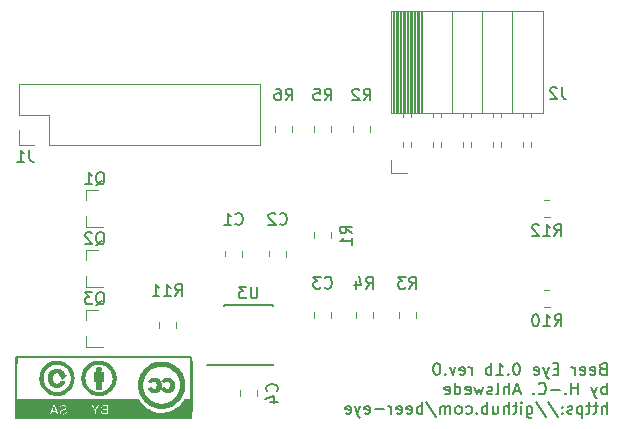
<source format=gbo>
%TF.GenerationSoftware,KiCad,Pcbnew,5.1.0*%
%TF.CreationDate,2019-04-08T01:08:36+02:00*%
%TF.ProjectId,BeerEyePi,42656572-4579-4655-9069-2e6b69636164,rev?*%
%TF.SameCoordinates,Original*%
%TF.FileFunction,Legend,Bot*%
%TF.FilePolarity,Positive*%
%FSLAX46Y46*%
G04 Gerber Fmt 4.6, Leading zero omitted, Abs format (unit mm)*
G04 Created by KiCad (PCBNEW 5.1.0) date 2019-04-08 01:08:36*
%MOMM*%
%LPD*%
G04 APERTURE LIST*
%ADD10C,0.150000*%
%ADD11C,0.120000*%
%ADD12C,0.010000*%
%ADD13C,2.702000*%
%ADD14C,2.700200*%
%ADD15R,2.100000X2.100000*%
%ADD16O,2.100000X2.100000*%
%ADD17C,0.100000*%
%ADD18C,1.550000*%
%ADD19C,2.700020*%
%ADD20R,2.300000X1.200000*%
%ADD21R,1.950000X1.000000*%
G04 APERTURE END LIST*
D10*
X156481071Y-124778571D02*
X156338214Y-124826190D01*
X156290595Y-124873809D01*
X156242976Y-124969047D01*
X156242976Y-125111904D01*
X156290595Y-125207142D01*
X156338214Y-125254761D01*
X156433452Y-125302380D01*
X156814404Y-125302380D01*
X156814404Y-124302380D01*
X156481071Y-124302380D01*
X156385833Y-124350000D01*
X156338214Y-124397619D01*
X156290595Y-124492857D01*
X156290595Y-124588095D01*
X156338214Y-124683333D01*
X156385833Y-124730952D01*
X156481071Y-124778571D01*
X156814404Y-124778571D01*
X155433452Y-125254761D02*
X155528690Y-125302380D01*
X155719166Y-125302380D01*
X155814404Y-125254761D01*
X155862023Y-125159523D01*
X155862023Y-124778571D01*
X155814404Y-124683333D01*
X155719166Y-124635714D01*
X155528690Y-124635714D01*
X155433452Y-124683333D01*
X155385833Y-124778571D01*
X155385833Y-124873809D01*
X155862023Y-124969047D01*
X154576309Y-125254761D02*
X154671547Y-125302380D01*
X154862023Y-125302380D01*
X154957261Y-125254761D01*
X155004880Y-125159523D01*
X155004880Y-124778571D01*
X154957261Y-124683333D01*
X154862023Y-124635714D01*
X154671547Y-124635714D01*
X154576309Y-124683333D01*
X154528690Y-124778571D01*
X154528690Y-124873809D01*
X155004880Y-124969047D01*
X154100119Y-125302380D02*
X154100119Y-124635714D01*
X154100119Y-124826190D02*
X154052500Y-124730952D01*
X154004880Y-124683333D01*
X153909642Y-124635714D01*
X153814404Y-124635714D01*
X152719166Y-124778571D02*
X152385833Y-124778571D01*
X152242976Y-125302380D02*
X152719166Y-125302380D01*
X152719166Y-124302380D01*
X152242976Y-124302380D01*
X151909642Y-124635714D02*
X151671547Y-125302380D01*
X151433452Y-124635714D02*
X151671547Y-125302380D01*
X151766785Y-125540476D01*
X151814404Y-125588095D01*
X151909642Y-125635714D01*
X150671547Y-125254761D02*
X150766785Y-125302380D01*
X150957261Y-125302380D01*
X151052500Y-125254761D01*
X151100119Y-125159523D01*
X151100119Y-124778571D01*
X151052500Y-124683333D01*
X150957261Y-124635714D01*
X150766785Y-124635714D01*
X150671547Y-124683333D01*
X150623928Y-124778571D01*
X150623928Y-124873809D01*
X151100119Y-124969047D01*
X149242976Y-124302380D02*
X149147738Y-124302380D01*
X149052500Y-124350000D01*
X149004880Y-124397619D01*
X148957261Y-124492857D01*
X148909642Y-124683333D01*
X148909642Y-124921428D01*
X148957261Y-125111904D01*
X149004880Y-125207142D01*
X149052500Y-125254761D01*
X149147738Y-125302380D01*
X149242976Y-125302380D01*
X149338214Y-125254761D01*
X149385833Y-125207142D01*
X149433452Y-125111904D01*
X149481071Y-124921428D01*
X149481071Y-124683333D01*
X149433452Y-124492857D01*
X149385833Y-124397619D01*
X149338214Y-124350000D01*
X149242976Y-124302380D01*
X148481071Y-125207142D02*
X148433452Y-125254761D01*
X148481071Y-125302380D01*
X148528690Y-125254761D01*
X148481071Y-125207142D01*
X148481071Y-125302380D01*
X147481071Y-125302380D02*
X148052500Y-125302380D01*
X147766785Y-125302380D02*
X147766785Y-124302380D01*
X147862023Y-124445238D01*
X147957261Y-124540476D01*
X148052500Y-124588095D01*
X147052500Y-125302380D02*
X147052500Y-124302380D01*
X147052500Y-124683333D02*
X146957261Y-124635714D01*
X146766785Y-124635714D01*
X146671547Y-124683333D01*
X146623928Y-124730952D01*
X146576309Y-124826190D01*
X146576309Y-125111904D01*
X146623928Y-125207142D01*
X146671547Y-125254761D01*
X146766785Y-125302380D01*
X146957261Y-125302380D01*
X147052500Y-125254761D01*
X145385833Y-125302380D02*
X145385833Y-124635714D01*
X145385833Y-124826190D02*
X145338214Y-124730952D01*
X145290595Y-124683333D01*
X145195357Y-124635714D01*
X145100119Y-124635714D01*
X144385833Y-125254761D02*
X144481071Y-125302380D01*
X144671547Y-125302380D01*
X144766785Y-125254761D01*
X144814404Y-125159523D01*
X144814404Y-124778571D01*
X144766785Y-124683333D01*
X144671547Y-124635714D01*
X144481071Y-124635714D01*
X144385833Y-124683333D01*
X144338214Y-124778571D01*
X144338214Y-124873809D01*
X144814404Y-124969047D01*
X144004880Y-124635714D02*
X143766785Y-125302380D01*
X143528690Y-124635714D01*
X143147738Y-125207142D02*
X143100119Y-125254761D01*
X143147738Y-125302380D01*
X143195357Y-125254761D01*
X143147738Y-125207142D01*
X143147738Y-125302380D01*
X142481071Y-124302380D02*
X142385833Y-124302380D01*
X142290595Y-124350000D01*
X142242976Y-124397619D01*
X142195357Y-124492857D01*
X142147738Y-124683333D01*
X142147738Y-124921428D01*
X142195357Y-125111904D01*
X142242976Y-125207142D01*
X142290595Y-125254761D01*
X142385833Y-125302380D01*
X142481071Y-125302380D01*
X142576309Y-125254761D01*
X142623928Y-125207142D01*
X142671547Y-125111904D01*
X142719166Y-124921428D01*
X142719166Y-124683333D01*
X142671547Y-124492857D01*
X142623928Y-124397619D01*
X142576309Y-124350000D01*
X142481071Y-124302380D01*
X156814404Y-126952380D02*
X156814404Y-125952380D01*
X156814404Y-126333333D02*
X156719166Y-126285714D01*
X156528690Y-126285714D01*
X156433452Y-126333333D01*
X156385833Y-126380952D01*
X156338214Y-126476190D01*
X156338214Y-126761904D01*
X156385833Y-126857142D01*
X156433452Y-126904761D01*
X156528690Y-126952380D01*
X156719166Y-126952380D01*
X156814404Y-126904761D01*
X156004880Y-126285714D02*
X155766785Y-126952380D01*
X155528690Y-126285714D02*
X155766785Y-126952380D01*
X155862023Y-127190476D01*
X155909642Y-127238095D01*
X156004880Y-127285714D01*
X154385833Y-126952380D02*
X154385833Y-125952380D01*
X154385833Y-126428571D02*
X153814404Y-126428571D01*
X153814404Y-126952380D02*
X153814404Y-125952380D01*
X153338214Y-126857142D02*
X153290595Y-126904761D01*
X153338214Y-126952380D01*
X153385833Y-126904761D01*
X153338214Y-126857142D01*
X153338214Y-126952380D01*
X152862023Y-126571428D02*
X152100119Y-126571428D01*
X151052500Y-126857142D02*
X151100119Y-126904761D01*
X151242976Y-126952380D01*
X151338214Y-126952380D01*
X151481071Y-126904761D01*
X151576309Y-126809523D01*
X151623928Y-126714285D01*
X151671547Y-126523809D01*
X151671547Y-126380952D01*
X151623928Y-126190476D01*
X151576309Y-126095238D01*
X151481071Y-126000000D01*
X151338214Y-125952380D01*
X151242976Y-125952380D01*
X151100119Y-126000000D01*
X151052500Y-126047619D01*
X150623928Y-126857142D02*
X150576309Y-126904761D01*
X150623928Y-126952380D01*
X150671547Y-126904761D01*
X150623928Y-126857142D01*
X150623928Y-126952380D01*
X149433452Y-126666666D02*
X148957261Y-126666666D01*
X149528690Y-126952380D02*
X149195357Y-125952380D01*
X148862023Y-126952380D01*
X148528690Y-126952380D02*
X148528690Y-125952380D01*
X148100119Y-126952380D02*
X148100119Y-126428571D01*
X148147738Y-126333333D01*
X148242976Y-126285714D01*
X148385833Y-126285714D01*
X148481071Y-126333333D01*
X148528690Y-126380952D01*
X147481071Y-126952380D02*
X147576309Y-126904761D01*
X147623928Y-126809523D01*
X147623928Y-125952380D01*
X147147738Y-126904761D02*
X147052500Y-126952380D01*
X146862023Y-126952380D01*
X146766785Y-126904761D01*
X146719166Y-126809523D01*
X146719166Y-126761904D01*
X146766785Y-126666666D01*
X146862023Y-126619047D01*
X147004880Y-126619047D01*
X147100119Y-126571428D01*
X147147738Y-126476190D01*
X147147738Y-126428571D01*
X147100119Y-126333333D01*
X147004880Y-126285714D01*
X146862023Y-126285714D01*
X146766785Y-126333333D01*
X146385833Y-126285714D02*
X146195357Y-126952380D01*
X146004880Y-126476190D01*
X145814404Y-126952380D01*
X145623928Y-126285714D01*
X144862023Y-126904761D02*
X144957261Y-126952380D01*
X145147738Y-126952380D01*
X145242976Y-126904761D01*
X145290595Y-126809523D01*
X145290595Y-126428571D01*
X145242976Y-126333333D01*
X145147738Y-126285714D01*
X144957261Y-126285714D01*
X144862023Y-126333333D01*
X144814404Y-126428571D01*
X144814404Y-126523809D01*
X145290595Y-126619047D01*
X143957261Y-126952380D02*
X143957261Y-125952380D01*
X143957261Y-126904761D02*
X144052500Y-126952380D01*
X144242976Y-126952380D01*
X144338214Y-126904761D01*
X144385833Y-126857142D01*
X144433452Y-126761904D01*
X144433452Y-126476190D01*
X144385833Y-126380952D01*
X144338214Y-126333333D01*
X144242976Y-126285714D01*
X144052500Y-126285714D01*
X143957261Y-126333333D01*
X143100119Y-126904761D02*
X143195357Y-126952380D01*
X143385833Y-126952380D01*
X143481071Y-126904761D01*
X143528690Y-126809523D01*
X143528690Y-126428571D01*
X143481071Y-126333333D01*
X143385833Y-126285714D01*
X143195357Y-126285714D01*
X143100119Y-126333333D01*
X143052500Y-126428571D01*
X143052500Y-126523809D01*
X143528690Y-126619047D01*
X156814404Y-128602380D02*
X156814404Y-127602380D01*
X156385833Y-128602380D02*
X156385833Y-128078571D01*
X156433452Y-127983333D01*
X156528690Y-127935714D01*
X156671547Y-127935714D01*
X156766785Y-127983333D01*
X156814404Y-128030952D01*
X156052500Y-127935714D02*
X155671547Y-127935714D01*
X155909642Y-127602380D02*
X155909642Y-128459523D01*
X155862023Y-128554761D01*
X155766785Y-128602380D01*
X155671547Y-128602380D01*
X155481071Y-127935714D02*
X155100119Y-127935714D01*
X155338214Y-127602380D02*
X155338214Y-128459523D01*
X155290595Y-128554761D01*
X155195357Y-128602380D01*
X155100119Y-128602380D01*
X154766785Y-127935714D02*
X154766785Y-128935714D01*
X154766785Y-127983333D02*
X154671547Y-127935714D01*
X154481071Y-127935714D01*
X154385833Y-127983333D01*
X154338214Y-128030952D01*
X154290595Y-128126190D01*
X154290595Y-128411904D01*
X154338214Y-128507142D01*
X154385833Y-128554761D01*
X154481071Y-128602380D01*
X154671547Y-128602380D01*
X154766785Y-128554761D01*
X153909642Y-128554761D02*
X153814404Y-128602380D01*
X153623928Y-128602380D01*
X153528690Y-128554761D01*
X153481071Y-128459523D01*
X153481071Y-128411904D01*
X153528690Y-128316666D01*
X153623928Y-128269047D01*
X153766785Y-128269047D01*
X153862023Y-128221428D01*
X153909642Y-128126190D01*
X153909642Y-128078571D01*
X153862023Y-127983333D01*
X153766785Y-127935714D01*
X153623928Y-127935714D01*
X153528690Y-127983333D01*
X153052500Y-128507142D02*
X153004880Y-128554761D01*
X153052500Y-128602380D01*
X153100119Y-128554761D01*
X153052500Y-128507142D01*
X153052500Y-128602380D01*
X153052500Y-127983333D02*
X153004880Y-128030952D01*
X153052500Y-128078571D01*
X153100119Y-128030952D01*
X153052500Y-127983333D01*
X153052500Y-128078571D01*
X151862023Y-127554761D02*
X152719166Y-128840476D01*
X150814404Y-127554761D02*
X151671547Y-128840476D01*
X150052500Y-127935714D02*
X150052500Y-128745238D01*
X150100119Y-128840476D01*
X150147738Y-128888095D01*
X150242976Y-128935714D01*
X150385833Y-128935714D01*
X150481071Y-128888095D01*
X150052500Y-128554761D02*
X150147738Y-128602380D01*
X150338214Y-128602380D01*
X150433452Y-128554761D01*
X150481071Y-128507142D01*
X150528690Y-128411904D01*
X150528690Y-128126190D01*
X150481071Y-128030952D01*
X150433452Y-127983333D01*
X150338214Y-127935714D01*
X150147738Y-127935714D01*
X150052500Y-127983333D01*
X149576309Y-128602380D02*
X149576309Y-127935714D01*
X149576309Y-127602380D02*
X149623928Y-127650000D01*
X149576309Y-127697619D01*
X149528690Y-127650000D01*
X149576309Y-127602380D01*
X149576309Y-127697619D01*
X149242976Y-127935714D02*
X148862023Y-127935714D01*
X149100119Y-127602380D02*
X149100119Y-128459523D01*
X149052500Y-128554761D01*
X148957261Y-128602380D01*
X148862023Y-128602380D01*
X148528690Y-128602380D02*
X148528690Y-127602380D01*
X148100119Y-128602380D02*
X148100119Y-128078571D01*
X148147738Y-127983333D01*
X148242976Y-127935714D01*
X148385833Y-127935714D01*
X148481071Y-127983333D01*
X148528690Y-128030952D01*
X147195357Y-127935714D02*
X147195357Y-128602380D01*
X147623928Y-127935714D02*
X147623928Y-128459523D01*
X147576309Y-128554761D01*
X147481071Y-128602380D01*
X147338214Y-128602380D01*
X147242976Y-128554761D01*
X147195357Y-128507142D01*
X146719166Y-128602380D02*
X146719166Y-127602380D01*
X146719166Y-127983333D02*
X146623928Y-127935714D01*
X146433452Y-127935714D01*
X146338214Y-127983333D01*
X146290595Y-128030952D01*
X146242976Y-128126190D01*
X146242976Y-128411904D01*
X146290595Y-128507142D01*
X146338214Y-128554761D01*
X146433452Y-128602380D01*
X146623928Y-128602380D01*
X146719166Y-128554761D01*
X145814404Y-128507142D02*
X145766785Y-128554761D01*
X145814404Y-128602380D01*
X145862023Y-128554761D01*
X145814404Y-128507142D01*
X145814404Y-128602380D01*
X144909642Y-128554761D02*
X145004880Y-128602380D01*
X145195357Y-128602380D01*
X145290595Y-128554761D01*
X145338214Y-128507142D01*
X145385833Y-128411904D01*
X145385833Y-128126190D01*
X145338214Y-128030952D01*
X145290595Y-127983333D01*
X145195357Y-127935714D01*
X145004880Y-127935714D01*
X144909642Y-127983333D01*
X144338214Y-128602380D02*
X144433452Y-128554761D01*
X144481071Y-128507142D01*
X144528690Y-128411904D01*
X144528690Y-128126190D01*
X144481071Y-128030952D01*
X144433452Y-127983333D01*
X144338214Y-127935714D01*
X144195357Y-127935714D01*
X144100119Y-127983333D01*
X144052500Y-128030952D01*
X144004880Y-128126190D01*
X144004880Y-128411904D01*
X144052500Y-128507142D01*
X144100119Y-128554761D01*
X144195357Y-128602380D01*
X144338214Y-128602380D01*
X143576309Y-128602380D02*
X143576309Y-127935714D01*
X143576309Y-128030952D02*
X143528690Y-127983333D01*
X143433452Y-127935714D01*
X143290595Y-127935714D01*
X143195357Y-127983333D01*
X143147738Y-128078571D01*
X143147738Y-128602380D01*
X143147738Y-128078571D02*
X143100119Y-127983333D01*
X143004880Y-127935714D01*
X142862023Y-127935714D01*
X142766785Y-127983333D01*
X142719166Y-128078571D01*
X142719166Y-128602380D01*
X141528690Y-127554761D02*
X142385833Y-128840476D01*
X141195357Y-128602380D02*
X141195357Y-127602380D01*
X141195357Y-127983333D02*
X141100119Y-127935714D01*
X140909642Y-127935714D01*
X140814404Y-127983333D01*
X140766785Y-128030952D01*
X140719166Y-128126190D01*
X140719166Y-128411904D01*
X140766785Y-128507142D01*
X140814404Y-128554761D01*
X140909642Y-128602380D01*
X141100119Y-128602380D01*
X141195357Y-128554761D01*
X139909642Y-128554761D02*
X140004880Y-128602380D01*
X140195357Y-128602380D01*
X140290595Y-128554761D01*
X140338214Y-128459523D01*
X140338214Y-128078571D01*
X140290595Y-127983333D01*
X140195357Y-127935714D01*
X140004880Y-127935714D01*
X139909642Y-127983333D01*
X139862023Y-128078571D01*
X139862023Y-128173809D01*
X140338214Y-128269047D01*
X139052500Y-128554761D02*
X139147738Y-128602380D01*
X139338214Y-128602380D01*
X139433452Y-128554761D01*
X139481071Y-128459523D01*
X139481071Y-128078571D01*
X139433452Y-127983333D01*
X139338214Y-127935714D01*
X139147738Y-127935714D01*
X139052500Y-127983333D01*
X139004880Y-128078571D01*
X139004880Y-128173809D01*
X139481071Y-128269047D01*
X138576309Y-128602380D02*
X138576309Y-127935714D01*
X138576309Y-128126190D02*
X138528690Y-128030952D01*
X138481071Y-127983333D01*
X138385833Y-127935714D01*
X138290595Y-127935714D01*
X137957261Y-128221428D02*
X137195357Y-128221428D01*
X136338214Y-128554761D02*
X136433452Y-128602380D01*
X136623928Y-128602380D01*
X136719166Y-128554761D01*
X136766785Y-128459523D01*
X136766785Y-128078571D01*
X136719166Y-127983333D01*
X136623928Y-127935714D01*
X136433452Y-127935714D01*
X136338214Y-127983333D01*
X136290595Y-128078571D01*
X136290595Y-128173809D01*
X136766785Y-128269047D01*
X135957261Y-127935714D02*
X135719166Y-128602380D01*
X135481071Y-127935714D02*
X135719166Y-128602380D01*
X135814404Y-128840476D01*
X135862023Y-128888095D01*
X135957261Y-128935714D01*
X134719166Y-128554761D02*
X134814404Y-128602380D01*
X135004880Y-128602380D01*
X135100119Y-128554761D01*
X135147738Y-128459523D01*
X135147738Y-128078571D01*
X135100119Y-127983333D01*
X135004880Y-127935714D01*
X134814404Y-127935714D01*
X134719166Y-127983333D01*
X134671547Y-128078571D01*
X134671547Y-128173809D01*
X135147738Y-128269047D01*
D11*
X138710000Y-94450000D02*
X138710000Y-103080000D01*
X138828095Y-94450000D02*
X138828095Y-103080000D01*
X138946190Y-94450000D02*
X138946190Y-103080000D01*
X139064285Y-94450000D02*
X139064285Y-103080000D01*
X139182380Y-94450000D02*
X139182380Y-103080000D01*
X139300475Y-94450000D02*
X139300475Y-103080000D01*
X139418570Y-94450000D02*
X139418570Y-103080000D01*
X139536665Y-94450000D02*
X139536665Y-103080000D01*
X139654760Y-94450000D02*
X139654760Y-103080000D01*
X139772855Y-94450000D02*
X139772855Y-103080000D01*
X139890950Y-94450000D02*
X139890950Y-103080000D01*
X140009045Y-94450000D02*
X140009045Y-103080000D01*
X140127140Y-94450000D02*
X140127140Y-103080000D01*
X140245235Y-94450000D02*
X140245235Y-103080000D01*
X140363330Y-94450000D02*
X140363330Y-103080000D01*
X140481425Y-94450000D02*
X140481425Y-103080000D01*
X140599520Y-94450000D02*
X140599520Y-103080000D01*
X140717615Y-94450000D02*
X140717615Y-103080000D01*
X140835710Y-94450000D02*
X140835710Y-103080000D01*
X140953805Y-94450000D02*
X140953805Y-103080000D01*
X141071900Y-94450000D02*
X141071900Y-103080000D01*
X139560000Y-103080000D02*
X139560000Y-103490000D01*
X139560000Y-105590000D02*
X139560000Y-105970000D01*
X140280000Y-103080000D02*
X140280000Y-103490000D01*
X140280000Y-105590000D02*
X140280000Y-105970000D01*
X142100000Y-103080000D02*
X142100000Y-103490000D01*
X142100000Y-105590000D02*
X142100000Y-106030000D01*
X142820000Y-103080000D02*
X142820000Y-103490000D01*
X142820000Y-105590000D02*
X142820000Y-106030000D01*
X144640000Y-103080000D02*
X144640000Y-103490000D01*
X144640000Y-105590000D02*
X144640000Y-106030000D01*
X145360000Y-103080000D02*
X145360000Y-103490000D01*
X145360000Y-105590000D02*
X145360000Y-106030000D01*
X147180000Y-103080000D02*
X147180000Y-103490000D01*
X147180000Y-105590000D02*
X147180000Y-106030000D01*
X147900000Y-103080000D02*
X147900000Y-103490000D01*
X147900000Y-105590000D02*
X147900000Y-106030000D01*
X149720000Y-103080000D02*
X149720000Y-103490000D01*
X149720000Y-105590000D02*
X149720000Y-106030000D01*
X150440000Y-103080000D02*
X150440000Y-103490000D01*
X150440000Y-105590000D02*
X150440000Y-106030000D01*
X141190000Y-94450000D02*
X141190000Y-103080000D01*
X143730000Y-94450000D02*
X143730000Y-103080000D01*
X146270000Y-94450000D02*
X146270000Y-103080000D01*
X148810000Y-94450000D02*
X148810000Y-103080000D01*
X138590000Y-94450000D02*
X138590000Y-103080000D01*
X138590000Y-103080000D02*
X151410000Y-103080000D01*
X151410000Y-94450000D02*
X151410000Y-103080000D01*
X138590000Y-94450000D02*
X151410000Y-94450000D01*
X138590000Y-108190000D02*
X139920000Y-108190000D01*
X138590000Y-107080000D02*
X138590000Y-108190000D01*
X125932000Y-115323252D02*
X125932000Y-114800748D01*
X124512000Y-115323252D02*
X124512000Y-114800748D01*
X129678500Y-115323252D02*
X129678500Y-114800748D01*
X128258500Y-115323252D02*
X128258500Y-114800748D01*
X133488500Y-120007748D02*
X133488500Y-120530252D01*
X132068500Y-120007748D02*
X132068500Y-120530252D01*
X127202000Y-127125252D02*
X127202000Y-126602748D01*
X125782000Y-127125252D02*
X125782000Y-126602748D01*
X132068500Y-113213248D02*
X132068500Y-113735752D01*
X133488500Y-113213248D02*
X133488500Y-113735752D01*
X139244000Y-120007748D02*
X139244000Y-120530252D01*
X140664000Y-120007748D02*
X140664000Y-120530252D01*
X135624500Y-120530252D02*
X135624500Y-120007748D01*
X137044500Y-120530252D02*
X137044500Y-120007748D01*
X118924000Y-121355752D02*
X118924000Y-120833248D01*
X120344000Y-121355752D02*
X120344000Y-120833248D01*
X151503748Y-118098500D02*
X152026252Y-118098500D01*
X151503748Y-119518500D02*
X152026252Y-119518500D01*
X151494748Y-111898500D02*
X152017252Y-111898500D01*
X151494748Y-110478500D02*
X152017252Y-110478500D01*
X107040000Y-100670000D02*
X107040000Y-103270000D01*
X107040000Y-100670000D02*
X127480000Y-100670000D01*
X127480000Y-100670000D02*
X127480000Y-105870000D01*
X109640000Y-105870000D02*
X127480000Y-105870000D01*
X109640000Y-103270000D02*
X109640000Y-105870000D01*
X107040000Y-103270000D02*
X109640000Y-103270000D01*
X107040000Y-105870000D02*
X108370000Y-105870000D01*
X107040000Y-104540000D02*
X107040000Y-105870000D01*
X112714500Y-112768500D02*
X112714500Y-111838500D01*
X112714500Y-109608500D02*
X112714500Y-110538500D01*
X112714500Y-109608500D02*
X115874500Y-109608500D01*
X112714500Y-112768500D02*
X114174500Y-112768500D01*
X112714500Y-117848500D02*
X114174500Y-117848500D01*
X112714500Y-114688500D02*
X115874500Y-114688500D01*
X112714500Y-114688500D02*
X112714500Y-115618500D01*
X112714500Y-117848500D02*
X112714500Y-116918500D01*
X112714500Y-122928500D02*
X112714500Y-121998500D01*
X112714500Y-119768500D02*
X112714500Y-120698500D01*
X112714500Y-119768500D02*
X115874500Y-119768500D01*
X112714500Y-122928500D02*
X114174500Y-122928500D01*
D10*
X124417000Y-124495000D02*
X124417000Y-124445000D01*
X128567000Y-124495000D02*
X128567000Y-124350000D01*
X128567000Y-119345000D02*
X128567000Y-119490000D01*
X124417000Y-119345000D02*
X124417000Y-119490000D01*
X124417000Y-124495000D02*
X128567000Y-124495000D01*
X124417000Y-119345000D02*
X128567000Y-119345000D01*
X124417000Y-124445000D02*
X123017000Y-124445000D01*
D11*
X136790500Y-104782252D02*
X136790500Y-104259748D01*
X135370500Y-104782252D02*
X135370500Y-104259748D01*
X132068500Y-104782252D02*
X132068500Y-104259748D01*
X133488500Y-104782252D02*
X133488500Y-104259748D01*
X128766500Y-104782252D02*
X128766500Y-104259748D01*
X130186500Y-104782252D02*
X130186500Y-104259748D01*
D12*
G36*
X110172746Y-124774495D02*
G01*
X110086621Y-124787576D01*
X110002341Y-124810008D01*
X109921124Y-124841658D01*
X109844191Y-124882389D01*
X109825277Y-124894295D01*
X109799711Y-124913153D01*
X109769948Y-124938625D01*
X109738177Y-124968507D01*
X109706586Y-125000594D01*
X109677364Y-125032678D01*
X109652700Y-125062556D01*
X109637919Y-125083086D01*
X109594216Y-125159037D01*
X109558444Y-125241683D01*
X109530383Y-125331567D01*
X109521838Y-125367085D01*
X109516861Y-125396876D01*
X109513027Y-125434818D01*
X109510357Y-125478490D01*
X109508869Y-125525470D01*
X109508584Y-125573336D01*
X109509521Y-125619668D01*
X109511700Y-125662043D01*
X109515140Y-125698040D01*
X109518973Y-125721366D01*
X109544066Y-125816092D01*
X109576867Y-125903184D01*
X109617508Y-125982829D01*
X109666121Y-126055216D01*
X109722837Y-126120533D01*
X109787790Y-126178967D01*
X109861110Y-126230707D01*
X109887898Y-126246767D01*
X109945535Y-126275084D01*
X110010700Y-126298693D01*
X110080869Y-126317077D01*
X110153520Y-126329720D01*
X110226130Y-126336104D01*
X110296176Y-126335712D01*
X110315134Y-126334304D01*
X110398995Y-126321682D01*
X110478725Y-126299687D01*
X110553637Y-126268768D01*
X110623047Y-126229371D01*
X110686269Y-126181947D01*
X110742617Y-126126944D01*
X110791406Y-126064809D01*
X110831825Y-125996242D01*
X110852536Y-125949622D01*
X110871113Y-125897505D01*
X110885746Y-125845278D01*
X110891264Y-125819496D01*
X110899142Y-125777299D01*
X110542837Y-125777299D01*
X110535890Y-125816773D01*
X110521564Y-125872648D01*
X110499652Y-125920817D01*
X110470236Y-125961181D01*
X110433395Y-125993643D01*
X110389213Y-126018101D01*
X110362231Y-126027977D01*
X110320716Y-126037932D01*
X110274543Y-126044198D01*
X110227908Y-126046471D01*
X110185005Y-126044445D01*
X110168124Y-126042067D01*
X110129267Y-126033352D01*
X110096583Y-126021399D01*
X110065427Y-126004210D01*
X110041526Y-125987613D01*
X110002042Y-125951885D01*
X109967475Y-125907234D01*
X109938113Y-125854595D01*
X109914244Y-125794903D01*
X109896158Y-125729093D01*
X109884143Y-125658099D01*
X109878487Y-125582856D01*
X109879479Y-125504299D01*
X109881942Y-125470595D01*
X109891881Y-125394762D01*
X109907202Y-125327952D01*
X109928118Y-125269607D01*
X109954844Y-125219163D01*
X109987593Y-125176062D01*
X109998763Y-125164341D01*
X110035941Y-125132008D01*
X110074960Y-125107998D01*
X110117656Y-125091627D01*
X110165866Y-125082212D01*
X110221429Y-125079071D01*
X110228017Y-125079079D01*
X110293029Y-125083468D01*
X110350606Y-125095801D01*
X110400779Y-125116094D01*
X110443577Y-125144363D01*
X110479031Y-125180623D01*
X110507171Y-125224891D01*
X110507436Y-125225415D01*
X110515527Y-125243498D01*
X110523993Y-125265683D01*
X110531758Y-125288709D01*
X110537743Y-125309312D01*
X110540871Y-125324232D01*
X110541093Y-125327323D01*
X110536054Y-125328845D01*
X110522555Y-125330332D01*
X110503023Y-125331552D01*
X110492027Y-125331982D01*
X110442961Y-125333547D01*
X110585988Y-125476474D01*
X110729015Y-125619400D01*
X110873226Y-125475112D01*
X111017436Y-125330825D01*
X110878671Y-125330825D01*
X110878664Y-125315852D01*
X110876943Y-125299413D01*
X110872257Y-125275368D01*
X110865306Y-125246361D01*
X110856791Y-125215040D01*
X110847411Y-125184052D01*
X110837868Y-125156043D01*
X110833098Y-125143597D01*
X110798455Y-125071198D01*
X110755824Y-125005433D01*
X110705801Y-124946904D01*
X110648982Y-124896211D01*
X110585962Y-124853959D01*
X110517337Y-124820749D01*
X110511315Y-124818382D01*
X110430000Y-124792708D01*
X110345655Y-124776926D01*
X110259497Y-124770900D01*
X110172746Y-124774495D01*
X110172746Y-124774495D01*
G37*
X110172746Y-124774495D02*
X110086621Y-124787576D01*
X110002341Y-124810008D01*
X109921124Y-124841658D01*
X109844191Y-124882389D01*
X109825277Y-124894295D01*
X109799711Y-124913153D01*
X109769948Y-124938625D01*
X109738177Y-124968507D01*
X109706586Y-125000594D01*
X109677364Y-125032678D01*
X109652700Y-125062556D01*
X109637919Y-125083086D01*
X109594216Y-125159037D01*
X109558444Y-125241683D01*
X109530383Y-125331567D01*
X109521838Y-125367085D01*
X109516861Y-125396876D01*
X109513027Y-125434818D01*
X109510357Y-125478490D01*
X109508869Y-125525470D01*
X109508584Y-125573336D01*
X109509521Y-125619668D01*
X109511700Y-125662043D01*
X109515140Y-125698040D01*
X109518973Y-125721366D01*
X109544066Y-125816092D01*
X109576867Y-125903184D01*
X109617508Y-125982829D01*
X109666121Y-126055216D01*
X109722837Y-126120533D01*
X109787790Y-126178967D01*
X109861110Y-126230707D01*
X109887898Y-126246767D01*
X109945535Y-126275084D01*
X110010700Y-126298693D01*
X110080869Y-126317077D01*
X110153520Y-126329720D01*
X110226130Y-126336104D01*
X110296176Y-126335712D01*
X110315134Y-126334304D01*
X110398995Y-126321682D01*
X110478725Y-126299687D01*
X110553637Y-126268768D01*
X110623047Y-126229371D01*
X110686269Y-126181947D01*
X110742617Y-126126944D01*
X110791406Y-126064809D01*
X110831825Y-125996242D01*
X110852536Y-125949622D01*
X110871113Y-125897505D01*
X110885746Y-125845278D01*
X110891264Y-125819496D01*
X110899142Y-125777299D01*
X110542837Y-125777299D01*
X110535890Y-125816773D01*
X110521564Y-125872648D01*
X110499652Y-125920817D01*
X110470236Y-125961181D01*
X110433395Y-125993643D01*
X110389213Y-126018101D01*
X110362231Y-126027977D01*
X110320716Y-126037932D01*
X110274543Y-126044198D01*
X110227908Y-126046471D01*
X110185005Y-126044445D01*
X110168124Y-126042067D01*
X110129267Y-126033352D01*
X110096583Y-126021399D01*
X110065427Y-126004210D01*
X110041526Y-125987613D01*
X110002042Y-125951885D01*
X109967475Y-125907234D01*
X109938113Y-125854595D01*
X109914244Y-125794903D01*
X109896158Y-125729093D01*
X109884143Y-125658099D01*
X109878487Y-125582856D01*
X109879479Y-125504299D01*
X109881942Y-125470595D01*
X109891881Y-125394762D01*
X109907202Y-125327952D01*
X109928118Y-125269607D01*
X109954844Y-125219163D01*
X109987593Y-125176062D01*
X109998763Y-125164341D01*
X110035941Y-125132008D01*
X110074960Y-125107998D01*
X110117656Y-125091627D01*
X110165866Y-125082212D01*
X110221429Y-125079071D01*
X110228017Y-125079079D01*
X110293029Y-125083468D01*
X110350606Y-125095801D01*
X110400779Y-125116094D01*
X110443577Y-125144363D01*
X110479031Y-125180623D01*
X110507171Y-125224891D01*
X110507436Y-125225415D01*
X110515527Y-125243498D01*
X110523993Y-125265683D01*
X110531758Y-125288709D01*
X110537743Y-125309312D01*
X110540871Y-125324232D01*
X110541093Y-125327323D01*
X110536054Y-125328845D01*
X110522555Y-125330332D01*
X110503023Y-125331552D01*
X110492027Y-125331982D01*
X110442961Y-125333547D01*
X110585988Y-125476474D01*
X110729015Y-125619400D01*
X110873226Y-125475112D01*
X111017436Y-125330825D01*
X110878671Y-125330825D01*
X110878664Y-125315852D01*
X110876943Y-125299413D01*
X110872257Y-125275368D01*
X110865306Y-125246361D01*
X110856791Y-125215040D01*
X110847411Y-125184052D01*
X110837868Y-125156043D01*
X110833098Y-125143597D01*
X110798455Y-125071198D01*
X110755824Y-125005433D01*
X110705801Y-124946904D01*
X110648982Y-124896211D01*
X110585962Y-124853959D01*
X110517337Y-124820749D01*
X110511315Y-124818382D01*
X110430000Y-124792708D01*
X110345655Y-124776926D01*
X110259497Y-124770900D01*
X110172746Y-124774495D01*
G36*
X113713803Y-124609818D02*
G01*
X113675718Y-124624732D01*
X113641365Y-124647336D01*
X113612197Y-124677525D01*
X113590868Y-124712596D01*
X113577149Y-124753717D01*
X113571920Y-124798522D01*
X113575136Y-124843937D01*
X113586752Y-124886887D01*
X113593723Y-124902656D01*
X113614069Y-124933721D01*
X113641363Y-124961784D01*
X113672392Y-124983891D01*
X113692609Y-124993508D01*
X113719548Y-125001001D01*
X113751403Y-125005860D01*
X113783920Y-125007749D01*
X113812841Y-125006333D01*
X113825692Y-125004018D01*
X113870155Y-124987630D01*
X113907750Y-124963109D01*
X113937800Y-124931278D01*
X113959629Y-124892962D01*
X113972560Y-124848986D01*
X113975714Y-124821238D01*
X113974871Y-124777748D01*
X113966796Y-124740064D01*
X113950670Y-124705191D01*
X113939173Y-124687651D01*
X113909260Y-124654239D01*
X113874348Y-124629142D01*
X113835891Y-124612255D01*
X113795344Y-124603475D01*
X113754163Y-124602698D01*
X113713803Y-124609818D01*
X113713803Y-124609818D01*
G37*
X113713803Y-124609818D02*
X113675718Y-124624732D01*
X113641365Y-124647336D01*
X113612197Y-124677525D01*
X113590868Y-124712596D01*
X113577149Y-124753717D01*
X113571920Y-124798522D01*
X113575136Y-124843937D01*
X113586752Y-124886887D01*
X113593723Y-124902656D01*
X113614069Y-124933721D01*
X113641363Y-124961784D01*
X113672392Y-124983891D01*
X113692609Y-124993508D01*
X113719548Y-125001001D01*
X113751403Y-125005860D01*
X113783920Y-125007749D01*
X113812841Y-125006333D01*
X113825692Y-125004018D01*
X113870155Y-124987630D01*
X113907750Y-124963109D01*
X113937800Y-124931278D01*
X113959629Y-124892962D01*
X113972560Y-124848986D01*
X113975714Y-124821238D01*
X113974871Y-124777748D01*
X113966796Y-124740064D01*
X113950670Y-124705191D01*
X113939173Y-124687651D01*
X113909260Y-124654239D01*
X113874348Y-124629142D01*
X113835891Y-124612255D01*
X113795344Y-124603475D01*
X113754163Y-124602698D01*
X113713803Y-124609818D01*
G36*
X113746700Y-125077709D02*
G01*
X113691102Y-125077905D01*
X113639464Y-125078215D01*
X113592794Y-125078629D01*
X113552098Y-125079134D01*
X113518385Y-125079717D01*
X113492661Y-125080366D01*
X113475933Y-125081070D01*
X113469455Y-125081724D01*
X113448539Y-125092122D01*
X113428461Y-125109832D01*
X113412707Y-125131605D01*
X113409849Y-125137309D01*
X113406582Y-125145624D01*
X113404106Y-125155322D01*
X113402317Y-125167957D01*
X113401111Y-125185080D01*
X113400382Y-125208244D01*
X113400027Y-125239000D01*
X113399942Y-125278901D01*
X113399945Y-125284544D01*
X113400128Y-125325327D01*
X113400599Y-125370283D01*
X113401318Y-125418095D01*
X113402250Y-125467444D01*
X113403357Y-125517014D01*
X113404602Y-125565486D01*
X113405947Y-125611543D01*
X113407357Y-125653866D01*
X113408793Y-125691137D01*
X113410219Y-125722040D01*
X113411597Y-125745256D01*
X113412890Y-125759468D01*
X113413410Y-125762481D01*
X113417129Y-125777299D01*
X113584657Y-125777299D01*
X113586058Y-126124405D01*
X113587460Y-126471511D01*
X113809336Y-126472933D01*
X114031211Y-126474355D01*
X114031211Y-125777299D01*
X114200255Y-125777299D01*
X114198766Y-125459736D01*
X114197278Y-125142173D01*
X114183759Y-125122448D01*
X114169958Y-125106853D01*
X114152620Y-125092825D01*
X114148368Y-125090182D01*
X114126495Y-125077642D01*
X113805252Y-125077642D01*
X113746700Y-125077709D01*
X113746700Y-125077709D01*
G37*
X113746700Y-125077709D02*
X113691102Y-125077905D01*
X113639464Y-125078215D01*
X113592794Y-125078629D01*
X113552098Y-125079134D01*
X113518385Y-125079717D01*
X113492661Y-125080366D01*
X113475933Y-125081070D01*
X113469455Y-125081724D01*
X113448539Y-125092122D01*
X113428461Y-125109832D01*
X113412707Y-125131605D01*
X113409849Y-125137309D01*
X113406582Y-125145624D01*
X113404106Y-125155322D01*
X113402317Y-125167957D01*
X113401111Y-125185080D01*
X113400382Y-125208244D01*
X113400027Y-125239000D01*
X113399942Y-125278901D01*
X113399945Y-125284544D01*
X113400128Y-125325327D01*
X113400599Y-125370283D01*
X113401318Y-125418095D01*
X113402250Y-125467444D01*
X113403357Y-125517014D01*
X113404602Y-125565486D01*
X113405947Y-125611543D01*
X113407357Y-125653866D01*
X113408793Y-125691137D01*
X113410219Y-125722040D01*
X113411597Y-125745256D01*
X113412890Y-125759468D01*
X113413410Y-125762481D01*
X113417129Y-125777299D01*
X113584657Y-125777299D01*
X113586058Y-126124405D01*
X113587460Y-126471511D01*
X113809336Y-126472933D01*
X114031211Y-126474355D01*
X114031211Y-125777299D01*
X114200255Y-125777299D01*
X114198766Y-125459736D01*
X114197278Y-125142173D01*
X114183759Y-125122448D01*
X114169958Y-125106853D01*
X114152620Y-125092825D01*
X114148368Y-125090182D01*
X114126495Y-125077642D01*
X113805252Y-125077642D01*
X113746700Y-125077709D01*
G36*
X118418031Y-125542615D02*
G01*
X118339538Y-125556575D01*
X118266742Y-125579628D01*
X118199823Y-125611688D01*
X118138963Y-125652670D01*
X118084341Y-125702486D01*
X118037418Y-125759269D01*
X118020503Y-125782926D01*
X118009627Y-125799391D01*
X118004514Y-125810345D01*
X118004892Y-125817469D01*
X118010486Y-125822445D01*
X118021022Y-125826954D01*
X118026074Y-125828824D01*
X118039630Y-125834423D01*
X118060721Y-125843854D01*
X118087134Y-125856095D01*
X118116656Y-125870125D01*
X118139880Y-125881389D01*
X118168162Y-125895161D01*
X118192959Y-125907101D01*
X118212661Y-125916443D01*
X118225661Y-125922427D01*
X118230307Y-125924308D01*
X118234316Y-125920036D01*
X118242222Y-125908822D01*
X118252332Y-125893070D01*
X118252582Y-125892664D01*
X118279098Y-125857047D01*
X118311218Y-125825641D01*
X118345935Y-125801227D01*
X118358641Y-125794613D01*
X118372724Y-125788424D01*
X118385457Y-125784276D01*
X118399579Y-125781767D01*
X118417828Y-125780494D01*
X118442943Y-125780054D01*
X118457835Y-125780021D01*
X118486653Y-125780164D01*
X118507413Y-125780906D01*
X118522943Y-125782716D01*
X118536075Y-125786063D01*
X118549638Y-125791415D01*
X118562510Y-125797366D01*
X118602743Y-125822310D01*
X118636617Y-125856028D01*
X118664157Y-125898557D01*
X118685390Y-125949932D01*
X118695555Y-125986923D01*
X118700809Y-126018442D01*
X118704309Y-126057724D01*
X118706079Y-126101916D01*
X118706140Y-126148166D01*
X118704514Y-126193620D01*
X118701224Y-126235424D01*
X118696290Y-126270726D01*
X118693243Y-126284938D01*
X118675382Y-126340741D01*
X118651980Y-126387286D01*
X118622772Y-126424838D01*
X118587497Y-126453661D01*
X118545894Y-126474020D01*
X118497698Y-126486180D01*
X118493517Y-126486811D01*
X118438656Y-126489976D01*
X118388019Y-126483231D01*
X118342023Y-126466783D01*
X118301081Y-126440840D01*
X118265608Y-126405606D01*
X118236020Y-126361290D01*
X118233997Y-126357506D01*
X118225090Y-126340714D01*
X118218310Y-126328193D01*
X118215100Y-126322610D01*
X118215084Y-126322588D01*
X118210287Y-126324739D01*
X118197606Y-126331423D01*
X118178603Y-126341764D01*
X118154842Y-126354882D01*
X118127888Y-126369899D01*
X118099305Y-126385937D01*
X118070656Y-126402118D01*
X118043506Y-126417564D01*
X118019418Y-126431396D01*
X117999957Y-126442736D01*
X117986687Y-126450706D01*
X117984652Y-126451984D01*
X117983506Y-126458725D01*
X117988715Y-126472033D01*
X117999266Y-126490458D01*
X118014149Y-126512546D01*
X118032350Y-126536847D01*
X118052859Y-126561908D01*
X118074662Y-126586278D01*
X118087463Y-126599484D01*
X118143087Y-126649086D01*
X118201140Y-126688789D01*
X118263400Y-126719564D01*
X118331641Y-126742381D01*
X118362551Y-126749832D01*
X118381818Y-126752948D01*
X118408111Y-126755767D01*
X118438688Y-126758151D01*
X118470805Y-126759958D01*
X118501720Y-126761049D01*
X118528691Y-126761284D01*
X118548976Y-126760522D01*
X118555842Y-126759708D01*
X118567874Y-126757754D01*
X118586762Y-126754844D01*
X118608584Y-126751583D01*
X118610290Y-126751332D01*
X118683973Y-126735297D01*
X118753021Y-126709638D01*
X118816853Y-126674633D01*
X118874887Y-126630558D01*
X118887281Y-126619236D01*
X118937644Y-126565008D01*
X118979352Y-126505493D01*
X119012564Y-126440271D01*
X119037439Y-126368923D01*
X119054137Y-126291026D01*
X119062818Y-126206161D01*
X119064243Y-126152990D01*
X119060824Y-126064079D01*
X119050139Y-125982970D01*
X119031979Y-125909174D01*
X119006138Y-125842199D01*
X118972406Y-125781557D01*
X118930577Y-125726757D01*
X118880442Y-125677310D01*
X118853058Y-125655098D01*
X118787105Y-125611191D01*
X118717818Y-125577613D01*
X118644948Y-125554280D01*
X118568245Y-125541110D01*
X118502041Y-125537835D01*
X118418031Y-125542615D01*
X118418031Y-125542615D01*
G37*
X118418031Y-125542615D02*
X118339538Y-125556575D01*
X118266742Y-125579628D01*
X118199823Y-125611688D01*
X118138963Y-125652670D01*
X118084341Y-125702486D01*
X118037418Y-125759269D01*
X118020503Y-125782926D01*
X118009627Y-125799391D01*
X118004514Y-125810345D01*
X118004892Y-125817469D01*
X118010486Y-125822445D01*
X118021022Y-125826954D01*
X118026074Y-125828824D01*
X118039630Y-125834423D01*
X118060721Y-125843854D01*
X118087134Y-125856095D01*
X118116656Y-125870125D01*
X118139880Y-125881389D01*
X118168162Y-125895161D01*
X118192959Y-125907101D01*
X118212661Y-125916443D01*
X118225661Y-125922427D01*
X118230307Y-125924308D01*
X118234316Y-125920036D01*
X118242222Y-125908822D01*
X118252332Y-125893070D01*
X118252582Y-125892664D01*
X118279098Y-125857047D01*
X118311218Y-125825641D01*
X118345935Y-125801227D01*
X118358641Y-125794613D01*
X118372724Y-125788424D01*
X118385457Y-125784276D01*
X118399579Y-125781767D01*
X118417828Y-125780494D01*
X118442943Y-125780054D01*
X118457835Y-125780021D01*
X118486653Y-125780164D01*
X118507413Y-125780906D01*
X118522943Y-125782716D01*
X118536075Y-125786063D01*
X118549638Y-125791415D01*
X118562510Y-125797366D01*
X118602743Y-125822310D01*
X118636617Y-125856028D01*
X118664157Y-125898557D01*
X118685390Y-125949932D01*
X118695555Y-125986923D01*
X118700809Y-126018442D01*
X118704309Y-126057724D01*
X118706079Y-126101916D01*
X118706140Y-126148166D01*
X118704514Y-126193620D01*
X118701224Y-126235424D01*
X118696290Y-126270726D01*
X118693243Y-126284938D01*
X118675382Y-126340741D01*
X118651980Y-126387286D01*
X118622772Y-126424838D01*
X118587497Y-126453661D01*
X118545894Y-126474020D01*
X118497698Y-126486180D01*
X118493517Y-126486811D01*
X118438656Y-126489976D01*
X118388019Y-126483231D01*
X118342023Y-126466783D01*
X118301081Y-126440840D01*
X118265608Y-126405606D01*
X118236020Y-126361290D01*
X118233997Y-126357506D01*
X118225090Y-126340714D01*
X118218310Y-126328193D01*
X118215100Y-126322610D01*
X118215084Y-126322588D01*
X118210287Y-126324739D01*
X118197606Y-126331423D01*
X118178603Y-126341764D01*
X118154842Y-126354882D01*
X118127888Y-126369899D01*
X118099305Y-126385937D01*
X118070656Y-126402118D01*
X118043506Y-126417564D01*
X118019418Y-126431396D01*
X117999957Y-126442736D01*
X117986687Y-126450706D01*
X117984652Y-126451984D01*
X117983506Y-126458725D01*
X117988715Y-126472033D01*
X117999266Y-126490458D01*
X118014149Y-126512546D01*
X118032350Y-126536847D01*
X118052859Y-126561908D01*
X118074662Y-126586278D01*
X118087463Y-126599484D01*
X118143087Y-126649086D01*
X118201140Y-126688789D01*
X118263400Y-126719564D01*
X118331641Y-126742381D01*
X118362551Y-126749832D01*
X118381818Y-126752948D01*
X118408111Y-126755767D01*
X118438688Y-126758151D01*
X118470805Y-126759958D01*
X118501720Y-126761049D01*
X118528691Y-126761284D01*
X118548976Y-126760522D01*
X118555842Y-126759708D01*
X118567874Y-126757754D01*
X118586762Y-126754844D01*
X118608584Y-126751583D01*
X118610290Y-126751332D01*
X118683973Y-126735297D01*
X118753021Y-126709638D01*
X118816853Y-126674633D01*
X118874887Y-126630558D01*
X118887281Y-126619236D01*
X118937644Y-126565008D01*
X118979352Y-126505493D01*
X119012564Y-126440271D01*
X119037439Y-126368923D01*
X119054137Y-126291026D01*
X119062818Y-126206161D01*
X119064243Y-126152990D01*
X119060824Y-126064079D01*
X119050139Y-125982970D01*
X119031979Y-125909174D01*
X119006138Y-125842199D01*
X118972406Y-125781557D01*
X118930577Y-125726757D01*
X118880442Y-125677310D01*
X118853058Y-125655098D01*
X118787105Y-125611191D01*
X118717818Y-125577613D01*
X118644948Y-125554280D01*
X118568245Y-125541110D01*
X118502041Y-125537835D01*
X118418031Y-125542615D01*
G36*
X119574403Y-125539307D02*
G01*
X119493137Y-125547163D01*
X119418286Y-125563690D01*
X119349485Y-125589038D01*
X119286367Y-125623358D01*
X119228568Y-125666799D01*
X119200865Y-125692670D01*
X119185105Y-125709417D01*
X119167952Y-125729221D01*
X119150695Y-125750385D01*
X119134620Y-125771209D01*
X119121014Y-125789996D01*
X119111164Y-125805047D01*
X119106358Y-125814663D01*
X119106514Y-125817176D01*
X119112272Y-125819323D01*
X119125668Y-125823916D01*
X119143988Y-125830025D01*
X119147066Y-125831039D01*
X119165260Y-125837847D01*
X119190520Y-125848432D01*
X119220207Y-125861631D01*
X119251682Y-125876282D01*
X119270902Y-125885569D01*
X119356162Y-125927411D01*
X119376576Y-125892505D01*
X119403864Y-125854638D01*
X119437455Y-125822200D01*
X119474675Y-125797694D01*
X119481458Y-125794363D01*
X119498804Y-125787290D01*
X119516535Y-125782690D01*
X119538176Y-125779896D01*
X119566508Y-125778269D01*
X119620290Y-125779861D01*
X119666877Y-125789378D01*
X119706905Y-125807180D01*
X119741010Y-125833626D01*
X119769829Y-125869077D01*
X119789565Y-125904287D01*
X119801597Y-125931332D01*
X119810863Y-125957376D01*
X119817690Y-125984435D01*
X119822403Y-126014522D01*
X119825327Y-126049654D01*
X119826789Y-126091846D01*
X119827125Y-126136655D01*
X119826723Y-126183581D01*
X119825361Y-126221785D01*
X119822692Y-126253417D01*
X119818372Y-126280628D01*
X119812055Y-126305568D01*
X119803395Y-126330387D01*
X119792048Y-126357237D01*
X119791497Y-126358464D01*
X119767104Y-126400215D01*
X119735345Y-126434533D01*
X119697182Y-126460995D01*
X119653579Y-126479181D01*
X119605499Y-126488671D01*
X119553905Y-126489042D01*
X119508656Y-126482023D01*
X119464798Y-126467187D01*
X119426408Y-126443645D01*
X119392943Y-126410936D01*
X119363860Y-126368597D01*
X119354084Y-126350364D01*
X119345970Y-126335090D01*
X119339632Y-126324718D01*
X119336929Y-126321779D01*
X119331904Y-126324333D01*
X119318996Y-126331405D01*
X119299774Y-126342104D01*
X119275808Y-126355543D01*
X119248667Y-126370833D01*
X119219920Y-126387084D01*
X119191138Y-126403408D01*
X119163890Y-126418917D01*
X119139745Y-126432722D01*
X119120273Y-126443933D01*
X119107044Y-126451662D01*
X119101658Y-126454995D01*
X119103341Y-126460163D01*
X119110355Y-126472087D01*
X119121395Y-126488886D01*
X119135157Y-126508683D01*
X119150337Y-126529597D01*
X119165632Y-126549749D01*
X119178628Y-126565934D01*
X119223978Y-126613375D01*
X119276499Y-126656355D01*
X119333642Y-126693155D01*
X119392858Y-126722056D01*
X119429732Y-126735326D01*
X119497024Y-126751330D01*
X119569764Y-126760025D01*
X119645133Y-126761190D01*
X119703140Y-126756822D01*
X119772501Y-126744289D01*
X119840337Y-126723472D01*
X119903877Y-126695377D01*
X119953080Y-126666089D01*
X119981750Y-126643730D01*
X120013077Y-126614646D01*
X120044413Y-126581620D01*
X120073109Y-126547439D01*
X120095659Y-126516205D01*
X120128792Y-126456020D01*
X120154845Y-126388354D01*
X120173597Y-126314181D01*
X120184825Y-126234479D01*
X120188309Y-126150223D01*
X120187340Y-126112154D01*
X120180990Y-126034649D01*
X120169043Y-125965460D01*
X120151003Y-125903283D01*
X120126375Y-125846813D01*
X120094664Y-125794744D01*
X120055371Y-125745772D01*
X120043062Y-125732560D01*
X120001858Y-125691763D01*
X119963336Y-125658481D01*
X119924906Y-125630705D01*
X119883977Y-125606421D01*
X119873484Y-125600883D01*
X119813272Y-125573622D01*
X119752909Y-125554477D01*
X119690008Y-125542957D01*
X119622179Y-125538570D01*
X119574403Y-125539307D01*
X119574403Y-125539307D01*
G37*
X119574403Y-125539307D02*
X119493137Y-125547163D01*
X119418286Y-125563690D01*
X119349485Y-125589038D01*
X119286367Y-125623358D01*
X119228568Y-125666799D01*
X119200865Y-125692670D01*
X119185105Y-125709417D01*
X119167952Y-125729221D01*
X119150695Y-125750385D01*
X119134620Y-125771209D01*
X119121014Y-125789996D01*
X119111164Y-125805047D01*
X119106358Y-125814663D01*
X119106514Y-125817176D01*
X119112272Y-125819323D01*
X119125668Y-125823916D01*
X119143988Y-125830025D01*
X119147066Y-125831039D01*
X119165260Y-125837847D01*
X119190520Y-125848432D01*
X119220207Y-125861631D01*
X119251682Y-125876282D01*
X119270902Y-125885569D01*
X119356162Y-125927411D01*
X119376576Y-125892505D01*
X119403864Y-125854638D01*
X119437455Y-125822200D01*
X119474675Y-125797694D01*
X119481458Y-125794363D01*
X119498804Y-125787290D01*
X119516535Y-125782690D01*
X119538176Y-125779896D01*
X119566508Y-125778269D01*
X119620290Y-125779861D01*
X119666877Y-125789378D01*
X119706905Y-125807180D01*
X119741010Y-125833626D01*
X119769829Y-125869077D01*
X119789565Y-125904287D01*
X119801597Y-125931332D01*
X119810863Y-125957376D01*
X119817690Y-125984435D01*
X119822403Y-126014522D01*
X119825327Y-126049654D01*
X119826789Y-126091846D01*
X119827125Y-126136655D01*
X119826723Y-126183581D01*
X119825361Y-126221785D01*
X119822692Y-126253417D01*
X119818372Y-126280628D01*
X119812055Y-126305568D01*
X119803395Y-126330387D01*
X119792048Y-126357237D01*
X119791497Y-126358464D01*
X119767104Y-126400215D01*
X119735345Y-126434533D01*
X119697182Y-126460995D01*
X119653579Y-126479181D01*
X119605499Y-126488671D01*
X119553905Y-126489042D01*
X119508656Y-126482023D01*
X119464798Y-126467187D01*
X119426408Y-126443645D01*
X119392943Y-126410936D01*
X119363860Y-126368597D01*
X119354084Y-126350364D01*
X119345970Y-126335090D01*
X119339632Y-126324718D01*
X119336929Y-126321779D01*
X119331904Y-126324333D01*
X119318996Y-126331405D01*
X119299774Y-126342104D01*
X119275808Y-126355543D01*
X119248667Y-126370833D01*
X119219920Y-126387084D01*
X119191138Y-126403408D01*
X119163890Y-126418917D01*
X119139745Y-126432722D01*
X119120273Y-126443933D01*
X119107044Y-126451662D01*
X119101658Y-126454995D01*
X119103341Y-126460163D01*
X119110355Y-126472087D01*
X119121395Y-126488886D01*
X119135157Y-126508683D01*
X119150337Y-126529597D01*
X119165632Y-126549749D01*
X119178628Y-126565934D01*
X119223978Y-126613375D01*
X119276499Y-126656355D01*
X119333642Y-126693155D01*
X119392858Y-126722056D01*
X119429732Y-126735326D01*
X119497024Y-126751330D01*
X119569764Y-126760025D01*
X119645133Y-126761190D01*
X119703140Y-126756822D01*
X119772501Y-126744289D01*
X119840337Y-126723472D01*
X119903877Y-126695377D01*
X119953080Y-126666089D01*
X119981750Y-126643730D01*
X120013077Y-126614646D01*
X120044413Y-126581620D01*
X120073109Y-126547439D01*
X120095659Y-126516205D01*
X120128792Y-126456020D01*
X120154845Y-126388354D01*
X120173597Y-126314181D01*
X120184825Y-126234479D01*
X120188309Y-126150223D01*
X120187340Y-126112154D01*
X120180990Y-126034649D01*
X120169043Y-125965460D01*
X120151003Y-125903283D01*
X120126375Y-125846813D01*
X120094664Y-125794744D01*
X120055371Y-125745772D01*
X120043062Y-125732560D01*
X120001858Y-125691763D01*
X119963336Y-125658481D01*
X119924906Y-125630705D01*
X119883977Y-125606421D01*
X119873484Y-125600883D01*
X119813272Y-125573622D01*
X119752909Y-125554477D01*
X119690008Y-125542957D01*
X119622179Y-125538570D01*
X119574403Y-125539307D01*
G36*
X110124949Y-124094422D02*
G01*
X110019027Y-124104964D01*
X109916105Y-124121861D01*
X109818255Y-124144905D01*
X109727546Y-124173888D01*
X109725490Y-124174649D01*
X109633810Y-124212226D01*
X109548168Y-124254946D01*
X109466883Y-124303913D01*
X109388276Y-124360232D01*
X109310666Y-124425006D01*
X109234194Y-124497514D01*
X109169524Y-124564574D01*
X109113079Y-124628338D01*
X109063487Y-124690659D01*
X109019376Y-124753388D01*
X108979375Y-124818377D01*
X108942113Y-124887476D01*
X108935495Y-124900685D01*
X108893202Y-124994036D01*
X108858757Y-125088172D01*
X108831680Y-125184965D01*
X108811489Y-125286287D01*
X108797704Y-125394010D01*
X108792676Y-125456695D01*
X108789618Y-125569486D01*
X108794719Y-125683584D01*
X108807685Y-125796992D01*
X108828220Y-125907718D01*
X108856028Y-126013766D01*
X108889337Y-126109431D01*
X108937736Y-126216986D01*
X108995804Y-126320324D01*
X109062910Y-126418771D01*
X109138425Y-126511652D01*
X109221719Y-126598292D01*
X109312162Y-126678016D01*
X109409126Y-126750149D01*
X109511979Y-126814015D01*
X109580086Y-126849983D01*
X109636265Y-126876807D01*
X109686917Y-126898824D01*
X109735532Y-126917335D01*
X109785597Y-126933642D01*
X109840602Y-126949044D01*
X109857416Y-126953385D01*
X109981133Y-126979557D01*
X110105555Y-126995222D01*
X110231731Y-127000474D01*
X110342623Y-126996722D01*
X110466853Y-126983181D01*
X110586956Y-126959575D01*
X110702969Y-126925888D01*
X110814929Y-126882103D01*
X110922872Y-126828204D01*
X111026834Y-126764176D01*
X111126852Y-126690002D01*
X111222463Y-126606140D01*
X111285039Y-126544971D01*
X111339523Y-126487571D01*
X111387226Y-126432217D01*
X111429460Y-126377187D01*
X111467536Y-126320758D01*
X111502767Y-126261209D01*
X111536464Y-126196818D01*
X111540614Y-126188381D01*
X111584926Y-126088006D01*
X111620371Y-125985843D01*
X111647218Y-125880647D01*
X111665738Y-125771173D01*
X111676201Y-125656175D01*
X111678963Y-125551373D01*
X111678557Y-125520523D01*
X111442888Y-125520523D01*
X111440732Y-125631125D01*
X111428330Y-125741648D01*
X111419954Y-125788188D01*
X111394263Y-125890797D01*
X111359041Y-125989463D01*
X111314065Y-126084588D01*
X111259108Y-126176574D01*
X111193947Y-126265824D01*
X111118355Y-126352740D01*
X111085274Y-126386817D01*
X110998748Y-126466974D01*
X110909837Y-126536624D01*
X110818107Y-126595975D01*
X110723123Y-126645233D01*
X110624448Y-126684607D01*
X110521649Y-126714303D01*
X110414289Y-126734528D01*
X110336913Y-126743103D01*
X110310949Y-126744259D01*
X110277004Y-126744398D01*
X110237927Y-126743634D01*
X110196567Y-126742080D01*
X110155775Y-126739849D01*
X110118398Y-126737057D01*
X110087288Y-126733816D01*
X110080080Y-126732843D01*
X109968724Y-126711492D01*
X109861683Y-126680188D01*
X109758884Y-126638895D01*
X109660252Y-126587572D01*
X109565712Y-126526182D01*
X109475188Y-126454688D01*
X109402740Y-126387336D01*
X109325505Y-126303084D01*
X109258108Y-126214193D01*
X109200577Y-126120748D01*
X109152940Y-126022839D01*
X109115225Y-125920551D01*
X109087461Y-125813972D01*
X109069674Y-125703190D01*
X109061893Y-125588291D01*
X109064147Y-125469362D01*
X109074187Y-125363494D01*
X109093469Y-125253539D01*
X109122463Y-125148474D01*
X109161268Y-125048068D01*
X109209986Y-124952090D01*
X109268717Y-124860308D01*
X109326035Y-124786081D01*
X109355314Y-124752733D01*
X109389750Y-124716226D01*
X109427177Y-124678652D01*
X109465431Y-124642100D01*
X109502348Y-124608662D01*
X109535764Y-124580430D01*
X109551961Y-124567807D01*
X109642886Y-124506376D01*
X109738370Y-124454833D01*
X109838387Y-124413187D01*
X109942912Y-124381447D01*
X110051919Y-124359623D01*
X110124566Y-124350815D01*
X110239188Y-124345583D01*
X110351816Y-124350913D01*
X110462010Y-124366590D01*
X110569335Y-124392399D01*
X110673350Y-124428125D01*
X110773619Y-124473552D01*
X110869702Y-124528465D01*
X110961164Y-124592648D01*
X111047564Y-124665887D01*
X111128466Y-124747966D01*
X111203431Y-124838670D01*
X111250036Y-124904037D01*
X111305839Y-124996817D01*
X111352402Y-125094745D01*
X111389555Y-125196952D01*
X111417132Y-125302564D01*
X111434966Y-125410712D01*
X111442888Y-125520523D01*
X111678557Y-125520523D01*
X111677997Y-125478049D01*
X111675005Y-125412608D01*
X111669645Y-125352173D01*
X111661581Y-125293868D01*
X111650472Y-125234818D01*
X111635979Y-125172147D01*
X111632743Y-125159314D01*
X111598651Y-125047566D01*
X111554189Y-124938588D01*
X111499617Y-124832776D01*
X111435195Y-124730530D01*
X111361181Y-124632247D01*
X111277835Y-124538327D01*
X111185417Y-124449166D01*
X111150911Y-124419104D01*
X111053914Y-124343206D01*
X110953822Y-124277658D01*
X110850113Y-124222225D01*
X110742260Y-124176674D01*
X110629741Y-124140774D01*
X110512032Y-124114290D01*
X110440009Y-124102996D01*
X110337511Y-124093230D01*
X110231801Y-124090441D01*
X110124949Y-124094422D01*
X110124949Y-124094422D01*
G37*
X110124949Y-124094422D02*
X110019027Y-124104964D01*
X109916105Y-124121861D01*
X109818255Y-124144905D01*
X109727546Y-124173888D01*
X109725490Y-124174649D01*
X109633810Y-124212226D01*
X109548168Y-124254946D01*
X109466883Y-124303913D01*
X109388276Y-124360232D01*
X109310666Y-124425006D01*
X109234194Y-124497514D01*
X109169524Y-124564574D01*
X109113079Y-124628338D01*
X109063487Y-124690659D01*
X109019376Y-124753388D01*
X108979375Y-124818377D01*
X108942113Y-124887476D01*
X108935495Y-124900685D01*
X108893202Y-124994036D01*
X108858757Y-125088172D01*
X108831680Y-125184965D01*
X108811489Y-125286287D01*
X108797704Y-125394010D01*
X108792676Y-125456695D01*
X108789618Y-125569486D01*
X108794719Y-125683584D01*
X108807685Y-125796992D01*
X108828220Y-125907718D01*
X108856028Y-126013766D01*
X108889337Y-126109431D01*
X108937736Y-126216986D01*
X108995804Y-126320324D01*
X109062910Y-126418771D01*
X109138425Y-126511652D01*
X109221719Y-126598292D01*
X109312162Y-126678016D01*
X109409126Y-126750149D01*
X109511979Y-126814015D01*
X109580086Y-126849983D01*
X109636265Y-126876807D01*
X109686917Y-126898824D01*
X109735532Y-126917335D01*
X109785597Y-126933642D01*
X109840602Y-126949044D01*
X109857416Y-126953385D01*
X109981133Y-126979557D01*
X110105555Y-126995222D01*
X110231731Y-127000474D01*
X110342623Y-126996722D01*
X110466853Y-126983181D01*
X110586956Y-126959575D01*
X110702969Y-126925888D01*
X110814929Y-126882103D01*
X110922872Y-126828204D01*
X111026834Y-126764176D01*
X111126852Y-126690002D01*
X111222463Y-126606140D01*
X111285039Y-126544971D01*
X111339523Y-126487571D01*
X111387226Y-126432217D01*
X111429460Y-126377187D01*
X111467536Y-126320758D01*
X111502767Y-126261209D01*
X111536464Y-126196818D01*
X111540614Y-126188381D01*
X111584926Y-126088006D01*
X111620371Y-125985843D01*
X111647218Y-125880647D01*
X111665738Y-125771173D01*
X111676201Y-125656175D01*
X111678963Y-125551373D01*
X111678557Y-125520523D01*
X111442888Y-125520523D01*
X111440732Y-125631125D01*
X111428330Y-125741648D01*
X111419954Y-125788188D01*
X111394263Y-125890797D01*
X111359041Y-125989463D01*
X111314065Y-126084588D01*
X111259108Y-126176574D01*
X111193947Y-126265824D01*
X111118355Y-126352740D01*
X111085274Y-126386817D01*
X110998748Y-126466974D01*
X110909837Y-126536624D01*
X110818107Y-126595975D01*
X110723123Y-126645233D01*
X110624448Y-126684607D01*
X110521649Y-126714303D01*
X110414289Y-126734528D01*
X110336913Y-126743103D01*
X110310949Y-126744259D01*
X110277004Y-126744398D01*
X110237927Y-126743634D01*
X110196567Y-126742080D01*
X110155775Y-126739849D01*
X110118398Y-126737057D01*
X110087288Y-126733816D01*
X110080080Y-126732843D01*
X109968724Y-126711492D01*
X109861683Y-126680188D01*
X109758884Y-126638895D01*
X109660252Y-126587572D01*
X109565712Y-126526182D01*
X109475188Y-126454688D01*
X109402740Y-126387336D01*
X109325505Y-126303084D01*
X109258108Y-126214193D01*
X109200577Y-126120748D01*
X109152940Y-126022839D01*
X109115225Y-125920551D01*
X109087461Y-125813972D01*
X109069674Y-125703190D01*
X109061893Y-125588291D01*
X109064147Y-125469362D01*
X109074187Y-125363494D01*
X109093469Y-125253539D01*
X109122463Y-125148474D01*
X109161268Y-125048068D01*
X109209986Y-124952090D01*
X109268717Y-124860308D01*
X109326035Y-124786081D01*
X109355314Y-124752733D01*
X109389750Y-124716226D01*
X109427177Y-124678652D01*
X109465431Y-124642100D01*
X109502348Y-124608662D01*
X109535764Y-124580430D01*
X109551961Y-124567807D01*
X109642886Y-124506376D01*
X109738370Y-124454833D01*
X109838387Y-124413187D01*
X109942912Y-124381447D01*
X110051919Y-124359623D01*
X110124566Y-124350815D01*
X110239188Y-124345583D01*
X110351816Y-124350913D01*
X110462010Y-124366590D01*
X110569335Y-124392399D01*
X110673350Y-124428125D01*
X110773619Y-124473552D01*
X110869702Y-124528465D01*
X110961164Y-124592648D01*
X111047564Y-124665887D01*
X111128466Y-124747966D01*
X111203431Y-124838670D01*
X111250036Y-124904037D01*
X111305839Y-124996817D01*
X111352402Y-125094745D01*
X111389555Y-125196952D01*
X111417132Y-125302564D01*
X111434966Y-125410712D01*
X111442888Y-125520523D01*
X111678557Y-125520523D01*
X111677997Y-125478049D01*
X111675005Y-125412608D01*
X111669645Y-125352173D01*
X111661581Y-125293868D01*
X111650472Y-125234818D01*
X111635979Y-125172147D01*
X111632743Y-125159314D01*
X111598651Y-125047566D01*
X111554189Y-124938588D01*
X111499617Y-124832776D01*
X111435195Y-124730530D01*
X111361181Y-124632247D01*
X111277835Y-124538327D01*
X111185417Y-124449166D01*
X111150911Y-124419104D01*
X111053914Y-124343206D01*
X110953822Y-124277658D01*
X110850113Y-124222225D01*
X110742260Y-124176674D01*
X110629741Y-124140774D01*
X110512032Y-124114290D01*
X110440009Y-124102996D01*
X110337511Y-124093230D01*
X110231801Y-124090441D01*
X110124949Y-124094422D01*
G36*
X113687651Y-124093511D02*
G01*
X113585122Y-124103159D01*
X113465477Y-124123068D01*
X113350556Y-124152517D01*
X113240181Y-124191609D01*
X113134172Y-124240450D01*
X113032354Y-124299143D01*
X112934546Y-124367791D01*
X112840571Y-124446500D01*
X112750250Y-124535373D01*
X112663406Y-124634514D01*
X112652892Y-124647502D01*
X112580484Y-124745953D01*
X112517928Y-124848690D01*
X112465146Y-124955914D01*
X112422063Y-125067826D01*
X112388603Y-125184628D01*
X112364691Y-125306521D01*
X112350250Y-125433706D01*
X112348814Y-125454547D01*
X112345749Y-125585031D01*
X112353006Y-125713604D01*
X112370493Y-125839688D01*
X112398116Y-125962705D01*
X112435780Y-126082077D01*
X112460933Y-126146425D01*
X112508308Y-126245939D01*
X112565554Y-126342648D01*
X112631823Y-126435671D01*
X112706267Y-126524128D01*
X112788040Y-126607139D01*
X112876293Y-126683823D01*
X112970179Y-126753301D01*
X113068850Y-126814692D01*
X113140986Y-126852711D01*
X113198718Y-126879912D01*
X113251204Y-126902246D01*
X113302129Y-126921075D01*
X113355177Y-126937765D01*
X113412872Y-126953385D01*
X113536588Y-126979557D01*
X113661010Y-126995222D01*
X113787186Y-127000474D01*
X113898079Y-126996722D01*
X114022390Y-126983091D01*
X114142979Y-126959229D01*
X114259738Y-126925181D01*
X114372561Y-126880988D01*
X114481340Y-126826692D01*
X114585968Y-126762337D01*
X114686338Y-126687964D01*
X114693915Y-126681799D01*
X114727326Y-126653291D01*
X114764280Y-126619803D01*
X114802823Y-126583267D01*
X114841005Y-126545613D01*
X114876874Y-126508770D01*
X114908477Y-126474669D01*
X114933864Y-126445241D01*
X114936842Y-126441564D01*
X115008401Y-126343818D01*
X115070323Y-126241073D01*
X115122557Y-126133499D01*
X115165051Y-126021266D01*
X115197755Y-125904542D01*
X115220617Y-125783497D01*
X115233585Y-125658300D01*
X115236609Y-125529121D01*
X115236313Y-125520523D01*
X114982010Y-125520523D01*
X114979853Y-125631125D01*
X114967451Y-125741648D01*
X114959075Y-125788188D01*
X114933384Y-125890797D01*
X114898163Y-125989463D01*
X114853186Y-126084588D01*
X114798230Y-126176574D01*
X114733068Y-126265824D01*
X114657477Y-126352740D01*
X114624395Y-126386817D01*
X114537869Y-126466974D01*
X114448958Y-126536624D01*
X114357228Y-126595975D01*
X114262244Y-126645233D01*
X114163569Y-126684607D01*
X114060770Y-126714303D01*
X113953410Y-126734528D01*
X113876034Y-126743103D01*
X113850070Y-126744259D01*
X113816125Y-126744398D01*
X113777048Y-126743634D01*
X113735688Y-126742080D01*
X113694896Y-126739849D01*
X113657519Y-126737057D01*
X113626409Y-126733816D01*
X113619201Y-126732843D01*
X113507845Y-126711492D01*
X113400804Y-126680188D01*
X113298006Y-126638895D01*
X113199373Y-126587572D01*
X113104833Y-126526182D01*
X113014309Y-126454688D01*
X112941861Y-126387336D01*
X112864626Y-126303084D01*
X112797229Y-126214193D01*
X112739698Y-126120748D01*
X112692061Y-126022839D01*
X112654346Y-125920551D01*
X112626582Y-125813972D01*
X112608795Y-125703190D01*
X112601015Y-125588291D01*
X112603268Y-125469362D01*
X112613308Y-125363494D01*
X112632591Y-125253539D01*
X112661584Y-125148474D01*
X112700389Y-125048068D01*
X112749107Y-124952090D01*
X112807838Y-124860308D01*
X112865156Y-124786081D01*
X112894435Y-124752733D01*
X112928871Y-124716226D01*
X112966298Y-124678652D01*
X113004552Y-124642100D01*
X113041469Y-124608662D01*
X113074885Y-124580430D01*
X113091083Y-124567807D01*
X113181030Y-124507173D01*
X113276045Y-124455967D01*
X113375537Y-124414316D01*
X113478915Y-124382344D01*
X113585588Y-124360177D01*
X113694965Y-124347939D01*
X113806456Y-124345756D01*
X113919469Y-124353753D01*
X114024137Y-124370181D01*
X114127722Y-124396233D01*
X114228657Y-124432583D01*
X114326386Y-124478844D01*
X114420352Y-124534628D01*
X114510000Y-124599547D01*
X114594774Y-124673213D01*
X114674120Y-124755239D01*
X114747480Y-124845236D01*
X114789157Y-124904037D01*
X114844961Y-124996817D01*
X114891523Y-125094745D01*
X114928676Y-125196952D01*
X114956254Y-125302564D01*
X114974087Y-125410712D01*
X114982010Y-125520523D01*
X115236313Y-125520523D01*
X115234241Y-125460557D01*
X115224435Y-125346024D01*
X115207461Y-125238223D01*
X115182855Y-125135304D01*
X115150152Y-125035417D01*
X115108887Y-124936712D01*
X115095647Y-124908853D01*
X115040599Y-124807645D01*
X114975829Y-124709216D01*
X114902374Y-124614668D01*
X114821272Y-124525104D01*
X114733561Y-124441629D01*
X114640278Y-124365344D01*
X114542461Y-124297353D01*
X114491297Y-124266305D01*
X114390442Y-124214266D01*
X114283835Y-124171146D01*
X114172136Y-124137065D01*
X114056008Y-124112143D01*
X113936110Y-124096496D01*
X113813104Y-124090246D01*
X113687651Y-124093511D01*
X113687651Y-124093511D01*
G37*
X113687651Y-124093511D02*
X113585122Y-124103159D01*
X113465477Y-124123068D01*
X113350556Y-124152517D01*
X113240181Y-124191609D01*
X113134172Y-124240450D01*
X113032354Y-124299143D01*
X112934546Y-124367791D01*
X112840571Y-124446500D01*
X112750250Y-124535373D01*
X112663406Y-124634514D01*
X112652892Y-124647502D01*
X112580484Y-124745953D01*
X112517928Y-124848690D01*
X112465146Y-124955914D01*
X112422063Y-125067826D01*
X112388603Y-125184628D01*
X112364691Y-125306521D01*
X112350250Y-125433706D01*
X112348814Y-125454547D01*
X112345749Y-125585031D01*
X112353006Y-125713604D01*
X112370493Y-125839688D01*
X112398116Y-125962705D01*
X112435780Y-126082077D01*
X112460933Y-126146425D01*
X112508308Y-126245939D01*
X112565554Y-126342648D01*
X112631823Y-126435671D01*
X112706267Y-126524128D01*
X112788040Y-126607139D01*
X112876293Y-126683823D01*
X112970179Y-126753301D01*
X113068850Y-126814692D01*
X113140986Y-126852711D01*
X113198718Y-126879912D01*
X113251204Y-126902246D01*
X113302129Y-126921075D01*
X113355177Y-126937765D01*
X113412872Y-126953385D01*
X113536588Y-126979557D01*
X113661010Y-126995222D01*
X113787186Y-127000474D01*
X113898079Y-126996722D01*
X114022390Y-126983091D01*
X114142979Y-126959229D01*
X114259738Y-126925181D01*
X114372561Y-126880988D01*
X114481340Y-126826692D01*
X114585968Y-126762337D01*
X114686338Y-126687964D01*
X114693915Y-126681799D01*
X114727326Y-126653291D01*
X114764280Y-126619803D01*
X114802823Y-126583267D01*
X114841005Y-126545613D01*
X114876874Y-126508770D01*
X114908477Y-126474669D01*
X114933864Y-126445241D01*
X114936842Y-126441564D01*
X115008401Y-126343818D01*
X115070323Y-126241073D01*
X115122557Y-126133499D01*
X115165051Y-126021266D01*
X115197755Y-125904542D01*
X115220617Y-125783497D01*
X115233585Y-125658300D01*
X115236609Y-125529121D01*
X115236313Y-125520523D01*
X114982010Y-125520523D01*
X114979853Y-125631125D01*
X114967451Y-125741648D01*
X114959075Y-125788188D01*
X114933384Y-125890797D01*
X114898163Y-125989463D01*
X114853186Y-126084588D01*
X114798230Y-126176574D01*
X114733068Y-126265824D01*
X114657477Y-126352740D01*
X114624395Y-126386817D01*
X114537869Y-126466974D01*
X114448958Y-126536624D01*
X114357228Y-126595975D01*
X114262244Y-126645233D01*
X114163569Y-126684607D01*
X114060770Y-126714303D01*
X113953410Y-126734528D01*
X113876034Y-126743103D01*
X113850070Y-126744259D01*
X113816125Y-126744398D01*
X113777048Y-126743634D01*
X113735688Y-126742080D01*
X113694896Y-126739849D01*
X113657519Y-126737057D01*
X113626409Y-126733816D01*
X113619201Y-126732843D01*
X113507845Y-126711492D01*
X113400804Y-126680188D01*
X113298006Y-126638895D01*
X113199373Y-126587572D01*
X113104833Y-126526182D01*
X113014309Y-126454688D01*
X112941861Y-126387336D01*
X112864626Y-126303084D01*
X112797229Y-126214193D01*
X112739698Y-126120748D01*
X112692061Y-126022839D01*
X112654346Y-125920551D01*
X112626582Y-125813972D01*
X112608795Y-125703190D01*
X112601015Y-125588291D01*
X112603268Y-125469362D01*
X112613308Y-125363494D01*
X112632591Y-125253539D01*
X112661584Y-125148474D01*
X112700389Y-125048068D01*
X112749107Y-124952090D01*
X112807838Y-124860308D01*
X112865156Y-124786081D01*
X112894435Y-124752733D01*
X112928871Y-124716226D01*
X112966298Y-124678652D01*
X113004552Y-124642100D01*
X113041469Y-124608662D01*
X113074885Y-124580430D01*
X113091083Y-124567807D01*
X113181030Y-124507173D01*
X113276045Y-124455967D01*
X113375537Y-124414316D01*
X113478915Y-124382344D01*
X113585588Y-124360177D01*
X113694965Y-124347939D01*
X113806456Y-124345756D01*
X113919469Y-124353753D01*
X114024137Y-124370181D01*
X114127722Y-124396233D01*
X114228657Y-124432583D01*
X114326386Y-124478844D01*
X114420352Y-124534628D01*
X114510000Y-124599547D01*
X114594774Y-124673213D01*
X114674120Y-124755239D01*
X114747480Y-124845236D01*
X114789157Y-124904037D01*
X114844961Y-124996817D01*
X114891523Y-125094745D01*
X114928676Y-125196952D01*
X114956254Y-125302564D01*
X114974087Y-125410712D01*
X114982010Y-125520523D01*
X115236313Y-125520523D01*
X115234241Y-125460557D01*
X115224435Y-125346024D01*
X115207461Y-125238223D01*
X115182855Y-125135304D01*
X115150152Y-125035417D01*
X115108887Y-124936712D01*
X115095647Y-124908853D01*
X115040599Y-124807645D01*
X114975829Y-124709216D01*
X114902374Y-124614668D01*
X114821272Y-124525104D01*
X114733561Y-124441629D01*
X114640278Y-124365344D01*
X114542461Y-124297353D01*
X114491297Y-124266305D01*
X114390442Y-124214266D01*
X114283835Y-124171146D01*
X114172136Y-124137065D01*
X114056008Y-124112143D01*
X113936110Y-124096496D01*
X113813104Y-124090246D01*
X113687651Y-124093511D01*
G36*
X118962760Y-124177203D02*
G01*
X118928619Y-124177836D01*
X118898299Y-124179005D01*
X118870036Y-124180753D01*
X118842062Y-124183119D01*
X118828082Y-124184500D01*
X118690388Y-124203283D01*
X118558113Y-124230910D01*
X118430885Y-124267581D01*
X118308328Y-124313495D01*
X118190069Y-124368854D01*
X118075735Y-124433858D01*
X117964951Y-124508707D01*
X117857343Y-124593601D01*
X117752539Y-124688741D01*
X117650163Y-124794327D01*
X117613467Y-124835348D01*
X117531729Y-124936016D01*
X117455707Y-125044512D01*
X117386695Y-125158713D01*
X117325988Y-125276494D01*
X117280015Y-125382550D01*
X117233998Y-125513808D01*
X117197308Y-125650636D01*
X117169963Y-125792955D01*
X117151980Y-125940684D01*
X117150909Y-125953184D01*
X117148561Y-125991657D01*
X117147093Y-126037993D01*
X117146465Y-126089915D01*
X117146636Y-126145141D01*
X117147566Y-126201393D01*
X117149212Y-126256390D01*
X117151534Y-126307852D01*
X117154492Y-126353500D01*
X117158043Y-126391053D01*
X117158901Y-126398006D01*
X117182693Y-126542918D01*
X117215687Y-126682088D01*
X117258033Y-126815822D01*
X117309876Y-126944428D01*
X117371365Y-127068211D01*
X117442648Y-127187478D01*
X117523871Y-127302535D01*
X117615182Y-127413688D01*
X117683553Y-127487655D01*
X117792084Y-127592662D01*
X117904745Y-127687596D01*
X118021549Y-127772464D01*
X118142513Y-127847271D01*
X118267652Y-127912024D01*
X118396981Y-127966728D01*
X118530515Y-128011390D01*
X118668271Y-128046016D01*
X118810263Y-128070612D01*
X118956507Y-128085184D01*
X119107018Y-128089738D01*
X119201051Y-128087595D01*
X119335718Y-128076831D01*
X119470339Y-128056149D01*
X119603414Y-128025940D01*
X119733442Y-127986593D01*
X119858923Y-127938499D01*
X119965025Y-127888928D01*
X120070040Y-127831294D01*
X120170010Y-127767897D01*
X120266538Y-127697551D01*
X120361231Y-127619071D01*
X120455693Y-127531269D01*
X120475487Y-127511700D01*
X120570034Y-127412106D01*
X120654479Y-127312070D01*
X120729593Y-127210555D01*
X120796149Y-127106525D01*
X120849493Y-127009650D01*
X120895542Y-126914053D01*
X120934770Y-126820252D01*
X120967901Y-126725913D01*
X120995658Y-126628703D01*
X121018762Y-126526288D01*
X121037937Y-126416334D01*
X121042241Y-126387116D01*
X121045830Y-126354222D01*
X121048684Y-126312446D01*
X121050802Y-126263776D01*
X121052184Y-126210194D01*
X121052829Y-126153686D01*
X121052796Y-126132683D01*
X120680754Y-126132683D01*
X120680440Y-126188195D01*
X120679027Y-126240281D01*
X120676496Y-126286136D01*
X120674282Y-126310889D01*
X120655150Y-126440821D01*
X120626347Y-126565772D01*
X120587831Y-126685846D01*
X120539559Y-126801148D01*
X120481489Y-126911785D01*
X120413578Y-127017861D01*
X120360131Y-127089496D01*
X120340931Y-127112287D01*
X120315126Y-127140787D01*
X120284252Y-127173472D01*
X120249844Y-127208818D01*
X120213439Y-127245302D01*
X120176571Y-127281399D01*
X120140777Y-127315585D01*
X120107591Y-127346337D01*
X120078550Y-127372129D01*
X120058607Y-127388748D01*
X119951551Y-127467437D01*
X119840728Y-127536089D01*
X119726388Y-127594603D01*
X119608782Y-127642876D01*
X119488160Y-127680807D01*
X119364772Y-127708293D01*
X119238867Y-127725231D01*
X119233625Y-127725702D01*
X119189784Y-127728589D01*
X119138929Y-127730358D01*
X119084669Y-127731002D01*
X119030614Y-127730513D01*
X118980372Y-127728884D01*
X118939700Y-127726294D01*
X118807939Y-127710021D01*
X118681075Y-127684061D01*
X118558911Y-127648327D01*
X118441249Y-127602730D01*
X118327891Y-127547182D01*
X118218639Y-127481594D01*
X118113296Y-127405879D01*
X118011664Y-127319948D01*
X117995649Y-127305166D01*
X117899664Y-127209024D01*
X117813957Y-127109405D01*
X117738407Y-127006058D01*
X117672891Y-126898729D01*
X117617287Y-126787167D01*
X117571472Y-126671120D01*
X117535324Y-126550337D01*
X117508721Y-126424565D01*
X117491540Y-126293553D01*
X117488825Y-126261568D01*
X117483670Y-126127705D01*
X117488619Y-125995493D01*
X117503518Y-125865546D01*
X117528211Y-125738477D01*
X117562543Y-125614898D01*
X117606360Y-125495422D01*
X117659506Y-125380661D01*
X117721826Y-125271229D01*
X117750448Y-125227374D01*
X117781281Y-125182999D01*
X117810366Y-125143697D01*
X117839680Y-125107110D01*
X117871205Y-125070878D01*
X117906919Y-125032643D01*
X117948802Y-124990047D01*
X117953784Y-124985080D01*
X118052321Y-124893476D01*
X118153555Y-124812297D01*
X118257968Y-124741310D01*
X118366043Y-124680276D01*
X118478262Y-124628962D01*
X118595106Y-124587131D01*
X118717057Y-124554547D01*
X118844597Y-124530975D01*
X118896142Y-124524152D01*
X118925268Y-124521632D01*
X118962804Y-124519776D01*
X119006288Y-124518582D01*
X119053259Y-124518048D01*
X119101259Y-124518174D01*
X119147825Y-124518957D01*
X119190497Y-124520396D01*
X119226816Y-124522490D01*
X119247331Y-124524366D01*
X119378919Y-124543835D01*
X119503976Y-124571844D01*
X119623021Y-124608634D01*
X119736576Y-124654446D01*
X119845158Y-124709522D01*
X119949290Y-124774102D01*
X120049489Y-124848428D01*
X120146277Y-124932742D01*
X120164094Y-124949689D01*
X120261194Y-125049470D01*
X120347770Y-125151587D01*
X120424009Y-125256400D01*
X120490096Y-125364267D01*
X120546217Y-125475550D01*
X120592558Y-125590608D01*
X120629304Y-125709800D01*
X120656642Y-125833486D01*
X120671453Y-125932475D01*
X120675320Y-125973642D01*
X120678174Y-126022602D01*
X120679992Y-126076551D01*
X120680754Y-126132683D01*
X121052796Y-126132683D01*
X121052737Y-126096236D01*
X121051908Y-126039828D01*
X121050341Y-125986448D01*
X121048035Y-125938080D01*
X121044990Y-125896708D01*
X121042368Y-125872583D01*
X121018752Y-125728318D01*
X120986086Y-125589752D01*
X120944182Y-125456513D01*
X120892855Y-125328227D01*
X120831919Y-125204519D01*
X120761189Y-125085017D01*
X120680479Y-124969346D01*
X120589602Y-124857132D01*
X120488373Y-124748003D01*
X120477791Y-124737363D01*
X120370021Y-124636763D01*
X120258038Y-124546193D01*
X120141750Y-124465604D01*
X120021065Y-124394944D01*
X119895890Y-124334164D01*
X119766134Y-124283214D01*
X119631704Y-124242043D01*
X119514127Y-124214786D01*
X119466507Y-124205732D01*
X119421994Y-124198313D01*
X119378600Y-124192352D01*
X119334340Y-124187671D01*
X119287227Y-124184090D01*
X119235275Y-124181432D01*
X119176498Y-124179518D01*
X119108910Y-124178170D01*
X119105766Y-124178122D01*
X119049569Y-124177386D01*
X119002488Y-124177067D01*
X118962760Y-124177203D01*
X118962760Y-124177203D01*
G37*
X118962760Y-124177203D02*
X118928619Y-124177836D01*
X118898299Y-124179005D01*
X118870036Y-124180753D01*
X118842062Y-124183119D01*
X118828082Y-124184500D01*
X118690388Y-124203283D01*
X118558113Y-124230910D01*
X118430885Y-124267581D01*
X118308328Y-124313495D01*
X118190069Y-124368854D01*
X118075735Y-124433858D01*
X117964951Y-124508707D01*
X117857343Y-124593601D01*
X117752539Y-124688741D01*
X117650163Y-124794327D01*
X117613467Y-124835348D01*
X117531729Y-124936016D01*
X117455707Y-125044512D01*
X117386695Y-125158713D01*
X117325988Y-125276494D01*
X117280015Y-125382550D01*
X117233998Y-125513808D01*
X117197308Y-125650636D01*
X117169963Y-125792955D01*
X117151980Y-125940684D01*
X117150909Y-125953184D01*
X117148561Y-125991657D01*
X117147093Y-126037993D01*
X117146465Y-126089915D01*
X117146636Y-126145141D01*
X117147566Y-126201393D01*
X117149212Y-126256390D01*
X117151534Y-126307852D01*
X117154492Y-126353500D01*
X117158043Y-126391053D01*
X117158901Y-126398006D01*
X117182693Y-126542918D01*
X117215687Y-126682088D01*
X117258033Y-126815822D01*
X117309876Y-126944428D01*
X117371365Y-127068211D01*
X117442648Y-127187478D01*
X117523871Y-127302535D01*
X117615182Y-127413688D01*
X117683553Y-127487655D01*
X117792084Y-127592662D01*
X117904745Y-127687596D01*
X118021549Y-127772464D01*
X118142513Y-127847271D01*
X118267652Y-127912024D01*
X118396981Y-127966728D01*
X118530515Y-128011390D01*
X118668271Y-128046016D01*
X118810263Y-128070612D01*
X118956507Y-128085184D01*
X119107018Y-128089738D01*
X119201051Y-128087595D01*
X119335718Y-128076831D01*
X119470339Y-128056149D01*
X119603414Y-128025940D01*
X119733442Y-127986593D01*
X119858923Y-127938499D01*
X119965025Y-127888928D01*
X120070040Y-127831294D01*
X120170010Y-127767897D01*
X120266538Y-127697551D01*
X120361231Y-127619071D01*
X120455693Y-127531269D01*
X120475487Y-127511700D01*
X120570034Y-127412106D01*
X120654479Y-127312070D01*
X120729593Y-127210555D01*
X120796149Y-127106525D01*
X120849493Y-127009650D01*
X120895542Y-126914053D01*
X120934770Y-126820252D01*
X120967901Y-126725913D01*
X120995658Y-126628703D01*
X121018762Y-126526288D01*
X121037937Y-126416334D01*
X121042241Y-126387116D01*
X121045830Y-126354222D01*
X121048684Y-126312446D01*
X121050802Y-126263776D01*
X121052184Y-126210194D01*
X121052829Y-126153686D01*
X121052796Y-126132683D01*
X120680754Y-126132683D01*
X120680440Y-126188195D01*
X120679027Y-126240281D01*
X120676496Y-126286136D01*
X120674282Y-126310889D01*
X120655150Y-126440821D01*
X120626347Y-126565772D01*
X120587831Y-126685846D01*
X120539559Y-126801148D01*
X120481489Y-126911785D01*
X120413578Y-127017861D01*
X120360131Y-127089496D01*
X120340931Y-127112287D01*
X120315126Y-127140787D01*
X120284252Y-127173472D01*
X120249844Y-127208818D01*
X120213439Y-127245302D01*
X120176571Y-127281399D01*
X120140777Y-127315585D01*
X120107591Y-127346337D01*
X120078550Y-127372129D01*
X120058607Y-127388748D01*
X119951551Y-127467437D01*
X119840728Y-127536089D01*
X119726388Y-127594603D01*
X119608782Y-127642876D01*
X119488160Y-127680807D01*
X119364772Y-127708293D01*
X119238867Y-127725231D01*
X119233625Y-127725702D01*
X119189784Y-127728589D01*
X119138929Y-127730358D01*
X119084669Y-127731002D01*
X119030614Y-127730513D01*
X118980372Y-127728884D01*
X118939700Y-127726294D01*
X118807939Y-127710021D01*
X118681075Y-127684061D01*
X118558911Y-127648327D01*
X118441249Y-127602730D01*
X118327891Y-127547182D01*
X118218639Y-127481594D01*
X118113296Y-127405879D01*
X118011664Y-127319948D01*
X117995649Y-127305166D01*
X117899664Y-127209024D01*
X117813957Y-127109405D01*
X117738407Y-127006058D01*
X117672891Y-126898729D01*
X117617287Y-126787167D01*
X117571472Y-126671120D01*
X117535324Y-126550337D01*
X117508721Y-126424565D01*
X117491540Y-126293553D01*
X117488825Y-126261568D01*
X117483670Y-126127705D01*
X117488619Y-125995493D01*
X117503518Y-125865546D01*
X117528211Y-125738477D01*
X117562543Y-125614898D01*
X117606360Y-125495422D01*
X117659506Y-125380661D01*
X117721826Y-125271229D01*
X117750448Y-125227374D01*
X117781281Y-125182999D01*
X117810366Y-125143697D01*
X117839680Y-125107110D01*
X117871205Y-125070878D01*
X117906919Y-125032643D01*
X117948802Y-124990047D01*
X117953784Y-124985080D01*
X118052321Y-124893476D01*
X118153555Y-124812297D01*
X118257968Y-124741310D01*
X118366043Y-124680276D01*
X118478262Y-124628962D01*
X118595106Y-124587131D01*
X118717057Y-124554547D01*
X118844597Y-124530975D01*
X118896142Y-124524152D01*
X118925268Y-124521632D01*
X118962804Y-124519776D01*
X119006288Y-124518582D01*
X119053259Y-124518048D01*
X119101259Y-124518174D01*
X119147825Y-124518957D01*
X119190497Y-124520396D01*
X119226816Y-124522490D01*
X119247331Y-124524366D01*
X119378919Y-124543835D01*
X119503976Y-124571844D01*
X119623021Y-124608634D01*
X119736576Y-124654446D01*
X119845158Y-124709522D01*
X119949290Y-124774102D01*
X120049489Y-124848428D01*
X120146277Y-124932742D01*
X120164094Y-124949689D01*
X120261194Y-125049470D01*
X120347770Y-125151587D01*
X120424009Y-125256400D01*
X120490096Y-125364267D01*
X120546217Y-125475550D01*
X120592558Y-125590608D01*
X120629304Y-125709800D01*
X120656642Y-125833486D01*
X120671453Y-125932475D01*
X120675320Y-125973642D01*
X120678174Y-126022602D01*
X120679992Y-126076551D01*
X120680754Y-126132683D01*
X121052796Y-126132683D01*
X121052737Y-126096236D01*
X121051908Y-126039828D01*
X121050341Y-125986448D01*
X121048035Y-125938080D01*
X121044990Y-125896708D01*
X121042368Y-125872583D01*
X121018752Y-125728318D01*
X120986086Y-125589752D01*
X120944182Y-125456513D01*
X120892855Y-125328227D01*
X120831919Y-125204519D01*
X120761189Y-125085017D01*
X120680479Y-124969346D01*
X120589602Y-124857132D01*
X120488373Y-124748003D01*
X120477791Y-124737363D01*
X120370021Y-124636763D01*
X120258038Y-124546193D01*
X120141750Y-124465604D01*
X120021065Y-124394944D01*
X119895890Y-124334164D01*
X119766134Y-124283214D01*
X119631704Y-124242043D01*
X119514127Y-124214786D01*
X119466507Y-124205732D01*
X119421994Y-124198313D01*
X119378600Y-124192352D01*
X119334340Y-124187671D01*
X119287227Y-124184090D01*
X119235275Y-124181432D01*
X119176498Y-124179518D01*
X119108910Y-124178170D01*
X119105766Y-124178122D01*
X119049569Y-124177386D01*
X119002488Y-124177067D01*
X118962760Y-124177203D01*
G36*
X109993565Y-128003466D02*
G01*
X109988252Y-128018080D01*
X109980651Y-128039788D01*
X109971310Y-128066962D01*
X109960772Y-128097972D01*
X109949583Y-128131188D01*
X109938288Y-128164982D01*
X109927433Y-128197725D01*
X109917563Y-128227787D01*
X109909222Y-128253538D01*
X109902957Y-128273351D01*
X109899312Y-128285596D01*
X109898607Y-128288715D01*
X109903768Y-128290005D01*
X109918120Y-128291128D01*
X109939964Y-128292013D01*
X109967602Y-128292593D01*
X109998870Y-128292797D01*
X110099134Y-128292797D01*
X110049349Y-128143223D01*
X110036569Y-128105307D01*
X110024765Y-128071193D01*
X110014391Y-128042127D01*
X110005902Y-128019352D01*
X109999756Y-128004114D01*
X109996406Y-127997658D01*
X109996046Y-127997575D01*
X109993565Y-128003466D01*
X109993565Y-128003466D01*
G37*
X109993565Y-128003466D02*
X109988252Y-128018080D01*
X109980651Y-128039788D01*
X109971310Y-128066962D01*
X109960772Y-128097972D01*
X109949583Y-128131188D01*
X109938288Y-128164982D01*
X109927433Y-128197725D01*
X109917563Y-128227787D01*
X109909222Y-128253538D01*
X109902957Y-128273351D01*
X109899312Y-128285596D01*
X109898607Y-128288715D01*
X109903768Y-128290005D01*
X109918120Y-128291128D01*
X109939964Y-128292013D01*
X109967602Y-128292593D01*
X109998870Y-128292797D01*
X110099134Y-128292797D01*
X110049349Y-128143223D01*
X110036569Y-128105307D01*
X110024765Y-128071193D01*
X110014391Y-128042127D01*
X110005902Y-128019352D01*
X109999756Y-128004114D01*
X109996406Y-127997658D01*
X109996046Y-127997575D01*
X109993565Y-128003466D01*
G36*
X114288478Y-127918161D02*
G01*
X114175499Y-127919828D01*
X114147235Y-127938885D01*
X114120627Y-127961831D01*
X114104133Y-127987521D01*
X114097951Y-128015150D01*
X114102279Y-128043915D01*
X114115062Y-128069715D01*
X114123951Y-128081141D01*
X114134629Y-128090075D01*
X114148464Y-128096807D01*
X114166827Y-128101630D01*
X114191084Y-128104833D01*
X114222605Y-128106708D01*
X114262759Y-128107547D01*
X114293550Y-128107674D01*
X114401458Y-128107674D01*
X114401458Y-127916494D01*
X114288478Y-127918161D01*
X114288478Y-127918161D01*
G37*
X114288478Y-127918161D02*
X114175499Y-127919828D01*
X114147235Y-127938885D01*
X114120627Y-127961831D01*
X114104133Y-127987521D01*
X114097951Y-128015150D01*
X114102279Y-128043915D01*
X114115062Y-128069715D01*
X114123951Y-128081141D01*
X114134629Y-128090075D01*
X114148464Y-128096807D01*
X114166827Y-128101630D01*
X114191084Y-128104833D01*
X114222605Y-128106708D01*
X114262759Y-128107547D01*
X114293550Y-128107674D01*
X114401458Y-128107674D01*
X114401458Y-127916494D01*
X114288478Y-127918161D01*
G36*
X114274866Y-128244793D02*
G01*
X114234160Y-128245406D01*
X114202790Y-128246090D01*
X114179202Y-128246990D01*
X114161842Y-128248247D01*
X114149157Y-128250006D01*
X114139593Y-128252409D01*
X114131596Y-128255600D01*
X114125819Y-128258528D01*
X114096378Y-128279369D01*
X114076702Y-128304852D01*
X114067008Y-128334383D01*
X114067512Y-128367370D01*
X114075557Y-128396248D01*
X114082760Y-128413430D01*
X114090456Y-128427119D01*
X114099924Y-128437732D01*
X114112444Y-128445684D01*
X114129295Y-128451392D01*
X114151758Y-128455272D01*
X114181112Y-128457741D01*
X114218637Y-128459215D01*
X114265613Y-128460111D01*
X114272144Y-128460202D01*
X114401458Y-128461963D01*
X114401458Y-128243070D01*
X114274866Y-128244793D01*
X114274866Y-128244793D01*
G37*
X114274866Y-128244793D02*
X114234160Y-128245406D01*
X114202790Y-128246090D01*
X114179202Y-128246990D01*
X114161842Y-128248247D01*
X114149157Y-128250006D01*
X114139593Y-128252409D01*
X114131596Y-128255600D01*
X114125819Y-128258528D01*
X114096378Y-128279369D01*
X114076702Y-128304852D01*
X114067008Y-128334383D01*
X114067512Y-128367370D01*
X114075557Y-128396248D01*
X114082760Y-128413430D01*
X114090456Y-128427119D01*
X114099924Y-128437732D01*
X114112444Y-128445684D01*
X114129295Y-128451392D01*
X114151758Y-128455272D01*
X114181112Y-128457741D01*
X114218637Y-128459215D01*
X114265613Y-128460111D01*
X114272144Y-128460202D01*
X114401458Y-128461963D01*
X114401458Y-128243070D01*
X114274866Y-128244793D01*
G36*
X114190204Y-123664796D02*
G01*
X113849043Y-123664801D01*
X113518603Y-123664807D01*
X113198715Y-123664816D01*
X112889211Y-123664827D01*
X112589922Y-123664840D01*
X112300679Y-123664856D01*
X112021314Y-123664874D01*
X111751658Y-123664896D01*
X111491543Y-123664921D01*
X111240799Y-123664949D01*
X110999258Y-123664980D01*
X110766751Y-123665016D01*
X110543110Y-123665055D01*
X110328167Y-123665099D01*
X110121752Y-123665147D01*
X109923696Y-123665199D01*
X109733832Y-123665256D01*
X109551990Y-123665318D01*
X109378002Y-123665386D01*
X109211699Y-123665458D01*
X109052913Y-123665536D01*
X108901475Y-123665620D01*
X108757216Y-123665709D01*
X108619967Y-123665805D01*
X108489560Y-123665907D01*
X108365827Y-123666015D01*
X108248598Y-123666130D01*
X108137705Y-123666252D01*
X108032979Y-123666381D01*
X107934252Y-123666517D01*
X107841355Y-123666660D01*
X107754119Y-123666812D01*
X107672376Y-123666971D01*
X107595957Y-123667137D01*
X107524693Y-123667313D01*
X107458416Y-123667496D01*
X107396957Y-123667688D01*
X107340148Y-123667889D01*
X107287819Y-123668099D01*
X107239802Y-123668318D01*
X107195929Y-123668546D01*
X107156030Y-123668784D01*
X107119938Y-123669032D01*
X107087483Y-123669289D01*
X107058497Y-123669557D01*
X107032811Y-123669835D01*
X107010256Y-123670123D01*
X106990665Y-123670422D01*
X106973867Y-123670732D01*
X106959695Y-123671053D01*
X106947980Y-123671386D01*
X106938554Y-123671730D01*
X106931246Y-123672085D01*
X106925890Y-123672452D01*
X106922316Y-123672832D01*
X106920807Y-123673099D01*
X106869647Y-123690679D01*
X106822580Y-123718155D01*
X106780156Y-123755125D01*
X106742928Y-123801185D01*
X106740890Y-123804201D01*
X106713398Y-123845306D01*
X106713398Y-128940728D01*
X121647236Y-128940728D01*
X121657391Y-128925755D01*
X121658192Y-128924363D01*
X121658949Y-128922415D01*
X121659666Y-128919617D01*
X121660342Y-128915672D01*
X121660979Y-128910285D01*
X121661579Y-128903162D01*
X121662143Y-128894006D01*
X121662672Y-128882523D01*
X121663168Y-128868418D01*
X121663632Y-128851394D01*
X121664066Y-128831157D01*
X121664470Y-128807411D01*
X121664846Y-128779862D01*
X121665196Y-128748213D01*
X121665520Y-128712169D01*
X121665821Y-128671436D01*
X121666099Y-128625718D01*
X121666356Y-128574719D01*
X121666594Y-128518145D01*
X121666813Y-128455699D01*
X121667015Y-128387088D01*
X121667201Y-128312014D01*
X121667373Y-128230184D01*
X121667532Y-128141301D01*
X121667680Y-128045071D01*
X121667817Y-127941199D01*
X121667945Y-127829388D01*
X121668066Y-127709343D01*
X121668181Y-127580770D01*
X121668291Y-127443373D01*
X121668354Y-127356291D01*
X121566867Y-127356291D01*
X121023336Y-127356291D01*
X121003306Y-127392732D01*
X120937157Y-127503439D01*
X120861439Y-127612913D01*
X120777467Y-127719694D01*
X120686560Y-127822322D01*
X120590033Y-127919337D01*
X120489205Y-128009280D01*
X120385392Y-128090691D01*
X120351989Y-128114541D01*
X120220223Y-128199861D01*
X120084126Y-128275239D01*
X119943976Y-128340573D01*
X119800052Y-128395766D01*
X119652634Y-128440719D01*
X119502000Y-128475332D01*
X119348430Y-128499506D01*
X119236442Y-128510375D01*
X119196237Y-128512392D01*
X119147923Y-128513391D01*
X119094227Y-128513429D01*
X119037876Y-128512562D01*
X118981596Y-128510846D01*
X118928116Y-128508339D01*
X118880162Y-128505097D01*
X118850701Y-128502352D01*
X118699854Y-128480661D01*
X118551479Y-128448541D01*
X118406061Y-128406270D01*
X118264082Y-128354125D01*
X118126027Y-128292385D01*
X117992379Y-128221327D01*
X117863621Y-128141229D01*
X117740239Y-128052368D01*
X117622714Y-127955023D01*
X117511531Y-127849470D01*
X117468772Y-127802972D01*
X114608360Y-127802972D01*
X114608360Y-128635819D01*
X114391929Y-128635788D01*
X114342980Y-128635647D01*
X114296236Y-128635259D01*
X114253099Y-128634653D01*
X114214968Y-128633860D01*
X114183244Y-128632911D01*
X114159326Y-128631835D01*
X114144615Y-128630662D01*
X114142888Y-128630416D01*
X114121993Y-128624960D01*
X114094619Y-128614900D01*
X114063477Y-128601473D01*
X114031280Y-128585914D01*
X114000740Y-128569460D01*
X113976321Y-128554515D01*
X113956239Y-128537161D01*
X113937471Y-128513783D01*
X113933362Y-128507353D01*
X113924370Y-128491673D01*
X113918632Y-128478346D01*
X113915274Y-128463885D01*
X113913420Y-128444803D01*
X113912435Y-128423943D01*
X113914044Y-128366115D01*
X113923533Y-128315144D01*
X113940774Y-128271293D01*
X113965637Y-128234827D01*
X113997993Y-128206009D01*
X114027242Y-128189509D01*
X114060242Y-128174529D01*
X114035063Y-128159773D01*
X114001667Y-128134275D01*
X113974657Y-128100440D01*
X113960984Y-128075253D01*
X113954393Y-128059903D01*
X113950220Y-128045692D01*
X113947941Y-128029363D01*
X113947031Y-128007657D01*
X113946926Y-127987888D01*
X113947234Y-127961213D01*
X113948422Y-127942273D01*
X113951053Y-127927916D01*
X113955693Y-127914991D01*
X113962446Y-127901227D01*
X113979712Y-127873891D01*
X114001104Y-127848568D01*
X114024293Y-127827499D01*
X114046951Y-127812924D01*
X114058977Y-127808317D01*
X114078705Y-127803017D01*
X114101827Y-127796611D01*
X114112883Y-127793478D01*
X114133720Y-127789174D01*
X114159866Y-127786050D01*
X114185754Y-127784766D01*
X114186388Y-127784763D01*
X114204352Y-127784931D01*
X114230150Y-127785485D01*
X114262257Y-127786366D01*
X114299147Y-127787515D01*
X114339297Y-127788874D01*
X114381179Y-127790385D01*
X114423270Y-127791988D01*
X114464044Y-127793626D01*
X114501976Y-127795239D01*
X114535540Y-127796770D01*
X114563211Y-127798159D01*
X114583465Y-127799349D01*
X114594776Y-127800281D01*
X114596109Y-127800483D01*
X114608360Y-127802972D01*
X117468772Y-127802972D01*
X117451549Y-127784242D01*
X113856978Y-127784242D01*
X113854313Y-127789545D01*
X113846747Y-127803102D01*
X113834926Y-127823796D01*
X113819495Y-127850509D01*
X113801098Y-127882122D01*
X113780380Y-127917519D01*
X113765104Y-127943502D01*
X113726285Y-128009574D01*
X113692741Y-128067012D01*
X113664090Y-128116489D01*
X113639949Y-128158674D01*
X113619935Y-128194240D01*
X113603667Y-128223856D01*
X113590760Y-128248196D01*
X113585440Y-128258612D01*
X113568403Y-128292486D01*
X113568403Y-128619485D01*
X113383280Y-128619485D01*
X113383280Y-128363579D01*
X111136151Y-128363579D01*
X111132940Y-128397969D01*
X111125007Y-128442047D01*
X111109219Y-128481585D01*
X111084350Y-128519365D01*
X111073865Y-128532009D01*
X111048179Y-128558581D01*
X111022333Y-128578451D01*
X111003871Y-128589177D01*
X110956403Y-128611714D01*
X110908087Y-128630294D01*
X110863184Y-128643294D01*
X110859614Y-128644100D01*
X110835820Y-128647695D01*
X110804426Y-128650130D01*
X110768665Y-128651364D01*
X110731769Y-128651358D01*
X110696969Y-128650073D01*
X110667499Y-128647469D01*
X110660879Y-128646535D01*
X110636193Y-128640569D01*
X110606598Y-128630197D01*
X110576845Y-128617587D01*
X110404973Y-128617587D01*
X110399823Y-128618209D01*
X110385547Y-128618589D01*
X110363905Y-128618715D01*
X110336658Y-128618572D01*
X110311717Y-128618252D01*
X110218460Y-128616763D01*
X110150926Y-128431639D01*
X109845124Y-128428749D01*
X109836468Y-128451973D01*
X109831332Y-128465835D01*
X109823458Y-128487185D01*
X109813852Y-128513286D01*
X109803524Y-128541401D01*
X109801844Y-128545980D01*
X109775874Y-128616763D01*
X109684786Y-128618256D01*
X109650585Y-128618677D01*
X109625866Y-128618586D01*
X109609226Y-128617887D01*
X109599267Y-128616486D01*
X109594586Y-128614286D01*
X109593698Y-128612064D01*
X109595522Y-128606134D01*
X109600765Y-128590933D01*
X109609079Y-128567407D01*
X109620121Y-128536504D01*
X109633544Y-128499171D01*
X109649002Y-128456354D01*
X109666150Y-128409001D01*
X109684642Y-128358058D01*
X109704132Y-128304474D01*
X109724275Y-128249194D01*
X109744726Y-128193166D01*
X109765137Y-128137336D01*
X109785165Y-128082653D01*
X109804463Y-128030062D01*
X109822685Y-127980511D01*
X109839486Y-127934947D01*
X109854520Y-127894317D01*
X109867441Y-127859568D01*
X109877905Y-127831647D01*
X109885564Y-127811502D01*
X109890070Y-127800086D01*
X109898051Y-127780986D01*
X109999058Y-127780986D01*
X110030869Y-127781094D01*
X110058567Y-127781396D01*
X110080461Y-127781856D01*
X110094857Y-127782438D01*
X110100064Y-127783106D01*
X110100064Y-127783109D01*
X110101897Y-127788427D01*
X110107208Y-127803201D01*
X110115719Y-127826667D01*
X110127150Y-127858061D01*
X110141221Y-127896618D01*
X110157655Y-127941574D01*
X110176170Y-127992165D01*
X110196489Y-128047626D01*
X110218331Y-128107193D01*
X110241418Y-128170102D01*
X110252519Y-128200332D01*
X110276090Y-128264538D01*
X110298547Y-128325759D01*
X110319611Y-128383230D01*
X110339001Y-128436187D01*
X110356439Y-128483866D01*
X110371646Y-128525502D01*
X110384341Y-128560332D01*
X110394247Y-128587589D01*
X110401083Y-128606511D01*
X110404570Y-128616333D01*
X110404973Y-128617587D01*
X110576845Y-128617587D01*
X110574704Y-128616680D01*
X110543119Y-128601283D01*
X110514454Y-128585268D01*
X110491318Y-128569897D01*
X110477496Y-128557788D01*
X110452155Y-128522002D01*
X110434214Y-128480042D01*
X110424281Y-128434247D01*
X110422965Y-128386959D01*
X110426201Y-128360802D01*
X110434291Y-128330368D01*
X110447025Y-128298630D01*
X110462744Y-128268848D01*
X110479792Y-128244283D01*
X110491749Y-128231837D01*
X110518280Y-128212839D01*
X110550154Y-128195416D01*
X110583185Y-128181558D01*
X110613188Y-128173255D01*
X110615966Y-128172790D01*
X110633703Y-128169076D01*
X110658328Y-128162628D01*
X110686472Y-128154380D01*
X110712605Y-128145994D01*
X110738249Y-128137612D01*
X110760726Y-128130703D01*
X110777721Y-128125949D01*
X110786918Y-128124032D01*
X110787229Y-128124022D01*
X110797198Y-128121089D01*
X110811331Y-128113726D01*
X110817175Y-128109988D01*
X110833418Y-128100554D01*
X110848917Y-128094008D01*
X110852845Y-128092966D01*
X110864719Y-128087646D01*
X110880240Y-128076902D01*
X110892986Y-128065883D01*
X110906639Y-128052267D01*
X110913899Y-128042334D01*
X110916427Y-128032441D01*
X110915886Y-128018941D01*
X110915626Y-128016207D01*
X110907884Y-127987639D01*
X110891684Y-127960567D01*
X110869318Y-127938227D01*
X110853311Y-127928150D01*
X110842394Y-127923173D01*
X110831669Y-127919873D01*
X110818735Y-127917995D01*
X110801189Y-127917283D01*
X110776628Y-127917482D01*
X110757233Y-127917940D01*
X110726983Y-127918927D01*
X110705335Y-127920272D01*
X110690002Y-127922332D01*
X110678696Y-127925463D01*
X110669130Y-127930024D01*
X110665333Y-127932294D01*
X110645246Y-127948970D01*
X110628184Y-127970758D01*
X110616332Y-127994236D01*
X110611876Y-128015982D01*
X110611876Y-128036891D01*
X110437513Y-128036891D01*
X110441059Y-128013751D01*
X110450957Y-127974730D01*
X110469645Y-127929419D01*
X110485715Y-127898051D01*
X110504526Y-127868943D01*
X110527294Y-127844645D01*
X110555902Y-127823691D01*
X110592236Y-127804616D01*
X110621907Y-127792132D01*
X110651306Y-127781233D01*
X110675346Y-127774122D01*
X110698437Y-127769771D01*
X110724985Y-127767154D01*
X110730803Y-127766767D01*
X110777545Y-127765446D01*
X110817794Y-127768435D01*
X110855340Y-127776461D01*
X110893974Y-127790248D01*
X110923661Y-127803701D01*
X110963899Y-127825344D01*
X110995701Y-127848135D01*
X111021454Y-127874429D01*
X111043544Y-127906579D01*
X111060443Y-127938638D01*
X111071178Y-127961929D01*
X111077931Y-127980232D01*
X111081783Y-127997930D01*
X111083816Y-128019403D01*
X111084642Y-128036644D01*
X111084945Y-128072550D01*
X111082026Y-128101168D01*
X111075040Y-128125837D01*
X111063143Y-128149897D01*
X111051341Y-128168310D01*
X111038796Y-128185141D01*
X111025262Y-128199425D01*
X111008184Y-128213413D01*
X110985005Y-128229355D01*
X110973944Y-128236471D01*
X110940263Y-128257487D01*
X110913973Y-128272867D01*
X110893619Y-128283326D01*
X110877748Y-128289578D01*
X110864904Y-128292338D01*
X110859614Y-128292632D01*
X110845656Y-128293876D01*
X110825831Y-128297038D01*
X110807889Y-128300683D01*
X110783227Y-128305610D01*
X110754528Y-128310436D01*
X110731661Y-128313642D01*
X110707153Y-128317532D01*
X110688188Y-128323440D01*
X110669418Y-128333362D01*
X110656718Y-128341604D01*
X110639370Y-128354115D01*
X110625408Y-128365690D01*
X110617597Y-128374016D01*
X110617244Y-128374613D01*
X110612510Y-128392032D01*
X110612232Y-128415205D01*
X110616114Y-128440088D01*
X110623700Y-128462306D01*
X110640215Y-128485174D01*
X110664248Y-128501910D01*
X110694226Y-128512381D01*
X110728578Y-128516452D01*
X110765729Y-128513987D01*
X110804110Y-128504852D01*
X110842145Y-128488912D01*
X110854428Y-128482092D01*
X110866538Y-128474161D01*
X110877330Y-128464916D01*
X110888095Y-128452707D01*
X110900129Y-128435885D01*
X110914723Y-128412800D01*
X110933172Y-128381803D01*
X110933481Y-128381275D01*
X110943849Y-128363579D01*
X111136151Y-128363579D01*
X113383280Y-128363579D01*
X113383280Y-128293600D01*
X113230825Y-128039614D01*
X113202159Y-127991813D01*
X113175250Y-127946858D01*
X113150608Y-127905606D01*
X113128743Y-127868914D01*
X113110164Y-127837641D01*
X113095382Y-127812644D01*
X113084906Y-127794780D01*
X113079247Y-127784907D01*
X113078371Y-127783186D01*
X113083533Y-127782494D01*
X113097894Y-127782036D01*
X113119764Y-127781827D01*
X113147455Y-127781883D01*
X113179278Y-127782220D01*
X113179739Y-127782227D01*
X113281107Y-127783708D01*
X113372174Y-127940742D01*
X113394037Y-127978229D01*
X113414296Y-128012562D01*
X113432282Y-128042636D01*
X113447325Y-128067348D01*
X113458755Y-128085594D01*
X113465900Y-128096267D01*
X113467990Y-128098641D01*
X113471737Y-128094303D01*
X113480215Y-128081587D01*
X113492761Y-128061578D01*
X113508716Y-128035358D01*
X113527417Y-128004012D01*
X113548202Y-127968623D01*
X113564666Y-127940246D01*
X113656593Y-127780986D01*
X113756786Y-127780986D01*
X113788460Y-127781153D01*
X113816016Y-127781620D01*
X113837754Y-127782330D01*
X113851973Y-127783228D01*
X113856978Y-127784242D01*
X117451549Y-127784242D01*
X117407174Y-127735988D01*
X117314073Y-127620123D01*
X117284177Y-127579207D01*
X117253355Y-127535032D01*
X117223291Y-127490142D01*
X117195666Y-127447080D01*
X117172164Y-127408393D01*
X117160533Y-127387957D01*
X117143124Y-127356291D01*
X106849518Y-127356291D01*
X106849518Y-125636722D01*
X106849507Y-125471961D01*
X106849481Y-125317737D01*
X106849449Y-125173696D01*
X106849418Y-125039485D01*
X106849399Y-124914750D01*
X106849401Y-124799139D01*
X106849431Y-124692298D01*
X106849500Y-124593874D01*
X106849615Y-124503513D01*
X106849787Y-124420864D01*
X106850023Y-124345571D01*
X106850333Y-124277282D01*
X106850725Y-124215645D01*
X106851209Y-124160305D01*
X106851793Y-124110909D01*
X106852487Y-124067104D01*
X106853299Y-124028537D01*
X106854238Y-123994855D01*
X106855313Y-123965704D01*
X106856533Y-123940731D01*
X106857907Y-123919584D01*
X106859443Y-123901908D01*
X106861151Y-123887350D01*
X106863040Y-123875558D01*
X106865118Y-123866178D01*
X106867395Y-123858856D01*
X106869879Y-123853241D01*
X106872579Y-123848977D01*
X106875505Y-123845713D01*
X106878664Y-123843094D01*
X106882066Y-123840768D01*
X106885720Y-123838382D01*
X106889635Y-123835581D01*
X106893820Y-123832014D01*
X106895062Y-123830809D01*
X106923189Y-123807178D01*
X106950489Y-123793492D01*
X106952243Y-123793070D01*
X106955034Y-123792661D01*
X106959035Y-123792265D01*
X106964415Y-123791883D01*
X106971348Y-123791514D01*
X106980004Y-123791157D01*
X106990554Y-123790814D01*
X107003171Y-123790482D01*
X107018025Y-123790163D01*
X107035289Y-123789856D01*
X107055133Y-123789561D01*
X107077729Y-123789278D01*
X107103248Y-123789006D01*
X107131862Y-123788746D01*
X107163743Y-123788497D01*
X107199061Y-123788259D01*
X107237988Y-123788031D01*
X107280697Y-123787815D01*
X107327357Y-123787609D01*
X107378141Y-123787413D01*
X107433220Y-123787227D01*
X107492765Y-123787051D01*
X107556948Y-123786885D01*
X107625940Y-123786729D01*
X107699914Y-123786582D01*
X107779039Y-123786444D01*
X107863488Y-123786315D01*
X107953432Y-123786195D01*
X108049043Y-123786084D01*
X108150492Y-123785981D01*
X108257951Y-123785887D01*
X108371590Y-123785801D01*
X108491581Y-123785723D01*
X108618097Y-123785652D01*
X108751307Y-123785589D01*
X108891385Y-123785534D01*
X109038500Y-123785485D01*
X109192825Y-123785444D01*
X109354531Y-123785410D01*
X109523790Y-123785382D01*
X109700773Y-123785361D01*
X109885650Y-123785346D01*
X110078595Y-123785338D01*
X110279778Y-123785335D01*
X110489371Y-123785338D01*
X110707545Y-123785347D01*
X110934471Y-123785361D01*
X111170322Y-123785380D01*
X111415268Y-123785405D01*
X111669481Y-123785434D01*
X111933132Y-123785468D01*
X112206394Y-123785507D01*
X112489436Y-123785550D01*
X112782431Y-123785597D01*
X113085551Y-123785649D01*
X113398966Y-123785704D01*
X113722848Y-123785762D01*
X114057369Y-123785824D01*
X114216403Y-123785854D01*
X121455198Y-123787224D01*
X121479700Y-123801733D01*
X121515732Y-123829165D01*
X121543811Y-123863846D01*
X121551368Y-123877063D01*
X121564094Y-123901564D01*
X121565481Y-125628928D01*
X121566867Y-127356291D01*
X121668354Y-127356291D01*
X121668397Y-127296857D01*
X121668501Y-127140926D01*
X121668605Y-126975286D01*
X121668709Y-126799640D01*
X121668816Y-126613693D01*
X121668925Y-126418160D01*
X121669039Y-126219558D01*
X121669154Y-126031549D01*
X121669265Y-125853839D01*
X121669370Y-125686130D01*
X121669465Y-125528128D01*
X121669545Y-125379535D01*
X121669608Y-125240057D01*
X121669649Y-125109397D01*
X121669666Y-124987260D01*
X121669653Y-124873350D01*
X121669608Y-124767370D01*
X121669527Y-124669025D01*
X121669407Y-124578020D01*
X121669243Y-124494057D01*
X121669031Y-124416842D01*
X121668770Y-124346078D01*
X121668454Y-124281470D01*
X121668079Y-124222721D01*
X121667644Y-124169536D01*
X121667143Y-124121618D01*
X121666572Y-124078673D01*
X121665930Y-124040404D01*
X121665211Y-124006515D01*
X121664412Y-123976711D01*
X121663529Y-123950694D01*
X121662559Y-123928171D01*
X121661498Y-123908844D01*
X121660343Y-123892418D01*
X121659089Y-123878597D01*
X121657733Y-123867085D01*
X121656272Y-123857586D01*
X121654701Y-123849804D01*
X121653018Y-123843444D01*
X121651218Y-123838209D01*
X121649298Y-123833804D01*
X121647254Y-123829933D01*
X121645082Y-123826299D01*
X121642779Y-123822608D01*
X121640341Y-123818563D01*
X121637765Y-123813867D01*
X121636687Y-123811725D01*
X121610619Y-123770316D01*
X121576171Y-123733782D01*
X121535324Y-123703649D01*
X121490061Y-123681443D01*
X121453569Y-123670732D01*
X121448816Y-123670428D01*
X121437450Y-123670133D01*
X121419367Y-123669847D01*
X121394466Y-123669570D01*
X121362642Y-123669301D01*
X121323792Y-123669041D01*
X121277815Y-123668790D01*
X121224606Y-123668548D01*
X121164062Y-123668314D01*
X121096081Y-123668088D01*
X121020560Y-123667871D01*
X120937395Y-123667661D01*
X120846484Y-123667460D01*
X120747724Y-123667268D01*
X120641010Y-123667083D01*
X120526241Y-123666906D01*
X120403314Y-123666736D01*
X120272125Y-123666575D01*
X120132571Y-123666421D01*
X119984549Y-123666274D01*
X119827957Y-123666136D01*
X119662691Y-123666004D01*
X119488649Y-123665880D01*
X119305726Y-123665763D01*
X119113821Y-123665653D01*
X118912830Y-123665550D01*
X118702650Y-123665454D01*
X118483178Y-123665365D01*
X118254311Y-123665283D01*
X118015946Y-123665208D01*
X117767980Y-123665139D01*
X117510310Y-123665076D01*
X117242833Y-123665021D01*
X116965446Y-123664971D01*
X116678046Y-123664928D01*
X116380530Y-123664891D01*
X116072795Y-123664860D01*
X115754737Y-123664835D01*
X115426254Y-123664816D01*
X115087243Y-123664803D01*
X114737601Y-123664796D01*
X114377225Y-123664795D01*
X114190204Y-123664796D01*
X114190204Y-123664796D01*
G37*
X114190204Y-123664796D02*
X113849043Y-123664801D01*
X113518603Y-123664807D01*
X113198715Y-123664816D01*
X112889211Y-123664827D01*
X112589922Y-123664840D01*
X112300679Y-123664856D01*
X112021314Y-123664874D01*
X111751658Y-123664896D01*
X111491543Y-123664921D01*
X111240799Y-123664949D01*
X110999258Y-123664980D01*
X110766751Y-123665016D01*
X110543110Y-123665055D01*
X110328167Y-123665099D01*
X110121752Y-123665147D01*
X109923696Y-123665199D01*
X109733832Y-123665256D01*
X109551990Y-123665318D01*
X109378002Y-123665386D01*
X109211699Y-123665458D01*
X109052913Y-123665536D01*
X108901475Y-123665620D01*
X108757216Y-123665709D01*
X108619967Y-123665805D01*
X108489560Y-123665907D01*
X108365827Y-123666015D01*
X108248598Y-123666130D01*
X108137705Y-123666252D01*
X108032979Y-123666381D01*
X107934252Y-123666517D01*
X107841355Y-123666660D01*
X107754119Y-123666812D01*
X107672376Y-123666971D01*
X107595957Y-123667137D01*
X107524693Y-123667313D01*
X107458416Y-123667496D01*
X107396957Y-123667688D01*
X107340148Y-123667889D01*
X107287819Y-123668099D01*
X107239802Y-123668318D01*
X107195929Y-123668546D01*
X107156030Y-123668784D01*
X107119938Y-123669032D01*
X107087483Y-123669289D01*
X107058497Y-123669557D01*
X107032811Y-123669835D01*
X107010256Y-123670123D01*
X106990665Y-123670422D01*
X106973867Y-123670732D01*
X106959695Y-123671053D01*
X106947980Y-123671386D01*
X106938554Y-123671730D01*
X106931246Y-123672085D01*
X106925890Y-123672452D01*
X106922316Y-123672832D01*
X106920807Y-123673099D01*
X106869647Y-123690679D01*
X106822580Y-123718155D01*
X106780156Y-123755125D01*
X106742928Y-123801185D01*
X106740890Y-123804201D01*
X106713398Y-123845306D01*
X106713398Y-128940728D01*
X121647236Y-128940728D01*
X121657391Y-128925755D01*
X121658192Y-128924363D01*
X121658949Y-128922415D01*
X121659666Y-128919617D01*
X121660342Y-128915672D01*
X121660979Y-128910285D01*
X121661579Y-128903162D01*
X121662143Y-128894006D01*
X121662672Y-128882523D01*
X121663168Y-128868418D01*
X121663632Y-128851394D01*
X121664066Y-128831157D01*
X121664470Y-128807411D01*
X121664846Y-128779862D01*
X121665196Y-128748213D01*
X121665520Y-128712169D01*
X121665821Y-128671436D01*
X121666099Y-128625718D01*
X121666356Y-128574719D01*
X121666594Y-128518145D01*
X121666813Y-128455699D01*
X121667015Y-128387088D01*
X121667201Y-128312014D01*
X121667373Y-128230184D01*
X121667532Y-128141301D01*
X121667680Y-128045071D01*
X121667817Y-127941199D01*
X121667945Y-127829388D01*
X121668066Y-127709343D01*
X121668181Y-127580770D01*
X121668291Y-127443373D01*
X121668354Y-127356291D01*
X121566867Y-127356291D01*
X121023336Y-127356291D01*
X121003306Y-127392732D01*
X120937157Y-127503439D01*
X120861439Y-127612913D01*
X120777467Y-127719694D01*
X120686560Y-127822322D01*
X120590033Y-127919337D01*
X120489205Y-128009280D01*
X120385392Y-128090691D01*
X120351989Y-128114541D01*
X120220223Y-128199861D01*
X120084126Y-128275239D01*
X119943976Y-128340573D01*
X119800052Y-128395766D01*
X119652634Y-128440719D01*
X119502000Y-128475332D01*
X119348430Y-128499506D01*
X119236442Y-128510375D01*
X119196237Y-128512392D01*
X119147923Y-128513391D01*
X119094227Y-128513429D01*
X119037876Y-128512562D01*
X118981596Y-128510846D01*
X118928116Y-128508339D01*
X118880162Y-128505097D01*
X118850701Y-128502352D01*
X118699854Y-128480661D01*
X118551479Y-128448541D01*
X118406061Y-128406270D01*
X118264082Y-128354125D01*
X118126027Y-128292385D01*
X117992379Y-128221327D01*
X117863621Y-128141229D01*
X117740239Y-128052368D01*
X117622714Y-127955023D01*
X117511531Y-127849470D01*
X117468772Y-127802972D01*
X114608360Y-127802972D01*
X114608360Y-128635819D01*
X114391929Y-128635788D01*
X114342980Y-128635647D01*
X114296236Y-128635259D01*
X114253099Y-128634653D01*
X114214968Y-128633860D01*
X114183244Y-128632911D01*
X114159326Y-128631835D01*
X114144615Y-128630662D01*
X114142888Y-128630416D01*
X114121993Y-128624960D01*
X114094619Y-128614900D01*
X114063477Y-128601473D01*
X114031280Y-128585914D01*
X114000740Y-128569460D01*
X113976321Y-128554515D01*
X113956239Y-128537161D01*
X113937471Y-128513783D01*
X113933362Y-128507353D01*
X113924370Y-128491673D01*
X113918632Y-128478346D01*
X113915274Y-128463885D01*
X113913420Y-128444803D01*
X113912435Y-128423943D01*
X113914044Y-128366115D01*
X113923533Y-128315144D01*
X113940774Y-128271293D01*
X113965637Y-128234827D01*
X113997993Y-128206009D01*
X114027242Y-128189509D01*
X114060242Y-128174529D01*
X114035063Y-128159773D01*
X114001667Y-128134275D01*
X113974657Y-128100440D01*
X113960984Y-128075253D01*
X113954393Y-128059903D01*
X113950220Y-128045692D01*
X113947941Y-128029363D01*
X113947031Y-128007657D01*
X113946926Y-127987888D01*
X113947234Y-127961213D01*
X113948422Y-127942273D01*
X113951053Y-127927916D01*
X113955693Y-127914991D01*
X113962446Y-127901227D01*
X113979712Y-127873891D01*
X114001104Y-127848568D01*
X114024293Y-127827499D01*
X114046951Y-127812924D01*
X114058977Y-127808317D01*
X114078705Y-127803017D01*
X114101827Y-127796611D01*
X114112883Y-127793478D01*
X114133720Y-127789174D01*
X114159866Y-127786050D01*
X114185754Y-127784766D01*
X114186388Y-127784763D01*
X114204352Y-127784931D01*
X114230150Y-127785485D01*
X114262257Y-127786366D01*
X114299147Y-127787515D01*
X114339297Y-127788874D01*
X114381179Y-127790385D01*
X114423270Y-127791988D01*
X114464044Y-127793626D01*
X114501976Y-127795239D01*
X114535540Y-127796770D01*
X114563211Y-127798159D01*
X114583465Y-127799349D01*
X114594776Y-127800281D01*
X114596109Y-127800483D01*
X114608360Y-127802972D01*
X117468772Y-127802972D01*
X117451549Y-127784242D01*
X113856978Y-127784242D01*
X113854313Y-127789545D01*
X113846747Y-127803102D01*
X113834926Y-127823796D01*
X113819495Y-127850509D01*
X113801098Y-127882122D01*
X113780380Y-127917519D01*
X113765104Y-127943502D01*
X113726285Y-128009574D01*
X113692741Y-128067012D01*
X113664090Y-128116489D01*
X113639949Y-128158674D01*
X113619935Y-128194240D01*
X113603667Y-128223856D01*
X113590760Y-128248196D01*
X113585440Y-128258612D01*
X113568403Y-128292486D01*
X113568403Y-128619485D01*
X113383280Y-128619485D01*
X113383280Y-128363579D01*
X111136151Y-128363579D01*
X111132940Y-128397969D01*
X111125007Y-128442047D01*
X111109219Y-128481585D01*
X111084350Y-128519365D01*
X111073865Y-128532009D01*
X111048179Y-128558581D01*
X111022333Y-128578451D01*
X111003871Y-128589177D01*
X110956403Y-128611714D01*
X110908087Y-128630294D01*
X110863184Y-128643294D01*
X110859614Y-128644100D01*
X110835820Y-128647695D01*
X110804426Y-128650130D01*
X110768665Y-128651364D01*
X110731769Y-128651358D01*
X110696969Y-128650073D01*
X110667499Y-128647469D01*
X110660879Y-128646535D01*
X110636193Y-128640569D01*
X110606598Y-128630197D01*
X110576845Y-128617587D01*
X110404973Y-128617587D01*
X110399823Y-128618209D01*
X110385547Y-128618589D01*
X110363905Y-128618715D01*
X110336658Y-128618572D01*
X110311717Y-128618252D01*
X110218460Y-128616763D01*
X110150926Y-128431639D01*
X109845124Y-128428749D01*
X109836468Y-128451973D01*
X109831332Y-128465835D01*
X109823458Y-128487185D01*
X109813852Y-128513286D01*
X109803524Y-128541401D01*
X109801844Y-128545980D01*
X109775874Y-128616763D01*
X109684786Y-128618256D01*
X109650585Y-128618677D01*
X109625866Y-128618586D01*
X109609226Y-128617887D01*
X109599267Y-128616486D01*
X109594586Y-128614286D01*
X109593698Y-128612064D01*
X109595522Y-128606134D01*
X109600765Y-128590933D01*
X109609079Y-128567407D01*
X109620121Y-128536504D01*
X109633544Y-128499171D01*
X109649002Y-128456354D01*
X109666150Y-128409001D01*
X109684642Y-128358058D01*
X109704132Y-128304474D01*
X109724275Y-128249194D01*
X109744726Y-128193166D01*
X109765137Y-128137336D01*
X109785165Y-128082653D01*
X109804463Y-128030062D01*
X109822685Y-127980511D01*
X109839486Y-127934947D01*
X109854520Y-127894317D01*
X109867441Y-127859568D01*
X109877905Y-127831647D01*
X109885564Y-127811502D01*
X109890070Y-127800086D01*
X109898051Y-127780986D01*
X109999058Y-127780986D01*
X110030869Y-127781094D01*
X110058567Y-127781396D01*
X110080461Y-127781856D01*
X110094857Y-127782438D01*
X110100064Y-127783106D01*
X110100064Y-127783109D01*
X110101897Y-127788427D01*
X110107208Y-127803201D01*
X110115719Y-127826667D01*
X110127150Y-127858061D01*
X110141221Y-127896618D01*
X110157655Y-127941574D01*
X110176170Y-127992165D01*
X110196489Y-128047626D01*
X110218331Y-128107193D01*
X110241418Y-128170102D01*
X110252519Y-128200332D01*
X110276090Y-128264538D01*
X110298547Y-128325759D01*
X110319611Y-128383230D01*
X110339001Y-128436187D01*
X110356439Y-128483866D01*
X110371646Y-128525502D01*
X110384341Y-128560332D01*
X110394247Y-128587589D01*
X110401083Y-128606511D01*
X110404570Y-128616333D01*
X110404973Y-128617587D01*
X110576845Y-128617587D01*
X110574704Y-128616680D01*
X110543119Y-128601283D01*
X110514454Y-128585268D01*
X110491318Y-128569897D01*
X110477496Y-128557788D01*
X110452155Y-128522002D01*
X110434214Y-128480042D01*
X110424281Y-128434247D01*
X110422965Y-128386959D01*
X110426201Y-128360802D01*
X110434291Y-128330368D01*
X110447025Y-128298630D01*
X110462744Y-128268848D01*
X110479792Y-128244283D01*
X110491749Y-128231837D01*
X110518280Y-128212839D01*
X110550154Y-128195416D01*
X110583185Y-128181558D01*
X110613188Y-128173255D01*
X110615966Y-128172790D01*
X110633703Y-128169076D01*
X110658328Y-128162628D01*
X110686472Y-128154380D01*
X110712605Y-128145994D01*
X110738249Y-128137612D01*
X110760726Y-128130703D01*
X110777721Y-128125949D01*
X110786918Y-128124032D01*
X110787229Y-128124022D01*
X110797198Y-128121089D01*
X110811331Y-128113726D01*
X110817175Y-128109988D01*
X110833418Y-128100554D01*
X110848917Y-128094008D01*
X110852845Y-128092966D01*
X110864719Y-128087646D01*
X110880240Y-128076902D01*
X110892986Y-128065883D01*
X110906639Y-128052267D01*
X110913899Y-128042334D01*
X110916427Y-128032441D01*
X110915886Y-128018941D01*
X110915626Y-128016207D01*
X110907884Y-127987639D01*
X110891684Y-127960567D01*
X110869318Y-127938227D01*
X110853311Y-127928150D01*
X110842394Y-127923173D01*
X110831669Y-127919873D01*
X110818735Y-127917995D01*
X110801189Y-127917283D01*
X110776628Y-127917482D01*
X110757233Y-127917940D01*
X110726983Y-127918927D01*
X110705335Y-127920272D01*
X110690002Y-127922332D01*
X110678696Y-127925463D01*
X110669130Y-127930024D01*
X110665333Y-127932294D01*
X110645246Y-127948970D01*
X110628184Y-127970758D01*
X110616332Y-127994236D01*
X110611876Y-128015982D01*
X110611876Y-128036891D01*
X110437513Y-128036891D01*
X110441059Y-128013751D01*
X110450957Y-127974730D01*
X110469645Y-127929419D01*
X110485715Y-127898051D01*
X110504526Y-127868943D01*
X110527294Y-127844645D01*
X110555902Y-127823691D01*
X110592236Y-127804616D01*
X110621907Y-127792132D01*
X110651306Y-127781233D01*
X110675346Y-127774122D01*
X110698437Y-127769771D01*
X110724985Y-127767154D01*
X110730803Y-127766767D01*
X110777545Y-127765446D01*
X110817794Y-127768435D01*
X110855340Y-127776461D01*
X110893974Y-127790248D01*
X110923661Y-127803701D01*
X110963899Y-127825344D01*
X110995701Y-127848135D01*
X111021454Y-127874429D01*
X111043544Y-127906579D01*
X111060443Y-127938638D01*
X111071178Y-127961929D01*
X111077931Y-127980232D01*
X111081783Y-127997930D01*
X111083816Y-128019403D01*
X111084642Y-128036644D01*
X111084945Y-128072550D01*
X111082026Y-128101168D01*
X111075040Y-128125837D01*
X111063143Y-128149897D01*
X111051341Y-128168310D01*
X111038796Y-128185141D01*
X111025262Y-128199425D01*
X111008184Y-128213413D01*
X110985005Y-128229355D01*
X110973944Y-128236471D01*
X110940263Y-128257487D01*
X110913973Y-128272867D01*
X110893619Y-128283326D01*
X110877748Y-128289578D01*
X110864904Y-128292338D01*
X110859614Y-128292632D01*
X110845656Y-128293876D01*
X110825831Y-128297038D01*
X110807889Y-128300683D01*
X110783227Y-128305610D01*
X110754528Y-128310436D01*
X110731661Y-128313642D01*
X110707153Y-128317532D01*
X110688188Y-128323440D01*
X110669418Y-128333362D01*
X110656718Y-128341604D01*
X110639370Y-128354115D01*
X110625408Y-128365690D01*
X110617597Y-128374016D01*
X110617244Y-128374613D01*
X110612510Y-128392032D01*
X110612232Y-128415205D01*
X110616114Y-128440088D01*
X110623700Y-128462306D01*
X110640215Y-128485174D01*
X110664248Y-128501910D01*
X110694226Y-128512381D01*
X110728578Y-128516452D01*
X110765729Y-128513987D01*
X110804110Y-128504852D01*
X110842145Y-128488912D01*
X110854428Y-128482092D01*
X110866538Y-128474161D01*
X110877330Y-128464916D01*
X110888095Y-128452707D01*
X110900129Y-128435885D01*
X110914723Y-128412800D01*
X110933172Y-128381803D01*
X110933481Y-128381275D01*
X110943849Y-128363579D01*
X111136151Y-128363579D01*
X113383280Y-128363579D01*
X113383280Y-128293600D01*
X113230825Y-128039614D01*
X113202159Y-127991813D01*
X113175250Y-127946858D01*
X113150608Y-127905606D01*
X113128743Y-127868914D01*
X113110164Y-127837641D01*
X113095382Y-127812644D01*
X113084906Y-127794780D01*
X113079247Y-127784907D01*
X113078371Y-127783186D01*
X113083533Y-127782494D01*
X113097894Y-127782036D01*
X113119764Y-127781827D01*
X113147455Y-127781883D01*
X113179278Y-127782220D01*
X113179739Y-127782227D01*
X113281107Y-127783708D01*
X113372174Y-127940742D01*
X113394037Y-127978229D01*
X113414296Y-128012562D01*
X113432282Y-128042636D01*
X113447325Y-128067348D01*
X113458755Y-128085594D01*
X113465900Y-128096267D01*
X113467990Y-128098641D01*
X113471737Y-128094303D01*
X113480215Y-128081587D01*
X113492761Y-128061578D01*
X113508716Y-128035358D01*
X113527417Y-128004012D01*
X113548202Y-127968623D01*
X113564666Y-127940246D01*
X113656593Y-127780986D01*
X113756786Y-127780986D01*
X113788460Y-127781153D01*
X113816016Y-127781620D01*
X113837754Y-127782330D01*
X113851973Y-127783228D01*
X113856978Y-127784242D01*
X117451549Y-127784242D01*
X117407174Y-127735988D01*
X117314073Y-127620123D01*
X117284177Y-127579207D01*
X117253355Y-127535032D01*
X117223291Y-127490142D01*
X117195666Y-127447080D01*
X117172164Y-127408393D01*
X117160533Y-127387957D01*
X117143124Y-127356291D01*
X106849518Y-127356291D01*
X106849518Y-125636722D01*
X106849507Y-125471961D01*
X106849481Y-125317737D01*
X106849449Y-125173696D01*
X106849418Y-125039485D01*
X106849399Y-124914750D01*
X106849401Y-124799139D01*
X106849431Y-124692298D01*
X106849500Y-124593874D01*
X106849615Y-124503513D01*
X106849787Y-124420864D01*
X106850023Y-124345571D01*
X106850333Y-124277282D01*
X106850725Y-124215645D01*
X106851209Y-124160305D01*
X106851793Y-124110909D01*
X106852487Y-124067104D01*
X106853299Y-124028537D01*
X106854238Y-123994855D01*
X106855313Y-123965704D01*
X106856533Y-123940731D01*
X106857907Y-123919584D01*
X106859443Y-123901908D01*
X106861151Y-123887350D01*
X106863040Y-123875558D01*
X106865118Y-123866178D01*
X106867395Y-123858856D01*
X106869879Y-123853241D01*
X106872579Y-123848977D01*
X106875505Y-123845713D01*
X106878664Y-123843094D01*
X106882066Y-123840768D01*
X106885720Y-123838382D01*
X106889635Y-123835581D01*
X106893820Y-123832014D01*
X106895062Y-123830809D01*
X106923189Y-123807178D01*
X106950489Y-123793492D01*
X106952243Y-123793070D01*
X106955034Y-123792661D01*
X106959035Y-123792265D01*
X106964415Y-123791883D01*
X106971348Y-123791514D01*
X106980004Y-123791157D01*
X106990554Y-123790814D01*
X107003171Y-123790482D01*
X107018025Y-123790163D01*
X107035289Y-123789856D01*
X107055133Y-123789561D01*
X107077729Y-123789278D01*
X107103248Y-123789006D01*
X107131862Y-123788746D01*
X107163743Y-123788497D01*
X107199061Y-123788259D01*
X107237988Y-123788031D01*
X107280697Y-123787815D01*
X107327357Y-123787609D01*
X107378141Y-123787413D01*
X107433220Y-123787227D01*
X107492765Y-123787051D01*
X107556948Y-123786885D01*
X107625940Y-123786729D01*
X107699914Y-123786582D01*
X107779039Y-123786444D01*
X107863488Y-123786315D01*
X107953432Y-123786195D01*
X108049043Y-123786084D01*
X108150492Y-123785981D01*
X108257951Y-123785887D01*
X108371590Y-123785801D01*
X108491581Y-123785723D01*
X108618097Y-123785652D01*
X108751307Y-123785589D01*
X108891385Y-123785534D01*
X109038500Y-123785485D01*
X109192825Y-123785444D01*
X109354531Y-123785410D01*
X109523790Y-123785382D01*
X109700773Y-123785361D01*
X109885650Y-123785346D01*
X110078595Y-123785338D01*
X110279778Y-123785335D01*
X110489371Y-123785338D01*
X110707545Y-123785347D01*
X110934471Y-123785361D01*
X111170322Y-123785380D01*
X111415268Y-123785405D01*
X111669481Y-123785434D01*
X111933132Y-123785468D01*
X112206394Y-123785507D01*
X112489436Y-123785550D01*
X112782431Y-123785597D01*
X113085551Y-123785649D01*
X113398966Y-123785704D01*
X113722848Y-123785762D01*
X114057369Y-123785824D01*
X114216403Y-123785854D01*
X121455198Y-123787224D01*
X121479700Y-123801733D01*
X121515732Y-123829165D01*
X121543811Y-123863846D01*
X121551368Y-123877063D01*
X121564094Y-123901564D01*
X121565481Y-125628928D01*
X121566867Y-127356291D01*
X121668354Y-127356291D01*
X121668397Y-127296857D01*
X121668501Y-127140926D01*
X121668605Y-126975286D01*
X121668709Y-126799640D01*
X121668816Y-126613693D01*
X121668925Y-126418160D01*
X121669039Y-126219558D01*
X121669154Y-126031549D01*
X121669265Y-125853839D01*
X121669370Y-125686130D01*
X121669465Y-125528128D01*
X121669545Y-125379535D01*
X121669608Y-125240057D01*
X121669649Y-125109397D01*
X121669666Y-124987260D01*
X121669653Y-124873350D01*
X121669608Y-124767370D01*
X121669527Y-124669025D01*
X121669407Y-124578020D01*
X121669243Y-124494057D01*
X121669031Y-124416842D01*
X121668770Y-124346078D01*
X121668454Y-124281470D01*
X121668079Y-124222721D01*
X121667644Y-124169536D01*
X121667143Y-124121618D01*
X121666572Y-124078673D01*
X121665930Y-124040404D01*
X121665211Y-124006515D01*
X121664412Y-123976711D01*
X121663529Y-123950694D01*
X121662559Y-123928171D01*
X121661498Y-123908844D01*
X121660343Y-123892418D01*
X121659089Y-123878597D01*
X121657733Y-123867085D01*
X121656272Y-123857586D01*
X121654701Y-123849804D01*
X121653018Y-123843444D01*
X121651218Y-123838209D01*
X121649298Y-123833804D01*
X121647254Y-123829933D01*
X121645082Y-123826299D01*
X121642779Y-123822608D01*
X121640341Y-123818563D01*
X121637765Y-123813867D01*
X121636687Y-123811725D01*
X121610619Y-123770316D01*
X121576171Y-123733782D01*
X121535324Y-123703649D01*
X121490061Y-123681443D01*
X121453569Y-123670732D01*
X121448816Y-123670428D01*
X121437450Y-123670133D01*
X121419367Y-123669847D01*
X121394466Y-123669570D01*
X121362642Y-123669301D01*
X121323792Y-123669041D01*
X121277815Y-123668790D01*
X121224606Y-123668548D01*
X121164062Y-123668314D01*
X121096081Y-123668088D01*
X121020560Y-123667871D01*
X120937395Y-123667661D01*
X120846484Y-123667460D01*
X120747724Y-123667268D01*
X120641010Y-123667083D01*
X120526241Y-123666906D01*
X120403314Y-123666736D01*
X120272125Y-123666575D01*
X120132571Y-123666421D01*
X119984549Y-123666274D01*
X119827957Y-123666136D01*
X119662691Y-123666004D01*
X119488649Y-123665880D01*
X119305726Y-123665763D01*
X119113821Y-123665653D01*
X118912830Y-123665550D01*
X118702650Y-123665454D01*
X118483178Y-123665365D01*
X118254311Y-123665283D01*
X118015946Y-123665208D01*
X117767980Y-123665139D01*
X117510310Y-123665076D01*
X117242833Y-123665021D01*
X116965446Y-123664971D01*
X116678046Y-123664928D01*
X116380530Y-123664891D01*
X116072795Y-123664860D01*
X115754737Y-123664835D01*
X115426254Y-123664816D01*
X115087243Y-123664803D01*
X114737601Y-123664796D01*
X114377225Y-123664795D01*
X114190204Y-123664796D01*
D10*
X153033333Y-100952380D02*
X153033333Y-101666666D01*
X153080952Y-101809523D01*
X153176190Y-101904761D01*
X153319047Y-101952380D01*
X153414285Y-101952380D01*
X152604761Y-101047619D02*
X152557142Y-101000000D01*
X152461904Y-100952380D01*
X152223809Y-100952380D01*
X152128571Y-101000000D01*
X152080952Y-101047619D01*
X152033333Y-101142857D01*
X152033333Y-101238095D01*
X152080952Y-101380952D01*
X152652380Y-101952380D01*
X152033333Y-101952380D01*
X125388666Y-112498142D02*
X125436285Y-112545761D01*
X125579142Y-112593380D01*
X125674380Y-112593380D01*
X125817238Y-112545761D01*
X125912476Y-112450523D01*
X125960095Y-112355285D01*
X126007714Y-112164809D01*
X126007714Y-112021952D01*
X125960095Y-111831476D01*
X125912476Y-111736238D01*
X125817238Y-111641000D01*
X125674380Y-111593380D01*
X125579142Y-111593380D01*
X125436285Y-111641000D01*
X125388666Y-111688619D01*
X124436285Y-112593380D02*
X125007714Y-112593380D01*
X124722000Y-112593380D02*
X124722000Y-111593380D01*
X124817238Y-111736238D01*
X124912476Y-111831476D01*
X125007714Y-111879095D01*
X129135166Y-112498142D02*
X129182785Y-112545761D01*
X129325642Y-112593380D01*
X129420880Y-112593380D01*
X129563738Y-112545761D01*
X129658976Y-112450523D01*
X129706595Y-112355285D01*
X129754214Y-112164809D01*
X129754214Y-112021952D01*
X129706595Y-111831476D01*
X129658976Y-111736238D01*
X129563738Y-111641000D01*
X129420880Y-111593380D01*
X129325642Y-111593380D01*
X129182785Y-111641000D01*
X129135166Y-111688619D01*
X128754214Y-111688619D02*
X128706595Y-111641000D01*
X128611357Y-111593380D01*
X128373261Y-111593380D01*
X128278023Y-111641000D01*
X128230404Y-111688619D01*
X128182785Y-111783857D01*
X128182785Y-111879095D01*
X128230404Y-112021952D01*
X128801833Y-112593380D01*
X128182785Y-112593380D01*
X132945166Y-117895642D02*
X132992785Y-117943261D01*
X133135642Y-117990880D01*
X133230880Y-117990880D01*
X133373738Y-117943261D01*
X133468976Y-117848023D01*
X133516595Y-117752785D01*
X133564214Y-117562309D01*
X133564214Y-117419452D01*
X133516595Y-117228976D01*
X133468976Y-117133738D01*
X133373738Y-117038500D01*
X133230880Y-116990880D01*
X133135642Y-116990880D01*
X132992785Y-117038500D01*
X132945166Y-117086119D01*
X132611833Y-116990880D02*
X131992785Y-116990880D01*
X132326119Y-117371833D01*
X132183261Y-117371833D01*
X132088023Y-117419452D01*
X132040404Y-117467071D01*
X131992785Y-117562309D01*
X131992785Y-117800404D01*
X132040404Y-117895642D01*
X132088023Y-117943261D01*
X132183261Y-117990880D01*
X132468976Y-117990880D01*
X132564214Y-117943261D01*
X132611833Y-117895642D01*
X128881142Y-126697333D02*
X128928761Y-126649714D01*
X128976380Y-126506857D01*
X128976380Y-126411619D01*
X128928761Y-126268761D01*
X128833523Y-126173523D01*
X128738285Y-126125904D01*
X128547809Y-126078285D01*
X128404952Y-126078285D01*
X128214476Y-126125904D01*
X128119238Y-126173523D01*
X128024000Y-126268761D01*
X127976380Y-126411619D01*
X127976380Y-126506857D01*
X128024000Y-126649714D01*
X128071619Y-126697333D01*
X128309714Y-127554476D02*
X128976380Y-127554476D01*
X127928761Y-127316380D02*
X128643047Y-127078285D01*
X128643047Y-127697333D01*
X135262880Y-113307833D02*
X134786690Y-112974500D01*
X135262880Y-112736404D02*
X134262880Y-112736404D01*
X134262880Y-113117357D01*
X134310500Y-113212595D01*
X134358119Y-113260214D01*
X134453357Y-113307833D01*
X134596214Y-113307833D01*
X134691452Y-113260214D01*
X134739071Y-113212595D01*
X134786690Y-113117357D01*
X134786690Y-112736404D01*
X135262880Y-114260214D02*
X135262880Y-113688785D01*
X135262880Y-113974500D02*
X134262880Y-113974500D01*
X134405738Y-113879261D01*
X134500976Y-113784023D01*
X134548595Y-113688785D01*
X140120666Y-117990880D02*
X140454000Y-117514690D01*
X140692095Y-117990880D02*
X140692095Y-116990880D01*
X140311142Y-116990880D01*
X140215904Y-117038500D01*
X140168285Y-117086119D01*
X140120666Y-117181357D01*
X140120666Y-117324214D01*
X140168285Y-117419452D01*
X140215904Y-117467071D01*
X140311142Y-117514690D01*
X140692095Y-117514690D01*
X139787333Y-116990880D02*
X139168285Y-116990880D01*
X139501619Y-117371833D01*
X139358761Y-117371833D01*
X139263523Y-117419452D01*
X139215904Y-117467071D01*
X139168285Y-117562309D01*
X139168285Y-117800404D01*
X139215904Y-117895642D01*
X139263523Y-117943261D01*
X139358761Y-117990880D01*
X139644476Y-117990880D01*
X139739714Y-117943261D01*
X139787333Y-117895642D01*
X136437666Y-117990880D02*
X136771000Y-117514690D01*
X137009095Y-117990880D02*
X137009095Y-116990880D01*
X136628142Y-116990880D01*
X136532904Y-117038500D01*
X136485285Y-117086119D01*
X136437666Y-117181357D01*
X136437666Y-117324214D01*
X136485285Y-117419452D01*
X136532904Y-117467071D01*
X136628142Y-117514690D01*
X137009095Y-117514690D01*
X135580523Y-117324214D02*
X135580523Y-117990880D01*
X135818619Y-116943261D02*
X136056714Y-117657547D01*
X135437666Y-117657547D01*
X120276857Y-118625880D02*
X120610190Y-118149690D01*
X120848285Y-118625880D02*
X120848285Y-117625880D01*
X120467333Y-117625880D01*
X120372095Y-117673500D01*
X120324476Y-117721119D01*
X120276857Y-117816357D01*
X120276857Y-117959214D01*
X120324476Y-118054452D01*
X120372095Y-118102071D01*
X120467333Y-118149690D01*
X120848285Y-118149690D01*
X119324476Y-118625880D02*
X119895904Y-118625880D01*
X119610190Y-118625880D02*
X119610190Y-117625880D01*
X119705428Y-117768738D01*
X119800666Y-117863976D01*
X119895904Y-117911595D01*
X118372095Y-118625880D02*
X118943523Y-118625880D01*
X118657809Y-118625880D02*
X118657809Y-117625880D01*
X118753047Y-117768738D01*
X118848285Y-117863976D01*
X118943523Y-117911595D01*
X152407857Y-121165880D02*
X152741190Y-120689690D01*
X152979285Y-121165880D02*
X152979285Y-120165880D01*
X152598333Y-120165880D01*
X152503095Y-120213500D01*
X152455476Y-120261119D01*
X152407857Y-120356357D01*
X152407857Y-120499214D01*
X152455476Y-120594452D01*
X152503095Y-120642071D01*
X152598333Y-120689690D01*
X152979285Y-120689690D01*
X151455476Y-121165880D02*
X152026904Y-121165880D01*
X151741190Y-121165880D02*
X151741190Y-120165880D01*
X151836428Y-120308738D01*
X151931666Y-120403976D01*
X152026904Y-120451595D01*
X150836428Y-120165880D02*
X150741190Y-120165880D01*
X150645952Y-120213500D01*
X150598333Y-120261119D01*
X150550714Y-120356357D01*
X150503095Y-120546833D01*
X150503095Y-120784928D01*
X150550714Y-120975404D01*
X150598333Y-121070642D01*
X150645952Y-121118261D01*
X150741190Y-121165880D01*
X150836428Y-121165880D01*
X150931666Y-121118261D01*
X150979285Y-121070642D01*
X151026904Y-120975404D01*
X151074523Y-120784928D01*
X151074523Y-120546833D01*
X151026904Y-120356357D01*
X150979285Y-120261119D01*
X150931666Y-120213500D01*
X150836428Y-120165880D01*
X152398857Y-113545880D02*
X152732190Y-113069690D01*
X152970285Y-113545880D02*
X152970285Y-112545880D01*
X152589333Y-112545880D01*
X152494095Y-112593500D01*
X152446476Y-112641119D01*
X152398857Y-112736357D01*
X152398857Y-112879214D01*
X152446476Y-112974452D01*
X152494095Y-113022071D01*
X152589333Y-113069690D01*
X152970285Y-113069690D01*
X151446476Y-113545880D02*
X152017904Y-113545880D01*
X151732190Y-113545880D02*
X151732190Y-112545880D01*
X151827428Y-112688738D01*
X151922666Y-112783976D01*
X152017904Y-112831595D01*
X151065523Y-112641119D02*
X151017904Y-112593500D01*
X150922666Y-112545880D01*
X150684571Y-112545880D01*
X150589333Y-112593500D01*
X150541714Y-112641119D01*
X150494095Y-112736357D01*
X150494095Y-112831595D01*
X150541714Y-112974452D01*
X151113142Y-113545880D01*
X150494095Y-113545880D01*
X107933333Y-106252380D02*
X107933333Y-106966666D01*
X107980952Y-107109523D01*
X108076190Y-107204761D01*
X108219047Y-107252380D01*
X108314285Y-107252380D01*
X106933333Y-107252380D02*
X107504761Y-107252380D01*
X107219047Y-107252380D02*
X107219047Y-106252380D01*
X107314285Y-106395238D01*
X107409523Y-106490476D01*
X107504761Y-106538095D01*
X113569738Y-109236119D02*
X113664976Y-109188500D01*
X113760214Y-109093261D01*
X113903071Y-108950404D01*
X113998309Y-108902785D01*
X114093547Y-108902785D01*
X114045928Y-109140880D02*
X114141166Y-109093261D01*
X114236404Y-108998023D01*
X114284023Y-108807547D01*
X114284023Y-108474214D01*
X114236404Y-108283738D01*
X114141166Y-108188500D01*
X114045928Y-108140880D01*
X113855452Y-108140880D01*
X113760214Y-108188500D01*
X113664976Y-108283738D01*
X113617357Y-108474214D01*
X113617357Y-108807547D01*
X113664976Y-108998023D01*
X113760214Y-109093261D01*
X113855452Y-109140880D01*
X114045928Y-109140880D01*
X112664976Y-109140880D02*
X113236404Y-109140880D01*
X112950690Y-109140880D02*
X112950690Y-108140880D01*
X113045928Y-108283738D01*
X113141166Y-108378976D01*
X113236404Y-108426595D01*
X113569738Y-114316119D02*
X113664976Y-114268500D01*
X113760214Y-114173261D01*
X113903071Y-114030404D01*
X113998309Y-113982785D01*
X114093547Y-113982785D01*
X114045928Y-114220880D02*
X114141166Y-114173261D01*
X114236404Y-114078023D01*
X114284023Y-113887547D01*
X114284023Y-113554214D01*
X114236404Y-113363738D01*
X114141166Y-113268500D01*
X114045928Y-113220880D01*
X113855452Y-113220880D01*
X113760214Y-113268500D01*
X113664976Y-113363738D01*
X113617357Y-113554214D01*
X113617357Y-113887547D01*
X113664976Y-114078023D01*
X113760214Y-114173261D01*
X113855452Y-114220880D01*
X114045928Y-114220880D01*
X113236404Y-113316119D02*
X113188785Y-113268500D01*
X113093547Y-113220880D01*
X112855452Y-113220880D01*
X112760214Y-113268500D01*
X112712595Y-113316119D01*
X112664976Y-113411357D01*
X112664976Y-113506595D01*
X112712595Y-113649452D01*
X113284023Y-114220880D01*
X112664976Y-114220880D01*
X113569738Y-119396119D02*
X113664976Y-119348500D01*
X113760214Y-119253261D01*
X113903071Y-119110404D01*
X113998309Y-119062785D01*
X114093547Y-119062785D01*
X114045928Y-119300880D02*
X114141166Y-119253261D01*
X114236404Y-119158023D01*
X114284023Y-118967547D01*
X114284023Y-118634214D01*
X114236404Y-118443738D01*
X114141166Y-118348500D01*
X114045928Y-118300880D01*
X113855452Y-118300880D01*
X113760214Y-118348500D01*
X113664976Y-118443738D01*
X113617357Y-118634214D01*
X113617357Y-118967547D01*
X113664976Y-119158023D01*
X113760214Y-119253261D01*
X113855452Y-119300880D01*
X114045928Y-119300880D01*
X113284023Y-118300880D02*
X112664976Y-118300880D01*
X112998309Y-118681833D01*
X112855452Y-118681833D01*
X112760214Y-118729452D01*
X112712595Y-118777071D01*
X112664976Y-118872309D01*
X112664976Y-119110404D01*
X112712595Y-119205642D01*
X112760214Y-119253261D01*
X112855452Y-119300880D01*
X113141166Y-119300880D01*
X113236404Y-119253261D01*
X113284023Y-119205642D01*
X127253904Y-117816380D02*
X127253904Y-118625904D01*
X127206285Y-118721142D01*
X127158666Y-118768761D01*
X127063428Y-118816380D01*
X126872952Y-118816380D01*
X126777714Y-118768761D01*
X126730095Y-118721142D01*
X126682476Y-118625904D01*
X126682476Y-117816380D01*
X126301523Y-117816380D02*
X125682476Y-117816380D01*
X126015809Y-118197333D01*
X125872952Y-118197333D01*
X125777714Y-118244952D01*
X125730095Y-118292571D01*
X125682476Y-118387809D01*
X125682476Y-118625904D01*
X125730095Y-118721142D01*
X125777714Y-118768761D01*
X125872952Y-118816380D01*
X126158666Y-118816380D01*
X126253904Y-118768761D01*
X126301523Y-118721142D01*
X136247166Y-102052380D02*
X136580500Y-101576190D01*
X136818595Y-102052380D02*
X136818595Y-101052380D01*
X136437642Y-101052380D01*
X136342404Y-101100000D01*
X136294785Y-101147619D01*
X136247166Y-101242857D01*
X136247166Y-101385714D01*
X136294785Y-101480952D01*
X136342404Y-101528571D01*
X136437642Y-101576190D01*
X136818595Y-101576190D01*
X135866214Y-101147619D02*
X135818595Y-101100000D01*
X135723357Y-101052380D01*
X135485261Y-101052380D01*
X135390023Y-101100000D01*
X135342404Y-101147619D01*
X135294785Y-101242857D01*
X135294785Y-101338095D01*
X135342404Y-101480952D01*
X135913833Y-102052380D01*
X135294785Y-102052380D01*
X132945166Y-102052380D02*
X133278500Y-101576190D01*
X133516595Y-102052380D02*
X133516595Y-101052380D01*
X133135642Y-101052380D01*
X133040404Y-101100000D01*
X132992785Y-101147619D01*
X132945166Y-101242857D01*
X132945166Y-101385714D01*
X132992785Y-101480952D01*
X133040404Y-101528571D01*
X133135642Y-101576190D01*
X133516595Y-101576190D01*
X132040404Y-101052380D02*
X132516595Y-101052380D01*
X132564214Y-101528571D01*
X132516595Y-101480952D01*
X132421357Y-101433333D01*
X132183261Y-101433333D01*
X132088023Y-101480952D01*
X132040404Y-101528571D01*
X131992785Y-101623809D01*
X131992785Y-101861904D01*
X132040404Y-101957142D01*
X132088023Y-102004761D01*
X132183261Y-102052380D01*
X132421357Y-102052380D01*
X132516595Y-102004761D01*
X132564214Y-101957142D01*
X129643166Y-102052380D02*
X129976500Y-101576190D01*
X130214595Y-102052380D02*
X130214595Y-101052380D01*
X129833642Y-101052380D01*
X129738404Y-101100000D01*
X129690785Y-101147619D01*
X129643166Y-101242857D01*
X129643166Y-101385714D01*
X129690785Y-101480952D01*
X129738404Y-101528571D01*
X129833642Y-101576190D01*
X130214595Y-101576190D01*
X128786023Y-101052380D02*
X128976500Y-101052380D01*
X129071738Y-101100000D01*
X129119357Y-101147619D01*
X129214595Y-101290476D01*
X129262214Y-101480952D01*
X129262214Y-101861904D01*
X129214595Y-101957142D01*
X129166976Y-102004761D01*
X129071738Y-102052380D01*
X128881261Y-102052380D01*
X128786023Y-102004761D01*
X128738404Y-101957142D01*
X128690785Y-101861904D01*
X128690785Y-101623809D01*
X128738404Y-101528571D01*
X128786023Y-101480952D01*
X128881261Y-101433333D01*
X129071738Y-101433333D01*
X129166976Y-101480952D01*
X129214595Y-101528571D01*
X129262214Y-101623809D01*
%LPC*%
D13*
X104500000Y-121750000D03*
X104500000Y-108250000D03*
X160500000Y-108250000D03*
X160500000Y-121750000D03*
D14*
X160500000Y-115000000D03*
X104500000Y-115000000D03*
D15*
X139920000Y-107080000D03*
D16*
X139920000Y-104540000D03*
X142460000Y-107080000D03*
X142460000Y-104540000D03*
X145000000Y-107080000D03*
X145000000Y-104540000D03*
X147540000Y-107080000D03*
X147540000Y-104540000D03*
X150080000Y-107080000D03*
X150080000Y-104540000D03*
D17*
G36*
X125818071Y-115313623D02*
G01*
X125850781Y-115318475D01*
X125882857Y-115326509D01*
X125913991Y-115337649D01*
X125943884Y-115351787D01*
X125972247Y-115368787D01*
X125998807Y-115388485D01*
X126023308Y-115410692D01*
X126045515Y-115435193D01*
X126065213Y-115461753D01*
X126082213Y-115490116D01*
X126096351Y-115520009D01*
X126107491Y-115551143D01*
X126115525Y-115583219D01*
X126120377Y-115615929D01*
X126122000Y-115648956D01*
X126122000Y-116525044D01*
X126120377Y-116558071D01*
X126115525Y-116590781D01*
X126107491Y-116622857D01*
X126096351Y-116653991D01*
X126082213Y-116683884D01*
X126065213Y-116712247D01*
X126045515Y-116738807D01*
X126023308Y-116763308D01*
X125998807Y-116785515D01*
X125972247Y-116805213D01*
X125943884Y-116822213D01*
X125913991Y-116836351D01*
X125882857Y-116847491D01*
X125850781Y-116855525D01*
X125818071Y-116860377D01*
X125785044Y-116862000D01*
X124658956Y-116862000D01*
X124625929Y-116860377D01*
X124593219Y-116855525D01*
X124561143Y-116847491D01*
X124530009Y-116836351D01*
X124500116Y-116822213D01*
X124471753Y-116805213D01*
X124445193Y-116785515D01*
X124420692Y-116763308D01*
X124398485Y-116738807D01*
X124378787Y-116712247D01*
X124361787Y-116683884D01*
X124347649Y-116653991D01*
X124336509Y-116622857D01*
X124328475Y-116590781D01*
X124323623Y-116558071D01*
X124322000Y-116525044D01*
X124322000Y-115648956D01*
X124323623Y-115615929D01*
X124328475Y-115583219D01*
X124336509Y-115551143D01*
X124347649Y-115520009D01*
X124361787Y-115490116D01*
X124378787Y-115461753D01*
X124398485Y-115435193D01*
X124420692Y-115410692D01*
X124445193Y-115388485D01*
X124471753Y-115368787D01*
X124500116Y-115351787D01*
X124530009Y-115337649D01*
X124561143Y-115326509D01*
X124593219Y-115318475D01*
X124625929Y-115313623D01*
X124658956Y-115312000D01*
X125785044Y-115312000D01*
X125818071Y-115313623D01*
X125818071Y-115313623D01*
G37*
D18*
X125222000Y-116087000D03*
D17*
G36*
X125818071Y-113263623D02*
G01*
X125850781Y-113268475D01*
X125882857Y-113276509D01*
X125913991Y-113287649D01*
X125943884Y-113301787D01*
X125972247Y-113318787D01*
X125998807Y-113338485D01*
X126023308Y-113360692D01*
X126045515Y-113385193D01*
X126065213Y-113411753D01*
X126082213Y-113440116D01*
X126096351Y-113470009D01*
X126107491Y-113501143D01*
X126115525Y-113533219D01*
X126120377Y-113565929D01*
X126122000Y-113598956D01*
X126122000Y-114475044D01*
X126120377Y-114508071D01*
X126115525Y-114540781D01*
X126107491Y-114572857D01*
X126096351Y-114603991D01*
X126082213Y-114633884D01*
X126065213Y-114662247D01*
X126045515Y-114688807D01*
X126023308Y-114713308D01*
X125998807Y-114735515D01*
X125972247Y-114755213D01*
X125943884Y-114772213D01*
X125913991Y-114786351D01*
X125882857Y-114797491D01*
X125850781Y-114805525D01*
X125818071Y-114810377D01*
X125785044Y-114812000D01*
X124658956Y-114812000D01*
X124625929Y-114810377D01*
X124593219Y-114805525D01*
X124561143Y-114797491D01*
X124530009Y-114786351D01*
X124500116Y-114772213D01*
X124471753Y-114755213D01*
X124445193Y-114735515D01*
X124420692Y-114713308D01*
X124398485Y-114688807D01*
X124378787Y-114662247D01*
X124361787Y-114633884D01*
X124347649Y-114603991D01*
X124336509Y-114572857D01*
X124328475Y-114540781D01*
X124323623Y-114508071D01*
X124322000Y-114475044D01*
X124322000Y-113598956D01*
X124323623Y-113565929D01*
X124328475Y-113533219D01*
X124336509Y-113501143D01*
X124347649Y-113470009D01*
X124361787Y-113440116D01*
X124378787Y-113411753D01*
X124398485Y-113385193D01*
X124420692Y-113360692D01*
X124445193Y-113338485D01*
X124471753Y-113318787D01*
X124500116Y-113301787D01*
X124530009Y-113287649D01*
X124561143Y-113276509D01*
X124593219Y-113268475D01*
X124625929Y-113263623D01*
X124658956Y-113262000D01*
X125785044Y-113262000D01*
X125818071Y-113263623D01*
X125818071Y-113263623D01*
G37*
D18*
X125222000Y-114037000D03*
D17*
G36*
X129564571Y-115313623D02*
G01*
X129597281Y-115318475D01*
X129629357Y-115326509D01*
X129660491Y-115337649D01*
X129690384Y-115351787D01*
X129718747Y-115368787D01*
X129745307Y-115388485D01*
X129769808Y-115410692D01*
X129792015Y-115435193D01*
X129811713Y-115461753D01*
X129828713Y-115490116D01*
X129842851Y-115520009D01*
X129853991Y-115551143D01*
X129862025Y-115583219D01*
X129866877Y-115615929D01*
X129868500Y-115648956D01*
X129868500Y-116525044D01*
X129866877Y-116558071D01*
X129862025Y-116590781D01*
X129853991Y-116622857D01*
X129842851Y-116653991D01*
X129828713Y-116683884D01*
X129811713Y-116712247D01*
X129792015Y-116738807D01*
X129769808Y-116763308D01*
X129745307Y-116785515D01*
X129718747Y-116805213D01*
X129690384Y-116822213D01*
X129660491Y-116836351D01*
X129629357Y-116847491D01*
X129597281Y-116855525D01*
X129564571Y-116860377D01*
X129531544Y-116862000D01*
X128405456Y-116862000D01*
X128372429Y-116860377D01*
X128339719Y-116855525D01*
X128307643Y-116847491D01*
X128276509Y-116836351D01*
X128246616Y-116822213D01*
X128218253Y-116805213D01*
X128191693Y-116785515D01*
X128167192Y-116763308D01*
X128144985Y-116738807D01*
X128125287Y-116712247D01*
X128108287Y-116683884D01*
X128094149Y-116653991D01*
X128083009Y-116622857D01*
X128074975Y-116590781D01*
X128070123Y-116558071D01*
X128068500Y-116525044D01*
X128068500Y-115648956D01*
X128070123Y-115615929D01*
X128074975Y-115583219D01*
X128083009Y-115551143D01*
X128094149Y-115520009D01*
X128108287Y-115490116D01*
X128125287Y-115461753D01*
X128144985Y-115435193D01*
X128167192Y-115410692D01*
X128191693Y-115388485D01*
X128218253Y-115368787D01*
X128246616Y-115351787D01*
X128276509Y-115337649D01*
X128307643Y-115326509D01*
X128339719Y-115318475D01*
X128372429Y-115313623D01*
X128405456Y-115312000D01*
X129531544Y-115312000D01*
X129564571Y-115313623D01*
X129564571Y-115313623D01*
G37*
D18*
X128968500Y-116087000D03*
D17*
G36*
X129564571Y-113263623D02*
G01*
X129597281Y-113268475D01*
X129629357Y-113276509D01*
X129660491Y-113287649D01*
X129690384Y-113301787D01*
X129718747Y-113318787D01*
X129745307Y-113338485D01*
X129769808Y-113360692D01*
X129792015Y-113385193D01*
X129811713Y-113411753D01*
X129828713Y-113440116D01*
X129842851Y-113470009D01*
X129853991Y-113501143D01*
X129862025Y-113533219D01*
X129866877Y-113565929D01*
X129868500Y-113598956D01*
X129868500Y-114475044D01*
X129866877Y-114508071D01*
X129862025Y-114540781D01*
X129853991Y-114572857D01*
X129842851Y-114603991D01*
X129828713Y-114633884D01*
X129811713Y-114662247D01*
X129792015Y-114688807D01*
X129769808Y-114713308D01*
X129745307Y-114735515D01*
X129718747Y-114755213D01*
X129690384Y-114772213D01*
X129660491Y-114786351D01*
X129629357Y-114797491D01*
X129597281Y-114805525D01*
X129564571Y-114810377D01*
X129531544Y-114812000D01*
X128405456Y-114812000D01*
X128372429Y-114810377D01*
X128339719Y-114805525D01*
X128307643Y-114797491D01*
X128276509Y-114786351D01*
X128246616Y-114772213D01*
X128218253Y-114755213D01*
X128191693Y-114735515D01*
X128167192Y-114713308D01*
X128144985Y-114688807D01*
X128125287Y-114662247D01*
X128108287Y-114633884D01*
X128094149Y-114603991D01*
X128083009Y-114572857D01*
X128074975Y-114540781D01*
X128070123Y-114508071D01*
X128068500Y-114475044D01*
X128068500Y-113598956D01*
X128070123Y-113565929D01*
X128074975Y-113533219D01*
X128083009Y-113501143D01*
X128094149Y-113470009D01*
X128108287Y-113440116D01*
X128125287Y-113411753D01*
X128144985Y-113385193D01*
X128167192Y-113360692D01*
X128191693Y-113338485D01*
X128218253Y-113318787D01*
X128246616Y-113301787D01*
X128276509Y-113287649D01*
X128307643Y-113276509D01*
X128339719Y-113268475D01*
X128372429Y-113263623D01*
X128405456Y-113262000D01*
X129531544Y-113262000D01*
X129564571Y-113263623D01*
X129564571Y-113263623D01*
G37*
D18*
X128968500Y-114037000D03*
D17*
G36*
X133374571Y-120520623D02*
G01*
X133407281Y-120525475D01*
X133439357Y-120533509D01*
X133470491Y-120544649D01*
X133500384Y-120558787D01*
X133528747Y-120575787D01*
X133555307Y-120595485D01*
X133579808Y-120617692D01*
X133602015Y-120642193D01*
X133621713Y-120668753D01*
X133638713Y-120697116D01*
X133652851Y-120727009D01*
X133663991Y-120758143D01*
X133672025Y-120790219D01*
X133676877Y-120822929D01*
X133678500Y-120855956D01*
X133678500Y-121732044D01*
X133676877Y-121765071D01*
X133672025Y-121797781D01*
X133663991Y-121829857D01*
X133652851Y-121860991D01*
X133638713Y-121890884D01*
X133621713Y-121919247D01*
X133602015Y-121945807D01*
X133579808Y-121970308D01*
X133555307Y-121992515D01*
X133528747Y-122012213D01*
X133500384Y-122029213D01*
X133470491Y-122043351D01*
X133439357Y-122054491D01*
X133407281Y-122062525D01*
X133374571Y-122067377D01*
X133341544Y-122069000D01*
X132215456Y-122069000D01*
X132182429Y-122067377D01*
X132149719Y-122062525D01*
X132117643Y-122054491D01*
X132086509Y-122043351D01*
X132056616Y-122029213D01*
X132028253Y-122012213D01*
X132001693Y-121992515D01*
X131977192Y-121970308D01*
X131954985Y-121945807D01*
X131935287Y-121919247D01*
X131918287Y-121890884D01*
X131904149Y-121860991D01*
X131893009Y-121829857D01*
X131884975Y-121797781D01*
X131880123Y-121765071D01*
X131878500Y-121732044D01*
X131878500Y-120855956D01*
X131880123Y-120822929D01*
X131884975Y-120790219D01*
X131893009Y-120758143D01*
X131904149Y-120727009D01*
X131918287Y-120697116D01*
X131935287Y-120668753D01*
X131954985Y-120642193D01*
X131977192Y-120617692D01*
X132001693Y-120595485D01*
X132028253Y-120575787D01*
X132056616Y-120558787D01*
X132086509Y-120544649D01*
X132117643Y-120533509D01*
X132149719Y-120525475D01*
X132182429Y-120520623D01*
X132215456Y-120519000D01*
X133341544Y-120519000D01*
X133374571Y-120520623D01*
X133374571Y-120520623D01*
G37*
D18*
X132778500Y-121294000D03*
D17*
G36*
X133374571Y-118470623D02*
G01*
X133407281Y-118475475D01*
X133439357Y-118483509D01*
X133470491Y-118494649D01*
X133500384Y-118508787D01*
X133528747Y-118525787D01*
X133555307Y-118545485D01*
X133579808Y-118567692D01*
X133602015Y-118592193D01*
X133621713Y-118618753D01*
X133638713Y-118647116D01*
X133652851Y-118677009D01*
X133663991Y-118708143D01*
X133672025Y-118740219D01*
X133676877Y-118772929D01*
X133678500Y-118805956D01*
X133678500Y-119682044D01*
X133676877Y-119715071D01*
X133672025Y-119747781D01*
X133663991Y-119779857D01*
X133652851Y-119810991D01*
X133638713Y-119840884D01*
X133621713Y-119869247D01*
X133602015Y-119895807D01*
X133579808Y-119920308D01*
X133555307Y-119942515D01*
X133528747Y-119962213D01*
X133500384Y-119979213D01*
X133470491Y-119993351D01*
X133439357Y-120004491D01*
X133407281Y-120012525D01*
X133374571Y-120017377D01*
X133341544Y-120019000D01*
X132215456Y-120019000D01*
X132182429Y-120017377D01*
X132149719Y-120012525D01*
X132117643Y-120004491D01*
X132086509Y-119993351D01*
X132056616Y-119979213D01*
X132028253Y-119962213D01*
X132001693Y-119942515D01*
X131977192Y-119920308D01*
X131954985Y-119895807D01*
X131935287Y-119869247D01*
X131918287Y-119840884D01*
X131904149Y-119810991D01*
X131893009Y-119779857D01*
X131884975Y-119747781D01*
X131880123Y-119715071D01*
X131878500Y-119682044D01*
X131878500Y-118805956D01*
X131880123Y-118772929D01*
X131884975Y-118740219D01*
X131893009Y-118708143D01*
X131904149Y-118677009D01*
X131918287Y-118647116D01*
X131935287Y-118618753D01*
X131954985Y-118592193D01*
X131977192Y-118567692D01*
X132001693Y-118545485D01*
X132028253Y-118525787D01*
X132056616Y-118508787D01*
X132086509Y-118494649D01*
X132117643Y-118483509D01*
X132149719Y-118475475D01*
X132182429Y-118470623D01*
X132215456Y-118469000D01*
X133341544Y-118469000D01*
X133374571Y-118470623D01*
X133374571Y-118470623D01*
G37*
D18*
X132778500Y-119244000D03*
D17*
G36*
X127088071Y-127115623D02*
G01*
X127120781Y-127120475D01*
X127152857Y-127128509D01*
X127183991Y-127139649D01*
X127213884Y-127153787D01*
X127242247Y-127170787D01*
X127268807Y-127190485D01*
X127293308Y-127212692D01*
X127315515Y-127237193D01*
X127335213Y-127263753D01*
X127352213Y-127292116D01*
X127366351Y-127322009D01*
X127377491Y-127353143D01*
X127385525Y-127385219D01*
X127390377Y-127417929D01*
X127392000Y-127450956D01*
X127392000Y-128327044D01*
X127390377Y-128360071D01*
X127385525Y-128392781D01*
X127377491Y-128424857D01*
X127366351Y-128455991D01*
X127352213Y-128485884D01*
X127335213Y-128514247D01*
X127315515Y-128540807D01*
X127293308Y-128565308D01*
X127268807Y-128587515D01*
X127242247Y-128607213D01*
X127213884Y-128624213D01*
X127183991Y-128638351D01*
X127152857Y-128649491D01*
X127120781Y-128657525D01*
X127088071Y-128662377D01*
X127055044Y-128664000D01*
X125928956Y-128664000D01*
X125895929Y-128662377D01*
X125863219Y-128657525D01*
X125831143Y-128649491D01*
X125800009Y-128638351D01*
X125770116Y-128624213D01*
X125741753Y-128607213D01*
X125715193Y-128587515D01*
X125690692Y-128565308D01*
X125668485Y-128540807D01*
X125648787Y-128514247D01*
X125631787Y-128485884D01*
X125617649Y-128455991D01*
X125606509Y-128424857D01*
X125598475Y-128392781D01*
X125593623Y-128360071D01*
X125592000Y-128327044D01*
X125592000Y-127450956D01*
X125593623Y-127417929D01*
X125598475Y-127385219D01*
X125606509Y-127353143D01*
X125617649Y-127322009D01*
X125631787Y-127292116D01*
X125648787Y-127263753D01*
X125668485Y-127237193D01*
X125690692Y-127212692D01*
X125715193Y-127190485D01*
X125741753Y-127170787D01*
X125770116Y-127153787D01*
X125800009Y-127139649D01*
X125831143Y-127128509D01*
X125863219Y-127120475D01*
X125895929Y-127115623D01*
X125928956Y-127114000D01*
X127055044Y-127114000D01*
X127088071Y-127115623D01*
X127088071Y-127115623D01*
G37*
D18*
X126492000Y-127889000D03*
D17*
G36*
X127088071Y-125065623D02*
G01*
X127120781Y-125070475D01*
X127152857Y-125078509D01*
X127183991Y-125089649D01*
X127213884Y-125103787D01*
X127242247Y-125120787D01*
X127268807Y-125140485D01*
X127293308Y-125162692D01*
X127315515Y-125187193D01*
X127335213Y-125213753D01*
X127352213Y-125242116D01*
X127366351Y-125272009D01*
X127377491Y-125303143D01*
X127385525Y-125335219D01*
X127390377Y-125367929D01*
X127392000Y-125400956D01*
X127392000Y-126277044D01*
X127390377Y-126310071D01*
X127385525Y-126342781D01*
X127377491Y-126374857D01*
X127366351Y-126405991D01*
X127352213Y-126435884D01*
X127335213Y-126464247D01*
X127315515Y-126490807D01*
X127293308Y-126515308D01*
X127268807Y-126537515D01*
X127242247Y-126557213D01*
X127213884Y-126574213D01*
X127183991Y-126588351D01*
X127152857Y-126599491D01*
X127120781Y-126607525D01*
X127088071Y-126612377D01*
X127055044Y-126614000D01*
X125928956Y-126614000D01*
X125895929Y-126612377D01*
X125863219Y-126607525D01*
X125831143Y-126599491D01*
X125800009Y-126588351D01*
X125770116Y-126574213D01*
X125741753Y-126557213D01*
X125715193Y-126537515D01*
X125690692Y-126515308D01*
X125668485Y-126490807D01*
X125648787Y-126464247D01*
X125631787Y-126435884D01*
X125617649Y-126405991D01*
X125606509Y-126374857D01*
X125598475Y-126342781D01*
X125593623Y-126310071D01*
X125592000Y-126277044D01*
X125592000Y-125400956D01*
X125593623Y-125367929D01*
X125598475Y-125335219D01*
X125606509Y-125303143D01*
X125617649Y-125272009D01*
X125631787Y-125242116D01*
X125648787Y-125213753D01*
X125668485Y-125187193D01*
X125690692Y-125162692D01*
X125715193Y-125140485D01*
X125741753Y-125120787D01*
X125770116Y-125103787D01*
X125800009Y-125089649D01*
X125831143Y-125078509D01*
X125863219Y-125070475D01*
X125895929Y-125065623D01*
X125928956Y-125064000D01*
X127055044Y-125064000D01*
X127088071Y-125065623D01*
X127088071Y-125065623D01*
G37*
D18*
X126492000Y-125839000D03*
D17*
G36*
X133374571Y-111676123D02*
G01*
X133407281Y-111680975D01*
X133439357Y-111689009D01*
X133470491Y-111700149D01*
X133500384Y-111714287D01*
X133528747Y-111731287D01*
X133555307Y-111750985D01*
X133579808Y-111773192D01*
X133602015Y-111797693D01*
X133621713Y-111824253D01*
X133638713Y-111852616D01*
X133652851Y-111882509D01*
X133663991Y-111913643D01*
X133672025Y-111945719D01*
X133676877Y-111978429D01*
X133678500Y-112011456D01*
X133678500Y-112887544D01*
X133676877Y-112920571D01*
X133672025Y-112953281D01*
X133663991Y-112985357D01*
X133652851Y-113016491D01*
X133638713Y-113046384D01*
X133621713Y-113074747D01*
X133602015Y-113101307D01*
X133579808Y-113125808D01*
X133555307Y-113148015D01*
X133528747Y-113167713D01*
X133500384Y-113184713D01*
X133470491Y-113198851D01*
X133439357Y-113209991D01*
X133407281Y-113218025D01*
X133374571Y-113222877D01*
X133341544Y-113224500D01*
X132215456Y-113224500D01*
X132182429Y-113222877D01*
X132149719Y-113218025D01*
X132117643Y-113209991D01*
X132086509Y-113198851D01*
X132056616Y-113184713D01*
X132028253Y-113167713D01*
X132001693Y-113148015D01*
X131977192Y-113125808D01*
X131954985Y-113101307D01*
X131935287Y-113074747D01*
X131918287Y-113046384D01*
X131904149Y-113016491D01*
X131893009Y-112985357D01*
X131884975Y-112953281D01*
X131880123Y-112920571D01*
X131878500Y-112887544D01*
X131878500Y-112011456D01*
X131880123Y-111978429D01*
X131884975Y-111945719D01*
X131893009Y-111913643D01*
X131904149Y-111882509D01*
X131918287Y-111852616D01*
X131935287Y-111824253D01*
X131954985Y-111797693D01*
X131977192Y-111773192D01*
X132001693Y-111750985D01*
X132028253Y-111731287D01*
X132056616Y-111714287D01*
X132086509Y-111700149D01*
X132117643Y-111689009D01*
X132149719Y-111680975D01*
X132182429Y-111676123D01*
X132215456Y-111674500D01*
X133341544Y-111674500D01*
X133374571Y-111676123D01*
X133374571Y-111676123D01*
G37*
D18*
X132778500Y-112449500D03*
D17*
G36*
X133374571Y-113726123D02*
G01*
X133407281Y-113730975D01*
X133439357Y-113739009D01*
X133470491Y-113750149D01*
X133500384Y-113764287D01*
X133528747Y-113781287D01*
X133555307Y-113800985D01*
X133579808Y-113823192D01*
X133602015Y-113847693D01*
X133621713Y-113874253D01*
X133638713Y-113902616D01*
X133652851Y-113932509D01*
X133663991Y-113963643D01*
X133672025Y-113995719D01*
X133676877Y-114028429D01*
X133678500Y-114061456D01*
X133678500Y-114937544D01*
X133676877Y-114970571D01*
X133672025Y-115003281D01*
X133663991Y-115035357D01*
X133652851Y-115066491D01*
X133638713Y-115096384D01*
X133621713Y-115124747D01*
X133602015Y-115151307D01*
X133579808Y-115175808D01*
X133555307Y-115198015D01*
X133528747Y-115217713D01*
X133500384Y-115234713D01*
X133470491Y-115248851D01*
X133439357Y-115259991D01*
X133407281Y-115268025D01*
X133374571Y-115272877D01*
X133341544Y-115274500D01*
X132215456Y-115274500D01*
X132182429Y-115272877D01*
X132149719Y-115268025D01*
X132117643Y-115259991D01*
X132086509Y-115248851D01*
X132056616Y-115234713D01*
X132028253Y-115217713D01*
X132001693Y-115198015D01*
X131977192Y-115175808D01*
X131954985Y-115151307D01*
X131935287Y-115124747D01*
X131918287Y-115096384D01*
X131904149Y-115066491D01*
X131893009Y-115035357D01*
X131884975Y-115003281D01*
X131880123Y-114970571D01*
X131878500Y-114937544D01*
X131878500Y-114061456D01*
X131880123Y-114028429D01*
X131884975Y-113995719D01*
X131893009Y-113963643D01*
X131904149Y-113932509D01*
X131918287Y-113902616D01*
X131935287Y-113874253D01*
X131954985Y-113847693D01*
X131977192Y-113823192D01*
X132001693Y-113800985D01*
X132028253Y-113781287D01*
X132056616Y-113764287D01*
X132086509Y-113750149D01*
X132117643Y-113739009D01*
X132149719Y-113730975D01*
X132182429Y-113726123D01*
X132215456Y-113724500D01*
X133341544Y-113724500D01*
X133374571Y-113726123D01*
X133374571Y-113726123D01*
G37*
D18*
X132778500Y-114499500D03*
D17*
G36*
X140550071Y-118470623D02*
G01*
X140582781Y-118475475D01*
X140614857Y-118483509D01*
X140645991Y-118494649D01*
X140675884Y-118508787D01*
X140704247Y-118525787D01*
X140730807Y-118545485D01*
X140755308Y-118567692D01*
X140777515Y-118592193D01*
X140797213Y-118618753D01*
X140814213Y-118647116D01*
X140828351Y-118677009D01*
X140839491Y-118708143D01*
X140847525Y-118740219D01*
X140852377Y-118772929D01*
X140854000Y-118805956D01*
X140854000Y-119682044D01*
X140852377Y-119715071D01*
X140847525Y-119747781D01*
X140839491Y-119779857D01*
X140828351Y-119810991D01*
X140814213Y-119840884D01*
X140797213Y-119869247D01*
X140777515Y-119895807D01*
X140755308Y-119920308D01*
X140730807Y-119942515D01*
X140704247Y-119962213D01*
X140675884Y-119979213D01*
X140645991Y-119993351D01*
X140614857Y-120004491D01*
X140582781Y-120012525D01*
X140550071Y-120017377D01*
X140517044Y-120019000D01*
X139390956Y-120019000D01*
X139357929Y-120017377D01*
X139325219Y-120012525D01*
X139293143Y-120004491D01*
X139262009Y-119993351D01*
X139232116Y-119979213D01*
X139203753Y-119962213D01*
X139177193Y-119942515D01*
X139152692Y-119920308D01*
X139130485Y-119895807D01*
X139110787Y-119869247D01*
X139093787Y-119840884D01*
X139079649Y-119810991D01*
X139068509Y-119779857D01*
X139060475Y-119747781D01*
X139055623Y-119715071D01*
X139054000Y-119682044D01*
X139054000Y-118805956D01*
X139055623Y-118772929D01*
X139060475Y-118740219D01*
X139068509Y-118708143D01*
X139079649Y-118677009D01*
X139093787Y-118647116D01*
X139110787Y-118618753D01*
X139130485Y-118592193D01*
X139152692Y-118567692D01*
X139177193Y-118545485D01*
X139203753Y-118525787D01*
X139232116Y-118508787D01*
X139262009Y-118494649D01*
X139293143Y-118483509D01*
X139325219Y-118475475D01*
X139357929Y-118470623D01*
X139390956Y-118469000D01*
X140517044Y-118469000D01*
X140550071Y-118470623D01*
X140550071Y-118470623D01*
G37*
D18*
X139954000Y-119244000D03*
D17*
G36*
X140550071Y-120520623D02*
G01*
X140582781Y-120525475D01*
X140614857Y-120533509D01*
X140645991Y-120544649D01*
X140675884Y-120558787D01*
X140704247Y-120575787D01*
X140730807Y-120595485D01*
X140755308Y-120617692D01*
X140777515Y-120642193D01*
X140797213Y-120668753D01*
X140814213Y-120697116D01*
X140828351Y-120727009D01*
X140839491Y-120758143D01*
X140847525Y-120790219D01*
X140852377Y-120822929D01*
X140854000Y-120855956D01*
X140854000Y-121732044D01*
X140852377Y-121765071D01*
X140847525Y-121797781D01*
X140839491Y-121829857D01*
X140828351Y-121860991D01*
X140814213Y-121890884D01*
X140797213Y-121919247D01*
X140777515Y-121945807D01*
X140755308Y-121970308D01*
X140730807Y-121992515D01*
X140704247Y-122012213D01*
X140675884Y-122029213D01*
X140645991Y-122043351D01*
X140614857Y-122054491D01*
X140582781Y-122062525D01*
X140550071Y-122067377D01*
X140517044Y-122069000D01*
X139390956Y-122069000D01*
X139357929Y-122067377D01*
X139325219Y-122062525D01*
X139293143Y-122054491D01*
X139262009Y-122043351D01*
X139232116Y-122029213D01*
X139203753Y-122012213D01*
X139177193Y-121992515D01*
X139152692Y-121970308D01*
X139130485Y-121945807D01*
X139110787Y-121919247D01*
X139093787Y-121890884D01*
X139079649Y-121860991D01*
X139068509Y-121829857D01*
X139060475Y-121797781D01*
X139055623Y-121765071D01*
X139054000Y-121732044D01*
X139054000Y-120855956D01*
X139055623Y-120822929D01*
X139060475Y-120790219D01*
X139068509Y-120758143D01*
X139079649Y-120727009D01*
X139093787Y-120697116D01*
X139110787Y-120668753D01*
X139130485Y-120642193D01*
X139152692Y-120617692D01*
X139177193Y-120595485D01*
X139203753Y-120575787D01*
X139232116Y-120558787D01*
X139262009Y-120544649D01*
X139293143Y-120533509D01*
X139325219Y-120525475D01*
X139357929Y-120520623D01*
X139390956Y-120519000D01*
X140517044Y-120519000D01*
X140550071Y-120520623D01*
X140550071Y-120520623D01*
G37*
D18*
X139954000Y-121294000D03*
D17*
G36*
X136930571Y-118470623D02*
G01*
X136963281Y-118475475D01*
X136995357Y-118483509D01*
X137026491Y-118494649D01*
X137056384Y-118508787D01*
X137084747Y-118525787D01*
X137111307Y-118545485D01*
X137135808Y-118567692D01*
X137158015Y-118592193D01*
X137177713Y-118618753D01*
X137194713Y-118647116D01*
X137208851Y-118677009D01*
X137219991Y-118708143D01*
X137228025Y-118740219D01*
X137232877Y-118772929D01*
X137234500Y-118805956D01*
X137234500Y-119682044D01*
X137232877Y-119715071D01*
X137228025Y-119747781D01*
X137219991Y-119779857D01*
X137208851Y-119810991D01*
X137194713Y-119840884D01*
X137177713Y-119869247D01*
X137158015Y-119895807D01*
X137135808Y-119920308D01*
X137111307Y-119942515D01*
X137084747Y-119962213D01*
X137056384Y-119979213D01*
X137026491Y-119993351D01*
X136995357Y-120004491D01*
X136963281Y-120012525D01*
X136930571Y-120017377D01*
X136897544Y-120019000D01*
X135771456Y-120019000D01*
X135738429Y-120017377D01*
X135705719Y-120012525D01*
X135673643Y-120004491D01*
X135642509Y-119993351D01*
X135612616Y-119979213D01*
X135584253Y-119962213D01*
X135557693Y-119942515D01*
X135533192Y-119920308D01*
X135510985Y-119895807D01*
X135491287Y-119869247D01*
X135474287Y-119840884D01*
X135460149Y-119810991D01*
X135449009Y-119779857D01*
X135440975Y-119747781D01*
X135436123Y-119715071D01*
X135434500Y-119682044D01*
X135434500Y-118805956D01*
X135436123Y-118772929D01*
X135440975Y-118740219D01*
X135449009Y-118708143D01*
X135460149Y-118677009D01*
X135474287Y-118647116D01*
X135491287Y-118618753D01*
X135510985Y-118592193D01*
X135533192Y-118567692D01*
X135557693Y-118545485D01*
X135584253Y-118525787D01*
X135612616Y-118508787D01*
X135642509Y-118494649D01*
X135673643Y-118483509D01*
X135705719Y-118475475D01*
X135738429Y-118470623D01*
X135771456Y-118469000D01*
X136897544Y-118469000D01*
X136930571Y-118470623D01*
X136930571Y-118470623D01*
G37*
D18*
X136334500Y-119244000D03*
D17*
G36*
X136930571Y-120520623D02*
G01*
X136963281Y-120525475D01*
X136995357Y-120533509D01*
X137026491Y-120544649D01*
X137056384Y-120558787D01*
X137084747Y-120575787D01*
X137111307Y-120595485D01*
X137135808Y-120617692D01*
X137158015Y-120642193D01*
X137177713Y-120668753D01*
X137194713Y-120697116D01*
X137208851Y-120727009D01*
X137219991Y-120758143D01*
X137228025Y-120790219D01*
X137232877Y-120822929D01*
X137234500Y-120855956D01*
X137234500Y-121732044D01*
X137232877Y-121765071D01*
X137228025Y-121797781D01*
X137219991Y-121829857D01*
X137208851Y-121860991D01*
X137194713Y-121890884D01*
X137177713Y-121919247D01*
X137158015Y-121945807D01*
X137135808Y-121970308D01*
X137111307Y-121992515D01*
X137084747Y-122012213D01*
X137056384Y-122029213D01*
X137026491Y-122043351D01*
X136995357Y-122054491D01*
X136963281Y-122062525D01*
X136930571Y-122067377D01*
X136897544Y-122069000D01*
X135771456Y-122069000D01*
X135738429Y-122067377D01*
X135705719Y-122062525D01*
X135673643Y-122054491D01*
X135642509Y-122043351D01*
X135612616Y-122029213D01*
X135584253Y-122012213D01*
X135557693Y-121992515D01*
X135533192Y-121970308D01*
X135510985Y-121945807D01*
X135491287Y-121919247D01*
X135474287Y-121890884D01*
X135460149Y-121860991D01*
X135449009Y-121829857D01*
X135440975Y-121797781D01*
X135436123Y-121765071D01*
X135434500Y-121732044D01*
X135434500Y-120855956D01*
X135436123Y-120822929D01*
X135440975Y-120790219D01*
X135449009Y-120758143D01*
X135460149Y-120727009D01*
X135474287Y-120697116D01*
X135491287Y-120668753D01*
X135510985Y-120642193D01*
X135533192Y-120617692D01*
X135557693Y-120595485D01*
X135584253Y-120575787D01*
X135612616Y-120558787D01*
X135642509Y-120544649D01*
X135673643Y-120533509D01*
X135705719Y-120525475D01*
X135738429Y-120520623D01*
X135771456Y-120519000D01*
X136897544Y-120519000D01*
X136930571Y-120520623D01*
X136930571Y-120520623D01*
G37*
D18*
X136334500Y-121294000D03*
D17*
G36*
X120230071Y-119296123D02*
G01*
X120262781Y-119300975D01*
X120294857Y-119309009D01*
X120325991Y-119320149D01*
X120355884Y-119334287D01*
X120384247Y-119351287D01*
X120410807Y-119370985D01*
X120435308Y-119393192D01*
X120457515Y-119417693D01*
X120477213Y-119444253D01*
X120494213Y-119472616D01*
X120508351Y-119502509D01*
X120519491Y-119533643D01*
X120527525Y-119565719D01*
X120532377Y-119598429D01*
X120534000Y-119631456D01*
X120534000Y-120507544D01*
X120532377Y-120540571D01*
X120527525Y-120573281D01*
X120519491Y-120605357D01*
X120508351Y-120636491D01*
X120494213Y-120666384D01*
X120477213Y-120694747D01*
X120457515Y-120721307D01*
X120435308Y-120745808D01*
X120410807Y-120768015D01*
X120384247Y-120787713D01*
X120355884Y-120804713D01*
X120325991Y-120818851D01*
X120294857Y-120829991D01*
X120262781Y-120838025D01*
X120230071Y-120842877D01*
X120197044Y-120844500D01*
X119070956Y-120844500D01*
X119037929Y-120842877D01*
X119005219Y-120838025D01*
X118973143Y-120829991D01*
X118942009Y-120818851D01*
X118912116Y-120804713D01*
X118883753Y-120787713D01*
X118857193Y-120768015D01*
X118832692Y-120745808D01*
X118810485Y-120721307D01*
X118790787Y-120694747D01*
X118773787Y-120666384D01*
X118759649Y-120636491D01*
X118748509Y-120605357D01*
X118740475Y-120573281D01*
X118735623Y-120540571D01*
X118734000Y-120507544D01*
X118734000Y-119631456D01*
X118735623Y-119598429D01*
X118740475Y-119565719D01*
X118748509Y-119533643D01*
X118759649Y-119502509D01*
X118773787Y-119472616D01*
X118790787Y-119444253D01*
X118810485Y-119417693D01*
X118832692Y-119393192D01*
X118857193Y-119370985D01*
X118883753Y-119351287D01*
X118912116Y-119334287D01*
X118942009Y-119320149D01*
X118973143Y-119309009D01*
X119005219Y-119300975D01*
X119037929Y-119296123D01*
X119070956Y-119294500D01*
X120197044Y-119294500D01*
X120230071Y-119296123D01*
X120230071Y-119296123D01*
G37*
D18*
X119634000Y-120069500D03*
D17*
G36*
X120230071Y-121346123D02*
G01*
X120262781Y-121350975D01*
X120294857Y-121359009D01*
X120325991Y-121370149D01*
X120355884Y-121384287D01*
X120384247Y-121401287D01*
X120410807Y-121420985D01*
X120435308Y-121443192D01*
X120457515Y-121467693D01*
X120477213Y-121494253D01*
X120494213Y-121522616D01*
X120508351Y-121552509D01*
X120519491Y-121583643D01*
X120527525Y-121615719D01*
X120532377Y-121648429D01*
X120534000Y-121681456D01*
X120534000Y-122557544D01*
X120532377Y-122590571D01*
X120527525Y-122623281D01*
X120519491Y-122655357D01*
X120508351Y-122686491D01*
X120494213Y-122716384D01*
X120477213Y-122744747D01*
X120457515Y-122771307D01*
X120435308Y-122795808D01*
X120410807Y-122818015D01*
X120384247Y-122837713D01*
X120355884Y-122854713D01*
X120325991Y-122868851D01*
X120294857Y-122879991D01*
X120262781Y-122888025D01*
X120230071Y-122892877D01*
X120197044Y-122894500D01*
X119070956Y-122894500D01*
X119037929Y-122892877D01*
X119005219Y-122888025D01*
X118973143Y-122879991D01*
X118942009Y-122868851D01*
X118912116Y-122854713D01*
X118883753Y-122837713D01*
X118857193Y-122818015D01*
X118832692Y-122795808D01*
X118810485Y-122771307D01*
X118790787Y-122744747D01*
X118773787Y-122716384D01*
X118759649Y-122686491D01*
X118748509Y-122655357D01*
X118740475Y-122623281D01*
X118735623Y-122590571D01*
X118734000Y-122557544D01*
X118734000Y-121681456D01*
X118735623Y-121648429D01*
X118740475Y-121615719D01*
X118748509Y-121583643D01*
X118759649Y-121552509D01*
X118773787Y-121522616D01*
X118790787Y-121494253D01*
X118810485Y-121467693D01*
X118832692Y-121443192D01*
X118857193Y-121420985D01*
X118883753Y-121401287D01*
X118912116Y-121384287D01*
X118942009Y-121370149D01*
X118973143Y-121359009D01*
X119005219Y-121350975D01*
X119037929Y-121346123D01*
X119070956Y-121344500D01*
X120197044Y-121344500D01*
X120230071Y-121346123D01*
X120230071Y-121346123D01*
G37*
D18*
X119634000Y-122119500D03*
D19*
X103500000Y-103500000D03*
X161500000Y-103500000D03*
X161500000Y-126500000D03*
X103500000Y-126500000D03*
D17*
G36*
X153261071Y-117910123D02*
G01*
X153293781Y-117914975D01*
X153325857Y-117923009D01*
X153356991Y-117934149D01*
X153386884Y-117948287D01*
X153415247Y-117965287D01*
X153441807Y-117984985D01*
X153466308Y-118007192D01*
X153488515Y-118031693D01*
X153508213Y-118058253D01*
X153525213Y-118086616D01*
X153539351Y-118116509D01*
X153550491Y-118147643D01*
X153558525Y-118179719D01*
X153563377Y-118212429D01*
X153565000Y-118245456D01*
X153565000Y-119371544D01*
X153563377Y-119404571D01*
X153558525Y-119437281D01*
X153550491Y-119469357D01*
X153539351Y-119500491D01*
X153525213Y-119530384D01*
X153508213Y-119558747D01*
X153488515Y-119585307D01*
X153466308Y-119609808D01*
X153441807Y-119632015D01*
X153415247Y-119651713D01*
X153386884Y-119668713D01*
X153356991Y-119682851D01*
X153325857Y-119693991D01*
X153293781Y-119702025D01*
X153261071Y-119706877D01*
X153228044Y-119708500D01*
X152351956Y-119708500D01*
X152318929Y-119706877D01*
X152286219Y-119702025D01*
X152254143Y-119693991D01*
X152223009Y-119682851D01*
X152193116Y-119668713D01*
X152164753Y-119651713D01*
X152138193Y-119632015D01*
X152113692Y-119609808D01*
X152091485Y-119585307D01*
X152071787Y-119558747D01*
X152054787Y-119530384D01*
X152040649Y-119500491D01*
X152029509Y-119469357D01*
X152021475Y-119437281D01*
X152016623Y-119404571D01*
X152015000Y-119371544D01*
X152015000Y-118245456D01*
X152016623Y-118212429D01*
X152021475Y-118179719D01*
X152029509Y-118147643D01*
X152040649Y-118116509D01*
X152054787Y-118086616D01*
X152071787Y-118058253D01*
X152091485Y-118031693D01*
X152113692Y-118007192D01*
X152138193Y-117984985D01*
X152164753Y-117965287D01*
X152193116Y-117948287D01*
X152223009Y-117934149D01*
X152254143Y-117923009D01*
X152286219Y-117914975D01*
X152318929Y-117910123D01*
X152351956Y-117908500D01*
X153228044Y-117908500D01*
X153261071Y-117910123D01*
X153261071Y-117910123D01*
G37*
D18*
X152790000Y-118808500D03*
D17*
G36*
X151211071Y-117910123D02*
G01*
X151243781Y-117914975D01*
X151275857Y-117923009D01*
X151306991Y-117934149D01*
X151336884Y-117948287D01*
X151365247Y-117965287D01*
X151391807Y-117984985D01*
X151416308Y-118007192D01*
X151438515Y-118031693D01*
X151458213Y-118058253D01*
X151475213Y-118086616D01*
X151489351Y-118116509D01*
X151500491Y-118147643D01*
X151508525Y-118179719D01*
X151513377Y-118212429D01*
X151515000Y-118245456D01*
X151515000Y-119371544D01*
X151513377Y-119404571D01*
X151508525Y-119437281D01*
X151500491Y-119469357D01*
X151489351Y-119500491D01*
X151475213Y-119530384D01*
X151458213Y-119558747D01*
X151438515Y-119585307D01*
X151416308Y-119609808D01*
X151391807Y-119632015D01*
X151365247Y-119651713D01*
X151336884Y-119668713D01*
X151306991Y-119682851D01*
X151275857Y-119693991D01*
X151243781Y-119702025D01*
X151211071Y-119706877D01*
X151178044Y-119708500D01*
X150301956Y-119708500D01*
X150268929Y-119706877D01*
X150236219Y-119702025D01*
X150204143Y-119693991D01*
X150173009Y-119682851D01*
X150143116Y-119668713D01*
X150114753Y-119651713D01*
X150088193Y-119632015D01*
X150063692Y-119609808D01*
X150041485Y-119585307D01*
X150021787Y-119558747D01*
X150004787Y-119530384D01*
X149990649Y-119500491D01*
X149979509Y-119469357D01*
X149971475Y-119437281D01*
X149966623Y-119404571D01*
X149965000Y-119371544D01*
X149965000Y-118245456D01*
X149966623Y-118212429D01*
X149971475Y-118179719D01*
X149979509Y-118147643D01*
X149990649Y-118116509D01*
X150004787Y-118086616D01*
X150021787Y-118058253D01*
X150041485Y-118031693D01*
X150063692Y-118007192D01*
X150088193Y-117984985D01*
X150114753Y-117965287D01*
X150143116Y-117948287D01*
X150173009Y-117934149D01*
X150204143Y-117923009D01*
X150236219Y-117914975D01*
X150268929Y-117910123D01*
X150301956Y-117908500D01*
X151178044Y-117908500D01*
X151211071Y-117910123D01*
X151211071Y-117910123D01*
G37*
D18*
X150740000Y-118808500D03*
D17*
G36*
X151202071Y-110290123D02*
G01*
X151234781Y-110294975D01*
X151266857Y-110303009D01*
X151297991Y-110314149D01*
X151327884Y-110328287D01*
X151356247Y-110345287D01*
X151382807Y-110364985D01*
X151407308Y-110387192D01*
X151429515Y-110411693D01*
X151449213Y-110438253D01*
X151466213Y-110466616D01*
X151480351Y-110496509D01*
X151491491Y-110527643D01*
X151499525Y-110559719D01*
X151504377Y-110592429D01*
X151506000Y-110625456D01*
X151506000Y-111751544D01*
X151504377Y-111784571D01*
X151499525Y-111817281D01*
X151491491Y-111849357D01*
X151480351Y-111880491D01*
X151466213Y-111910384D01*
X151449213Y-111938747D01*
X151429515Y-111965307D01*
X151407308Y-111989808D01*
X151382807Y-112012015D01*
X151356247Y-112031713D01*
X151327884Y-112048713D01*
X151297991Y-112062851D01*
X151266857Y-112073991D01*
X151234781Y-112082025D01*
X151202071Y-112086877D01*
X151169044Y-112088500D01*
X150292956Y-112088500D01*
X150259929Y-112086877D01*
X150227219Y-112082025D01*
X150195143Y-112073991D01*
X150164009Y-112062851D01*
X150134116Y-112048713D01*
X150105753Y-112031713D01*
X150079193Y-112012015D01*
X150054692Y-111989808D01*
X150032485Y-111965307D01*
X150012787Y-111938747D01*
X149995787Y-111910384D01*
X149981649Y-111880491D01*
X149970509Y-111849357D01*
X149962475Y-111817281D01*
X149957623Y-111784571D01*
X149956000Y-111751544D01*
X149956000Y-110625456D01*
X149957623Y-110592429D01*
X149962475Y-110559719D01*
X149970509Y-110527643D01*
X149981649Y-110496509D01*
X149995787Y-110466616D01*
X150012787Y-110438253D01*
X150032485Y-110411693D01*
X150054692Y-110387192D01*
X150079193Y-110364985D01*
X150105753Y-110345287D01*
X150134116Y-110328287D01*
X150164009Y-110314149D01*
X150195143Y-110303009D01*
X150227219Y-110294975D01*
X150259929Y-110290123D01*
X150292956Y-110288500D01*
X151169044Y-110288500D01*
X151202071Y-110290123D01*
X151202071Y-110290123D01*
G37*
D18*
X150731000Y-111188500D03*
D17*
G36*
X153252071Y-110290123D02*
G01*
X153284781Y-110294975D01*
X153316857Y-110303009D01*
X153347991Y-110314149D01*
X153377884Y-110328287D01*
X153406247Y-110345287D01*
X153432807Y-110364985D01*
X153457308Y-110387192D01*
X153479515Y-110411693D01*
X153499213Y-110438253D01*
X153516213Y-110466616D01*
X153530351Y-110496509D01*
X153541491Y-110527643D01*
X153549525Y-110559719D01*
X153554377Y-110592429D01*
X153556000Y-110625456D01*
X153556000Y-111751544D01*
X153554377Y-111784571D01*
X153549525Y-111817281D01*
X153541491Y-111849357D01*
X153530351Y-111880491D01*
X153516213Y-111910384D01*
X153499213Y-111938747D01*
X153479515Y-111965307D01*
X153457308Y-111989808D01*
X153432807Y-112012015D01*
X153406247Y-112031713D01*
X153377884Y-112048713D01*
X153347991Y-112062851D01*
X153316857Y-112073991D01*
X153284781Y-112082025D01*
X153252071Y-112086877D01*
X153219044Y-112088500D01*
X152342956Y-112088500D01*
X152309929Y-112086877D01*
X152277219Y-112082025D01*
X152245143Y-112073991D01*
X152214009Y-112062851D01*
X152184116Y-112048713D01*
X152155753Y-112031713D01*
X152129193Y-112012015D01*
X152104692Y-111989808D01*
X152082485Y-111965307D01*
X152062787Y-111938747D01*
X152045787Y-111910384D01*
X152031649Y-111880491D01*
X152020509Y-111849357D01*
X152012475Y-111817281D01*
X152007623Y-111784571D01*
X152006000Y-111751544D01*
X152006000Y-110625456D01*
X152007623Y-110592429D01*
X152012475Y-110559719D01*
X152020509Y-110527643D01*
X152031649Y-110496509D01*
X152045787Y-110466616D01*
X152062787Y-110438253D01*
X152082485Y-110411693D01*
X152104692Y-110387192D01*
X152129193Y-110364985D01*
X152155753Y-110345287D01*
X152184116Y-110328287D01*
X152214009Y-110314149D01*
X152245143Y-110303009D01*
X152277219Y-110294975D01*
X152309929Y-110290123D01*
X152342956Y-110288500D01*
X153219044Y-110288500D01*
X153252071Y-110290123D01*
X153252071Y-110290123D01*
G37*
D18*
X152781000Y-111188500D03*
D15*
X108370000Y-104540000D03*
D16*
X108370000Y-102000000D03*
X110910000Y-104540000D03*
X110910000Y-102000000D03*
X113450000Y-104540000D03*
X113450000Y-102000000D03*
X115990000Y-104540000D03*
X115990000Y-102000000D03*
X118530000Y-104540000D03*
X118530000Y-102000000D03*
X121070000Y-104540000D03*
X121070000Y-102000000D03*
X123610000Y-104540000D03*
X123610000Y-102000000D03*
X126150000Y-104540000D03*
X126150000Y-102000000D03*
D15*
X109000000Y-111190000D03*
D16*
X109000000Y-113730000D03*
X109000000Y-116270000D03*
X109000000Y-118810000D03*
D15*
X156000000Y-111190000D03*
D16*
X156000000Y-113730000D03*
X156000000Y-116270000D03*
X156000000Y-118810000D03*
D20*
X114974500Y-110238500D03*
X114974500Y-112138500D03*
X111974500Y-111188500D03*
X111974500Y-116268500D03*
X114974500Y-117218500D03*
X114974500Y-115318500D03*
X114974500Y-120398500D03*
X114974500Y-122298500D03*
X111974500Y-121348500D03*
D21*
X123792000Y-123825000D03*
X123792000Y-122555000D03*
X123792000Y-121285000D03*
X123792000Y-120015000D03*
X129192000Y-120015000D03*
X129192000Y-121285000D03*
X129192000Y-122555000D03*
X129192000Y-123825000D03*
D17*
G36*
X136676571Y-104772623D02*
G01*
X136709281Y-104777475D01*
X136741357Y-104785509D01*
X136772491Y-104796649D01*
X136802384Y-104810787D01*
X136830747Y-104827787D01*
X136857307Y-104847485D01*
X136881808Y-104869692D01*
X136904015Y-104894193D01*
X136923713Y-104920753D01*
X136940713Y-104949116D01*
X136954851Y-104979009D01*
X136965991Y-105010143D01*
X136974025Y-105042219D01*
X136978877Y-105074929D01*
X136980500Y-105107956D01*
X136980500Y-105984044D01*
X136978877Y-106017071D01*
X136974025Y-106049781D01*
X136965991Y-106081857D01*
X136954851Y-106112991D01*
X136940713Y-106142884D01*
X136923713Y-106171247D01*
X136904015Y-106197807D01*
X136881808Y-106222308D01*
X136857307Y-106244515D01*
X136830747Y-106264213D01*
X136802384Y-106281213D01*
X136772491Y-106295351D01*
X136741357Y-106306491D01*
X136709281Y-106314525D01*
X136676571Y-106319377D01*
X136643544Y-106321000D01*
X135517456Y-106321000D01*
X135484429Y-106319377D01*
X135451719Y-106314525D01*
X135419643Y-106306491D01*
X135388509Y-106295351D01*
X135358616Y-106281213D01*
X135330253Y-106264213D01*
X135303693Y-106244515D01*
X135279192Y-106222308D01*
X135256985Y-106197807D01*
X135237287Y-106171247D01*
X135220287Y-106142884D01*
X135206149Y-106112991D01*
X135195009Y-106081857D01*
X135186975Y-106049781D01*
X135182123Y-106017071D01*
X135180500Y-105984044D01*
X135180500Y-105107956D01*
X135182123Y-105074929D01*
X135186975Y-105042219D01*
X135195009Y-105010143D01*
X135206149Y-104979009D01*
X135220287Y-104949116D01*
X135237287Y-104920753D01*
X135256985Y-104894193D01*
X135279192Y-104869692D01*
X135303693Y-104847485D01*
X135330253Y-104827787D01*
X135358616Y-104810787D01*
X135388509Y-104796649D01*
X135419643Y-104785509D01*
X135451719Y-104777475D01*
X135484429Y-104772623D01*
X135517456Y-104771000D01*
X136643544Y-104771000D01*
X136676571Y-104772623D01*
X136676571Y-104772623D01*
G37*
D18*
X136080500Y-105546000D03*
D17*
G36*
X136676571Y-102722623D02*
G01*
X136709281Y-102727475D01*
X136741357Y-102735509D01*
X136772491Y-102746649D01*
X136802384Y-102760787D01*
X136830747Y-102777787D01*
X136857307Y-102797485D01*
X136881808Y-102819692D01*
X136904015Y-102844193D01*
X136923713Y-102870753D01*
X136940713Y-102899116D01*
X136954851Y-102929009D01*
X136965991Y-102960143D01*
X136974025Y-102992219D01*
X136978877Y-103024929D01*
X136980500Y-103057956D01*
X136980500Y-103934044D01*
X136978877Y-103967071D01*
X136974025Y-103999781D01*
X136965991Y-104031857D01*
X136954851Y-104062991D01*
X136940713Y-104092884D01*
X136923713Y-104121247D01*
X136904015Y-104147807D01*
X136881808Y-104172308D01*
X136857307Y-104194515D01*
X136830747Y-104214213D01*
X136802384Y-104231213D01*
X136772491Y-104245351D01*
X136741357Y-104256491D01*
X136709281Y-104264525D01*
X136676571Y-104269377D01*
X136643544Y-104271000D01*
X135517456Y-104271000D01*
X135484429Y-104269377D01*
X135451719Y-104264525D01*
X135419643Y-104256491D01*
X135388509Y-104245351D01*
X135358616Y-104231213D01*
X135330253Y-104214213D01*
X135303693Y-104194515D01*
X135279192Y-104172308D01*
X135256985Y-104147807D01*
X135237287Y-104121247D01*
X135220287Y-104092884D01*
X135206149Y-104062991D01*
X135195009Y-104031857D01*
X135186975Y-103999781D01*
X135182123Y-103967071D01*
X135180500Y-103934044D01*
X135180500Y-103057956D01*
X135182123Y-103024929D01*
X135186975Y-102992219D01*
X135195009Y-102960143D01*
X135206149Y-102929009D01*
X135220287Y-102899116D01*
X135237287Y-102870753D01*
X135256985Y-102844193D01*
X135279192Y-102819692D01*
X135303693Y-102797485D01*
X135330253Y-102777787D01*
X135358616Y-102760787D01*
X135388509Y-102746649D01*
X135419643Y-102735509D01*
X135451719Y-102727475D01*
X135484429Y-102722623D01*
X135517456Y-102721000D01*
X136643544Y-102721000D01*
X136676571Y-102722623D01*
X136676571Y-102722623D01*
G37*
D18*
X136080500Y-103496000D03*
D17*
G36*
X133374571Y-102722623D02*
G01*
X133407281Y-102727475D01*
X133439357Y-102735509D01*
X133470491Y-102746649D01*
X133500384Y-102760787D01*
X133528747Y-102777787D01*
X133555307Y-102797485D01*
X133579808Y-102819692D01*
X133602015Y-102844193D01*
X133621713Y-102870753D01*
X133638713Y-102899116D01*
X133652851Y-102929009D01*
X133663991Y-102960143D01*
X133672025Y-102992219D01*
X133676877Y-103024929D01*
X133678500Y-103057956D01*
X133678500Y-103934044D01*
X133676877Y-103967071D01*
X133672025Y-103999781D01*
X133663991Y-104031857D01*
X133652851Y-104062991D01*
X133638713Y-104092884D01*
X133621713Y-104121247D01*
X133602015Y-104147807D01*
X133579808Y-104172308D01*
X133555307Y-104194515D01*
X133528747Y-104214213D01*
X133500384Y-104231213D01*
X133470491Y-104245351D01*
X133439357Y-104256491D01*
X133407281Y-104264525D01*
X133374571Y-104269377D01*
X133341544Y-104271000D01*
X132215456Y-104271000D01*
X132182429Y-104269377D01*
X132149719Y-104264525D01*
X132117643Y-104256491D01*
X132086509Y-104245351D01*
X132056616Y-104231213D01*
X132028253Y-104214213D01*
X132001693Y-104194515D01*
X131977192Y-104172308D01*
X131954985Y-104147807D01*
X131935287Y-104121247D01*
X131918287Y-104092884D01*
X131904149Y-104062991D01*
X131893009Y-104031857D01*
X131884975Y-103999781D01*
X131880123Y-103967071D01*
X131878500Y-103934044D01*
X131878500Y-103057956D01*
X131880123Y-103024929D01*
X131884975Y-102992219D01*
X131893009Y-102960143D01*
X131904149Y-102929009D01*
X131918287Y-102899116D01*
X131935287Y-102870753D01*
X131954985Y-102844193D01*
X131977192Y-102819692D01*
X132001693Y-102797485D01*
X132028253Y-102777787D01*
X132056616Y-102760787D01*
X132086509Y-102746649D01*
X132117643Y-102735509D01*
X132149719Y-102727475D01*
X132182429Y-102722623D01*
X132215456Y-102721000D01*
X133341544Y-102721000D01*
X133374571Y-102722623D01*
X133374571Y-102722623D01*
G37*
D18*
X132778500Y-103496000D03*
D17*
G36*
X133374571Y-104772623D02*
G01*
X133407281Y-104777475D01*
X133439357Y-104785509D01*
X133470491Y-104796649D01*
X133500384Y-104810787D01*
X133528747Y-104827787D01*
X133555307Y-104847485D01*
X133579808Y-104869692D01*
X133602015Y-104894193D01*
X133621713Y-104920753D01*
X133638713Y-104949116D01*
X133652851Y-104979009D01*
X133663991Y-105010143D01*
X133672025Y-105042219D01*
X133676877Y-105074929D01*
X133678500Y-105107956D01*
X133678500Y-105984044D01*
X133676877Y-106017071D01*
X133672025Y-106049781D01*
X133663991Y-106081857D01*
X133652851Y-106112991D01*
X133638713Y-106142884D01*
X133621713Y-106171247D01*
X133602015Y-106197807D01*
X133579808Y-106222308D01*
X133555307Y-106244515D01*
X133528747Y-106264213D01*
X133500384Y-106281213D01*
X133470491Y-106295351D01*
X133439357Y-106306491D01*
X133407281Y-106314525D01*
X133374571Y-106319377D01*
X133341544Y-106321000D01*
X132215456Y-106321000D01*
X132182429Y-106319377D01*
X132149719Y-106314525D01*
X132117643Y-106306491D01*
X132086509Y-106295351D01*
X132056616Y-106281213D01*
X132028253Y-106264213D01*
X132001693Y-106244515D01*
X131977192Y-106222308D01*
X131954985Y-106197807D01*
X131935287Y-106171247D01*
X131918287Y-106142884D01*
X131904149Y-106112991D01*
X131893009Y-106081857D01*
X131884975Y-106049781D01*
X131880123Y-106017071D01*
X131878500Y-105984044D01*
X131878500Y-105107956D01*
X131880123Y-105074929D01*
X131884975Y-105042219D01*
X131893009Y-105010143D01*
X131904149Y-104979009D01*
X131918287Y-104949116D01*
X131935287Y-104920753D01*
X131954985Y-104894193D01*
X131977192Y-104869692D01*
X132001693Y-104847485D01*
X132028253Y-104827787D01*
X132056616Y-104810787D01*
X132086509Y-104796649D01*
X132117643Y-104785509D01*
X132149719Y-104777475D01*
X132182429Y-104772623D01*
X132215456Y-104771000D01*
X133341544Y-104771000D01*
X133374571Y-104772623D01*
X133374571Y-104772623D01*
G37*
D18*
X132778500Y-105546000D03*
D17*
G36*
X130072571Y-102722623D02*
G01*
X130105281Y-102727475D01*
X130137357Y-102735509D01*
X130168491Y-102746649D01*
X130198384Y-102760787D01*
X130226747Y-102777787D01*
X130253307Y-102797485D01*
X130277808Y-102819692D01*
X130300015Y-102844193D01*
X130319713Y-102870753D01*
X130336713Y-102899116D01*
X130350851Y-102929009D01*
X130361991Y-102960143D01*
X130370025Y-102992219D01*
X130374877Y-103024929D01*
X130376500Y-103057956D01*
X130376500Y-103934044D01*
X130374877Y-103967071D01*
X130370025Y-103999781D01*
X130361991Y-104031857D01*
X130350851Y-104062991D01*
X130336713Y-104092884D01*
X130319713Y-104121247D01*
X130300015Y-104147807D01*
X130277808Y-104172308D01*
X130253307Y-104194515D01*
X130226747Y-104214213D01*
X130198384Y-104231213D01*
X130168491Y-104245351D01*
X130137357Y-104256491D01*
X130105281Y-104264525D01*
X130072571Y-104269377D01*
X130039544Y-104271000D01*
X128913456Y-104271000D01*
X128880429Y-104269377D01*
X128847719Y-104264525D01*
X128815643Y-104256491D01*
X128784509Y-104245351D01*
X128754616Y-104231213D01*
X128726253Y-104214213D01*
X128699693Y-104194515D01*
X128675192Y-104172308D01*
X128652985Y-104147807D01*
X128633287Y-104121247D01*
X128616287Y-104092884D01*
X128602149Y-104062991D01*
X128591009Y-104031857D01*
X128582975Y-103999781D01*
X128578123Y-103967071D01*
X128576500Y-103934044D01*
X128576500Y-103057956D01*
X128578123Y-103024929D01*
X128582975Y-102992219D01*
X128591009Y-102960143D01*
X128602149Y-102929009D01*
X128616287Y-102899116D01*
X128633287Y-102870753D01*
X128652985Y-102844193D01*
X128675192Y-102819692D01*
X128699693Y-102797485D01*
X128726253Y-102777787D01*
X128754616Y-102760787D01*
X128784509Y-102746649D01*
X128815643Y-102735509D01*
X128847719Y-102727475D01*
X128880429Y-102722623D01*
X128913456Y-102721000D01*
X130039544Y-102721000D01*
X130072571Y-102722623D01*
X130072571Y-102722623D01*
G37*
D18*
X129476500Y-103496000D03*
D17*
G36*
X130072571Y-104772623D02*
G01*
X130105281Y-104777475D01*
X130137357Y-104785509D01*
X130168491Y-104796649D01*
X130198384Y-104810787D01*
X130226747Y-104827787D01*
X130253307Y-104847485D01*
X130277808Y-104869692D01*
X130300015Y-104894193D01*
X130319713Y-104920753D01*
X130336713Y-104949116D01*
X130350851Y-104979009D01*
X130361991Y-105010143D01*
X130370025Y-105042219D01*
X130374877Y-105074929D01*
X130376500Y-105107956D01*
X130376500Y-105984044D01*
X130374877Y-106017071D01*
X130370025Y-106049781D01*
X130361991Y-106081857D01*
X130350851Y-106112991D01*
X130336713Y-106142884D01*
X130319713Y-106171247D01*
X130300015Y-106197807D01*
X130277808Y-106222308D01*
X130253307Y-106244515D01*
X130226747Y-106264213D01*
X130198384Y-106281213D01*
X130168491Y-106295351D01*
X130137357Y-106306491D01*
X130105281Y-106314525D01*
X130072571Y-106319377D01*
X130039544Y-106321000D01*
X128913456Y-106321000D01*
X128880429Y-106319377D01*
X128847719Y-106314525D01*
X128815643Y-106306491D01*
X128784509Y-106295351D01*
X128754616Y-106281213D01*
X128726253Y-106264213D01*
X128699693Y-106244515D01*
X128675192Y-106222308D01*
X128652985Y-106197807D01*
X128633287Y-106171247D01*
X128616287Y-106142884D01*
X128602149Y-106112991D01*
X128591009Y-106081857D01*
X128582975Y-106049781D01*
X128578123Y-106017071D01*
X128576500Y-105984044D01*
X128576500Y-105107956D01*
X128578123Y-105074929D01*
X128582975Y-105042219D01*
X128591009Y-105010143D01*
X128602149Y-104979009D01*
X128616287Y-104949116D01*
X128633287Y-104920753D01*
X128652985Y-104894193D01*
X128675192Y-104869692D01*
X128699693Y-104847485D01*
X128726253Y-104827787D01*
X128754616Y-104810787D01*
X128784509Y-104796649D01*
X128815643Y-104785509D01*
X128847719Y-104777475D01*
X128880429Y-104772623D01*
X128913456Y-104771000D01*
X130039544Y-104771000D01*
X130072571Y-104772623D01*
X130072571Y-104772623D01*
G37*
D18*
X129476500Y-105546000D03*
M02*

</source>
